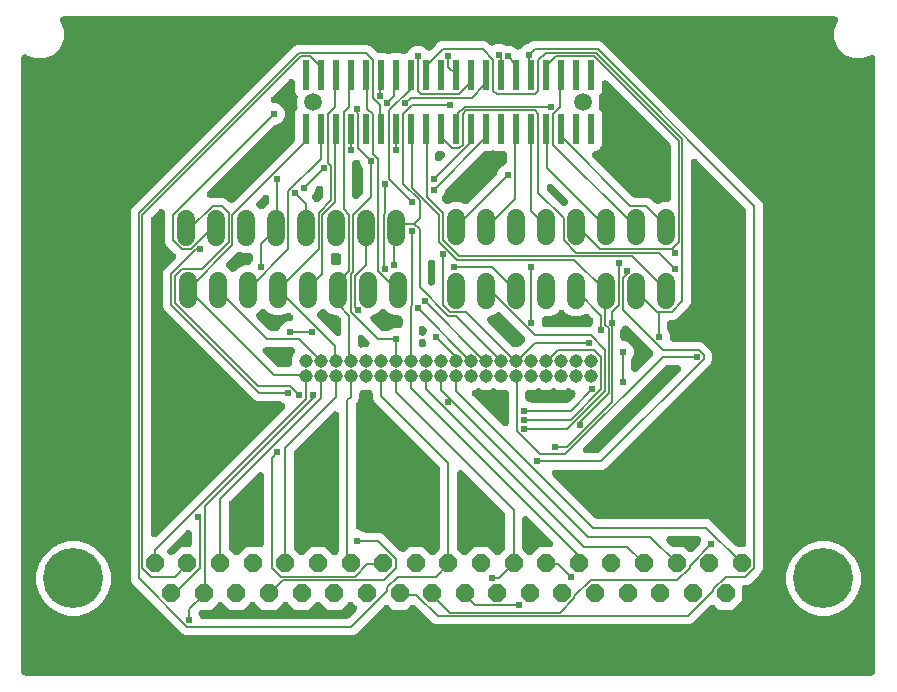
<source format=gbr>
G04 EAGLE Gerber RS-274X export*
G75*
%MOMM*%
%FSLAX34Y34*%
%LPD*%
%INTop Copper*%
%IPPOS*%
%AMOC8*
5,1,8,0,0,1.08239X$1,22.5*%
G01*
%ADD10P,1.649562X8X22.500000*%
%ADD11C,5.080000*%
%ADD12R,0.600000X2.500000*%
%ADD13C,1.500000*%
%ADD14C,1.143000*%
%ADD15C,1.524000*%
%ADD16C,0.203200*%
%ADD17C,0.152400*%
%ADD18C,0.604800*%

G36*
X968207Y298828D02*
X968207Y298828D01*
X968283Y298826D01*
X968452Y298848D01*
X968623Y298862D01*
X968697Y298880D01*
X968772Y298890D01*
X968936Y298939D01*
X969102Y298980D01*
X969171Y299010D01*
X969245Y299032D01*
X969398Y299108D01*
X969555Y299175D01*
X969619Y299216D01*
X969688Y299249D01*
X969827Y299348D01*
X969971Y299440D01*
X970028Y299491D01*
X970090Y299535D01*
X970211Y299655D01*
X970339Y299769D01*
X970387Y299828D01*
X970441Y299882D01*
X970542Y300020D01*
X970649Y300153D01*
X970686Y300219D01*
X970731Y300280D01*
X970808Y300433D01*
X970893Y300581D01*
X970919Y300653D01*
X970954Y300721D01*
X971005Y300884D01*
X971064Y301044D01*
X971079Y301119D01*
X971102Y301191D01*
X971114Y301296D01*
X971159Y301528D01*
X971166Y301764D01*
X971178Y301869D01*
X971178Y821357D01*
X971164Y821537D01*
X971157Y821717D01*
X971144Y821782D01*
X971138Y821849D01*
X971095Y822024D01*
X971059Y822201D01*
X971036Y822263D01*
X971020Y822327D01*
X970948Y822494D01*
X970885Y822662D01*
X970851Y822720D01*
X970825Y822781D01*
X970728Y822933D01*
X970638Y823089D01*
X970596Y823141D01*
X970560Y823197D01*
X970440Y823331D01*
X970325Y823471D01*
X970276Y823515D01*
X970231Y823565D01*
X970091Y823678D01*
X969956Y823798D01*
X969899Y823833D01*
X969847Y823875D01*
X969691Y823964D01*
X969538Y824060D01*
X969477Y824086D01*
X969419Y824119D01*
X969249Y824182D01*
X969083Y824252D01*
X969019Y824267D01*
X968956Y824290D01*
X968779Y824325D01*
X968604Y824367D01*
X968537Y824372D01*
X968472Y824385D01*
X968292Y824391D01*
X968112Y824404D01*
X968045Y824398D01*
X967979Y824400D01*
X967800Y824377D01*
X967620Y824361D01*
X967570Y824346D01*
X967490Y824336D01*
X967018Y824193D01*
X966987Y824179D01*
X966965Y824172D01*
X960497Y821493D01*
X952502Y821493D01*
X945116Y824553D01*
X939463Y830206D01*
X936403Y837592D01*
X936403Y845588D01*
X939335Y852665D01*
X939390Y852836D01*
X939453Y853006D01*
X939466Y853071D01*
X939486Y853134D01*
X939513Y853313D01*
X939548Y853490D01*
X939550Y853556D01*
X939560Y853622D01*
X939557Y853803D01*
X939563Y853983D01*
X939554Y854049D01*
X939553Y854116D01*
X939522Y854293D01*
X939499Y854472D01*
X939479Y854536D01*
X939468Y854601D01*
X939408Y854771D01*
X939356Y854945D01*
X939327Y855004D01*
X939305Y855067D01*
X939219Y855225D01*
X939139Y855388D01*
X939101Y855442D01*
X939069Y855500D01*
X938958Y855643D01*
X938854Y855790D01*
X938807Y855837D01*
X938766Y855890D01*
X938634Y856013D01*
X938507Y856141D01*
X938453Y856180D01*
X938404Y856225D01*
X938254Y856325D01*
X938108Y856431D01*
X938049Y856461D01*
X937993Y856498D01*
X937829Y856572D01*
X937668Y856654D01*
X937604Y856674D01*
X937544Y856701D01*
X937370Y856748D01*
X937197Y856802D01*
X937145Y856808D01*
X937067Y856829D01*
X936576Y856878D01*
X936543Y856876D01*
X936520Y856878D01*
X283704Y856878D01*
X283524Y856864D01*
X283344Y856857D01*
X283278Y856844D01*
X283212Y856838D01*
X283037Y856795D01*
X282860Y856759D01*
X282798Y856736D01*
X282733Y856720D01*
X282567Y856648D01*
X282399Y856585D01*
X282341Y856551D01*
X282280Y856525D01*
X282128Y856428D01*
X281971Y856338D01*
X281920Y856296D01*
X281864Y856260D01*
X281729Y856140D01*
X281590Y856025D01*
X281546Y855976D01*
X281496Y855931D01*
X281383Y855791D01*
X281263Y855656D01*
X281228Y855599D01*
X281186Y855547D01*
X281097Y855391D01*
X281001Y855238D01*
X280975Y855177D01*
X280942Y855119D01*
X280879Y854949D01*
X280809Y854783D01*
X280794Y854719D01*
X280770Y854656D01*
X280736Y854479D01*
X280693Y854304D01*
X280689Y854237D01*
X280676Y854172D01*
X280670Y853992D01*
X280657Y853812D01*
X280662Y853745D01*
X280660Y853679D01*
X280684Y853500D01*
X280700Y853320D01*
X280714Y853270D01*
X280725Y853190D01*
X280867Y852718D01*
X280882Y852687D01*
X280889Y852665D01*
X283837Y845547D01*
X283837Y837552D01*
X280777Y830166D01*
X275124Y824513D01*
X267738Y821453D01*
X259743Y821453D01*
X252235Y824563D01*
X252064Y824618D01*
X251894Y824681D01*
X251829Y824694D01*
X251766Y824714D01*
X251587Y824741D01*
X251410Y824776D01*
X251344Y824778D01*
X251278Y824788D01*
X251097Y824786D01*
X250917Y824791D01*
X250851Y824782D01*
X250784Y824782D01*
X250607Y824750D01*
X250428Y824727D01*
X250364Y824707D01*
X250299Y824696D01*
X250129Y824636D01*
X249955Y824584D01*
X249896Y824555D01*
X249833Y824533D01*
X249675Y824447D01*
X249512Y824367D01*
X249458Y824329D01*
X249400Y824297D01*
X249257Y824186D01*
X249110Y824082D01*
X249063Y824035D01*
X249010Y823994D01*
X248887Y823862D01*
X248759Y823735D01*
X248720Y823681D01*
X248675Y823633D01*
X248575Y823482D01*
X248469Y823336D01*
X248439Y823277D01*
X248402Y823222D01*
X248328Y823057D01*
X248246Y822896D01*
X248226Y822832D01*
X248199Y822772D01*
X248152Y822598D01*
X248098Y822425D01*
X248092Y822373D01*
X248071Y822295D01*
X248022Y821804D01*
X248024Y821771D01*
X248022Y821748D01*
X248022Y301869D01*
X248028Y301793D01*
X248026Y301717D01*
X248048Y301548D01*
X248062Y301377D01*
X248080Y301303D01*
X248090Y301228D01*
X248139Y301064D01*
X248180Y300898D01*
X248210Y300829D01*
X248232Y300755D01*
X248308Y300602D01*
X248375Y300445D01*
X248416Y300381D01*
X248449Y300312D01*
X248548Y300173D01*
X248640Y300029D01*
X248691Y299972D01*
X248735Y299910D01*
X248855Y299789D01*
X248969Y299661D01*
X249028Y299613D01*
X249082Y299559D01*
X249220Y299458D01*
X249353Y299351D01*
X249419Y299314D01*
X249480Y299269D01*
X249633Y299192D01*
X249781Y299107D01*
X249853Y299081D01*
X249921Y299046D01*
X250084Y298995D01*
X250244Y298936D01*
X250319Y298921D01*
X250391Y298898D01*
X250496Y298886D01*
X250728Y298841D01*
X250964Y298834D01*
X251069Y298822D01*
X968131Y298822D01*
X968207Y298828D01*
G37*
%LPC*%
G36*
X387256Y332993D02*
X387256Y332993D01*
X384735Y334037D01*
X341657Y377115D01*
X340613Y379636D01*
X340613Y691736D01*
X341657Y694257D01*
X479223Y831823D01*
X481744Y832867D01*
X540860Y832867D01*
X543381Y831823D01*
X548804Y826399D01*
X548892Y826325D01*
X548972Y826244D01*
X549079Y826166D01*
X549180Y826080D01*
X549278Y826021D01*
X549371Y825954D01*
X549489Y825894D01*
X549603Y825825D01*
X549709Y825783D01*
X549811Y825731D01*
X549938Y825691D01*
X550061Y825642D01*
X550172Y825617D01*
X550281Y825583D01*
X550375Y825573D01*
X550543Y825535D01*
X550867Y825517D01*
X550959Y825507D01*
X556533Y825507D01*
X557504Y825104D01*
X557613Y825069D01*
X557718Y825025D01*
X557847Y824994D01*
X557973Y824953D01*
X558086Y824936D01*
X558197Y824909D01*
X558330Y824899D01*
X558461Y824880D01*
X558575Y824881D01*
X558689Y824873D01*
X558822Y824884D01*
X558954Y824886D01*
X559067Y824906D01*
X559181Y824916D01*
X559271Y824942D01*
X559440Y824971D01*
X559747Y825079D01*
X559836Y825104D01*
X560807Y825507D01*
X569233Y825507D01*
X570204Y825104D01*
X570313Y825069D01*
X570418Y825025D01*
X570547Y824994D01*
X570673Y824953D01*
X570786Y824936D01*
X570897Y824909D01*
X571030Y824899D01*
X571161Y824880D01*
X571275Y824881D01*
X571389Y824873D01*
X571522Y824884D01*
X571654Y824886D01*
X571767Y824906D01*
X571881Y824916D01*
X571971Y824942D01*
X572140Y824971D01*
X572447Y825079D01*
X572536Y825104D01*
X573992Y825707D01*
X574093Y825759D01*
X574199Y825803D01*
X574313Y825872D01*
X574431Y825932D01*
X574523Y826000D01*
X574620Y826060D01*
X574721Y826146D01*
X574828Y826225D01*
X574907Y826307D01*
X574994Y826382D01*
X575079Y826483D01*
X575172Y826579D01*
X575238Y826672D01*
X575311Y826760D01*
X575357Y826842D01*
X575455Y826983D01*
X575596Y827275D01*
X575641Y827357D01*
X575960Y828127D01*
X578526Y830692D01*
X581878Y832081D01*
X585506Y832081D01*
X588858Y830692D01*
X590757Y828794D01*
X590815Y828745D01*
X590867Y828689D01*
X591003Y828585D01*
X591133Y828474D01*
X591198Y828435D01*
X591258Y828389D01*
X591409Y828308D01*
X591555Y828220D01*
X591626Y828192D01*
X591693Y828156D01*
X591855Y828100D01*
X592013Y828037D01*
X592088Y828020D01*
X592160Y827996D01*
X592328Y827967D01*
X592495Y827930D01*
X592571Y827926D01*
X592646Y827913D01*
X592817Y827912D01*
X592988Y827902D01*
X593063Y827910D01*
X593140Y827910D01*
X593309Y827936D01*
X593478Y827955D01*
X593551Y827975D01*
X593627Y827987D01*
X593789Y828040D01*
X593954Y828085D01*
X594023Y828117D01*
X594095Y828141D01*
X594247Y828220D01*
X594402Y828291D01*
X594465Y828333D01*
X594533Y828369D01*
X594615Y828434D01*
X594812Y828566D01*
X594984Y828728D01*
X595066Y828794D01*
X598785Y832513D01*
X601143Y834871D01*
X603664Y835915D01*
X639920Y835915D01*
X642441Y834871D01*
X644245Y833067D01*
X644411Y832926D01*
X644575Y832781D01*
X644599Y832766D01*
X644620Y832748D01*
X644808Y832634D01*
X644992Y832519D01*
X645018Y832508D01*
X645043Y832493D01*
X645246Y832412D01*
X645447Y832327D01*
X645475Y832321D01*
X645501Y832310D01*
X645714Y832263D01*
X645927Y832212D01*
X645955Y832209D01*
X645983Y832203D01*
X646201Y832191D01*
X646419Y832175D01*
X646447Y832177D01*
X646475Y832176D01*
X646693Y832199D01*
X646910Y832218D01*
X646933Y832224D01*
X646966Y832228D01*
X647442Y832359D01*
X647515Y832392D01*
X647565Y832407D01*
X650458Y833605D01*
X654086Y833605D01*
X657205Y832313D01*
X657215Y832310D01*
X657223Y832305D01*
X657451Y832234D01*
X657675Y832161D01*
X657685Y832160D01*
X657694Y832157D01*
X657734Y832153D01*
X658163Y832088D01*
X658294Y832090D01*
X658372Y832081D01*
X661706Y832081D01*
X665058Y830692D01*
X666119Y829631D01*
X666177Y829582D01*
X666230Y829527D01*
X666365Y829422D01*
X666495Y829312D01*
X666560Y829273D01*
X666621Y829226D01*
X666771Y829145D01*
X666918Y829057D01*
X666989Y829029D01*
X667056Y828993D01*
X667217Y828938D01*
X667376Y828874D01*
X667450Y828858D01*
X667522Y828833D01*
X667691Y828804D01*
X667858Y828767D01*
X667934Y828763D01*
X668009Y828750D01*
X668180Y828749D01*
X668350Y828740D01*
X668426Y828748D01*
X668502Y828747D01*
X668671Y828774D01*
X668841Y828792D01*
X668914Y828812D01*
X668989Y828824D01*
X669152Y828877D01*
X669316Y828923D01*
X669386Y828954D01*
X669458Y828978D01*
X669609Y829057D01*
X669765Y829128D01*
X669828Y829171D01*
X669896Y829206D01*
X669978Y829272D01*
X670174Y829404D01*
X670346Y829566D01*
X670429Y829631D01*
X673014Y832216D01*
X676372Y833607D01*
X676453Y833614D01*
X676567Y833613D01*
X676698Y833634D01*
X676831Y833645D01*
X676942Y833672D01*
X677054Y833690D01*
X677180Y833731D01*
X677309Y833763D01*
X677414Y833808D01*
X677523Y833844D01*
X677641Y833906D01*
X677763Y833958D01*
X677859Y834019D01*
X677960Y834072D01*
X678034Y834131D01*
X678179Y834223D01*
X678421Y834439D01*
X678494Y834497D01*
X678867Y834871D01*
X681388Y835915D01*
X737456Y835915D01*
X739977Y834871D01*
X874495Y700353D01*
X875539Y697832D01*
X875539Y388780D01*
X874495Y386259D01*
X872137Y383901D01*
X864945Y376709D01*
X862424Y375665D01*
X861060Y375665D01*
X860984Y375659D01*
X860908Y375661D01*
X860739Y375639D01*
X860568Y375625D01*
X860494Y375607D01*
X860419Y375597D01*
X860255Y375548D01*
X860089Y375507D01*
X860020Y375477D01*
X859946Y375455D01*
X859793Y375379D01*
X859636Y375312D01*
X859572Y375271D01*
X859503Y375238D01*
X859364Y375139D01*
X859220Y375047D01*
X859163Y374996D01*
X859101Y374952D01*
X858980Y374832D01*
X858852Y374718D01*
X858804Y374659D01*
X858750Y374605D01*
X858649Y374467D01*
X858542Y374334D01*
X858505Y374268D01*
X858460Y374207D01*
X858383Y374054D01*
X858298Y373906D01*
X858272Y373834D01*
X858237Y373766D01*
X858186Y373603D01*
X858127Y373443D01*
X858112Y373368D01*
X858089Y373296D01*
X858077Y373191D01*
X858032Y372959D01*
X858025Y372723D01*
X858013Y372618D01*
X858013Y362618D01*
X849978Y354583D01*
X838614Y354583D01*
X835251Y357946D01*
X835193Y357996D01*
X835141Y358051D01*
X835006Y358155D01*
X834875Y358266D01*
X834810Y358305D01*
X834750Y358351D01*
X834599Y358432D01*
X834453Y358520D01*
X834382Y358549D01*
X834315Y358585D01*
X834153Y358640D01*
X833995Y358703D01*
X833921Y358720D01*
X833848Y358745D01*
X833680Y358773D01*
X833513Y358810D01*
X833437Y358814D01*
X833362Y358827D01*
X833191Y358828D01*
X833021Y358838D01*
X832945Y358830D01*
X832869Y358830D01*
X832700Y358804D01*
X832530Y358786D01*
X832457Y358765D01*
X832381Y358754D01*
X832219Y358700D01*
X832054Y358655D01*
X831985Y358623D01*
X831913Y358599D01*
X831761Y358520D01*
X831606Y358449D01*
X831543Y358407D01*
X831475Y358372D01*
X831393Y358306D01*
X831197Y358174D01*
X831024Y358012D01*
X830942Y357946D01*
X816177Y343181D01*
X813656Y342137D01*
X599092Y342137D01*
X596571Y343181D01*
X594213Y345539D01*
X581679Y358073D01*
X581621Y358122D01*
X581569Y358178D01*
X581433Y358282D01*
X581303Y358393D01*
X581238Y358432D01*
X581177Y358478D01*
X581027Y358559D01*
X580881Y358647D01*
X580810Y358676D01*
X580743Y358712D01*
X580581Y358767D01*
X580422Y358830D01*
X580348Y358847D01*
X580276Y358872D01*
X580107Y358900D01*
X579941Y358937D01*
X579865Y358941D01*
X579790Y358954D01*
X579619Y358955D01*
X579448Y358965D01*
X579373Y358957D01*
X579296Y358957D01*
X579127Y358931D01*
X578958Y358913D01*
X578884Y358892D01*
X578809Y358881D01*
X578647Y358827D01*
X578482Y358782D01*
X578413Y358750D01*
X578340Y358726D01*
X578189Y358647D01*
X578034Y358576D01*
X577970Y358534D01*
X577903Y358499D01*
X577821Y358433D01*
X577624Y358301D01*
X577452Y358139D01*
X577370Y358073D01*
X573880Y354583D01*
X562516Y354583D01*
X559280Y357819D01*
X559222Y357869D01*
X559170Y357924D01*
X559035Y358028D01*
X558904Y358139D01*
X558839Y358178D01*
X558779Y358224D01*
X558628Y358305D01*
X558482Y358393D01*
X558411Y358422D01*
X558344Y358458D01*
X558182Y358513D01*
X558024Y358576D01*
X557950Y358593D01*
X557877Y358618D01*
X557709Y358646D01*
X557542Y358683D01*
X557466Y358687D01*
X557391Y358700D01*
X557220Y358701D01*
X557050Y358711D01*
X556974Y358703D01*
X556898Y358703D01*
X556729Y358677D01*
X556559Y358659D01*
X556486Y358638D01*
X556410Y358627D01*
X556248Y358573D01*
X556083Y358528D01*
X556014Y358496D01*
X555942Y358472D01*
X555790Y358393D01*
X555635Y358322D01*
X555572Y358280D01*
X555504Y358245D01*
X555422Y358179D01*
X555226Y358047D01*
X555053Y357885D01*
X554971Y357819D01*
X531189Y334037D01*
X528668Y332993D01*
X387256Y332993D01*
G37*
%LPD*%
G36*
X858850Y407423D02*
X858850Y407423D01*
X858926Y407421D01*
X859095Y407443D01*
X859266Y407457D01*
X859340Y407475D01*
X859415Y407485D01*
X859579Y407534D01*
X859745Y407575D01*
X859814Y407605D01*
X859888Y407627D01*
X860041Y407703D01*
X860198Y407770D01*
X860262Y407811D01*
X860331Y407844D01*
X860470Y407943D01*
X860614Y408035D01*
X860671Y408086D01*
X860733Y408130D01*
X860854Y408250D01*
X860982Y408364D01*
X861030Y408423D01*
X861084Y408477D01*
X861185Y408615D01*
X861292Y408748D01*
X861329Y408814D01*
X861374Y408875D01*
X861451Y409028D01*
X861536Y409176D01*
X861562Y409248D01*
X861597Y409316D01*
X861648Y409479D01*
X861707Y409639D01*
X861722Y409714D01*
X861745Y409786D01*
X861757Y409891D01*
X861802Y410123D01*
X861809Y410359D01*
X861821Y410464D01*
X861821Y692365D01*
X861812Y692478D01*
X861813Y692593D01*
X861792Y692724D01*
X861781Y692857D01*
X861754Y692967D01*
X861736Y693080D01*
X861695Y693206D01*
X861663Y693335D01*
X861618Y693440D01*
X861582Y693549D01*
X861520Y693667D01*
X861468Y693789D01*
X861407Y693885D01*
X861354Y693986D01*
X861295Y694060D01*
X861203Y694205D01*
X860987Y694447D01*
X860929Y694520D01*
X819781Y735668D01*
X819752Y735692D01*
X819726Y735721D01*
X819564Y735852D01*
X819405Y735987D01*
X819372Y736007D01*
X819342Y736031D01*
X819162Y736134D01*
X818982Y736242D01*
X818947Y736256D01*
X818914Y736275D01*
X818718Y736347D01*
X818524Y736425D01*
X818487Y736433D01*
X818451Y736446D01*
X818246Y736486D01*
X818042Y736532D01*
X818004Y736534D01*
X817967Y736541D01*
X817759Y736547D01*
X817550Y736559D01*
X817512Y736555D01*
X817474Y736556D01*
X817267Y736529D01*
X817059Y736507D01*
X817023Y736497D01*
X816985Y736492D01*
X816785Y736431D01*
X816584Y736376D01*
X816549Y736360D01*
X816512Y736349D01*
X816325Y736258D01*
X816135Y736171D01*
X816103Y736149D01*
X816069Y736133D01*
X815899Y736012D01*
X815726Y735895D01*
X815698Y735869D01*
X815667Y735847D01*
X815518Y735700D01*
X815366Y735557D01*
X815343Y735527D01*
X815316Y735500D01*
X815193Y735332D01*
X815066Y735166D01*
X815048Y735132D01*
X815026Y735102D01*
X814932Y734915D01*
X814833Y734731D01*
X814821Y734695D01*
X814803Y734661D01*
X814741Y734462D01*
X814673Y734265D01*
X814667Y734227D01*
X814655Y734191D01*
X814645Y734098D01*
X814590Y733778D01*
X814589Y733606D01*
X814579Y733513D01*
X814579Y614332D01*
X813535Y611811D01*
X802461Y600737D01*
X799940Y599693D01*
X797814Y599693D01*
X797738Y599687D01*
X797662Y599689D01*
X797493Y599667D01*
X797322Y599653D01*
X797248Y599635D01*
X797173Y599625D01*
X797009Y599576D01*
X796843Y599535D01*
X796774Y599505D01*
X796700Y599483D01*
X796547Y599407D01*
X796390Y599340D01*
X796326Y599299D01*
X796257Y599266D01*
X796118Y599167D01*
X795974Y599075D01*
X795917Y599024D01*
X795855Y598980D01*
X795734Y598860D01*
X795606Y598746D01*
X795558Y598687D01*
X795504Y598633D01*
X795403Y598495D01*
X795296Y598362D01*
X795259Y598296D01*
X795214Y598235D01*
X795137Y598082D01*
X795052Y597934D01*
X795026Y597862D01*
X794991Y597794D01*
X794940Y597631D01*
X794881Y597471D01*
X794866Y597396D01*
X794843Y597324D01*
X794831Y597219D01*
X794786Y596987D01*
X794779Y596751D01*
X794767Y596646D01*
X794767Y592518D01*
X794776Y592404D01*
X794775Y592290D01*
X794796Y592159D01*
X794807Y592026D01*
X794834Y591916D01*
X794852Y591803D01*
X794893Y591676D01*
X794925Y591548D01*
X794970Y591443D01*
X795006Y591334D01*
X795068Y591216D01*
X795120Y591094D01*
X795181Y590998D01*
X795234Y590897D01*
X795293Y590823D01*
X795385Y590678D01*
X795601Y590436D01*
X795636Y590393D01*
X797029Y587030D01*
X797029Y584454D01*
X797035Y584378D01*
X797033Y584302D01*
X797055Y584133D01*
X797069Y583962D01*
X797087Y583888D01*
X797097Y583813D01*
X797146Y583649D01*
X797187Y583483D01*
X797217Y583414D01*
X797239Y583340D01*
X797315Y583187D01*
X797382Y583030D01*
X797423Y582966D01*
X797456Y582897D01*
X797555Y582758D01*
X797647Y582614D01*
X797698Y582557D01*
X797742Y582495D01*
X797862Y582374D01*
X797976Y582246D01*
X798035Y582198D01*
X798089Y582144D01*
X798227Y582043D01*
X798360Y581936D01*
X798426Y581899D01*
X798487Y581854D01*
X798640Y581777D01*
X798788Y581692D01*
X798860Y581666D01*
X798928Y581631D01*
X799091Y581580D01*
X799251Y581521D01*
X799326Y581506D01*
X799398Y581483D01*
X799503Y581471D01*
X799735Y581426D01*
X799971Y581419D01*
X800076Y581407D01*
X822800Y581407D01*
X825321Y580363D01*
X831823Y573861D01*
X832867Y571340D01*
X832867Y565564D01*
X831823Y563043D01*
X743025Y474245D01*
X740504Y473201D01*
X700214Y473201D01*
X700176Y473198D01*
X700138Y473200D01*
X699931Y473178D01*
X699723Y473161D01*
X699686Y473152D01*
X699648Y473148D01*
X699447Y473093D01*
X699244Y473043D01*
X699209Y473028D01*
X699172Y473017D01*
X698982Y472930D01*
X698790Y472848D01*
X698758Y472828D01*
X698724Y472812D01*
X698550Y472695D01*
X698374Y472583D01*
X698346Y472558D01*
X698314Y472536D01*
X698162Y472393D01*
X698007Y472254D01*
X697983Y472225D01*
X697955Y472199D01*
X697828Y472033D01*
X697697Y471870D01*
X697678Y471837D01*
X697654Y471807D01*
X697556Y471623D01*
X697453Y471442D01*
X697439Y471406D01*
X697421Y471372D01*
X697354Y471175D01*
X697281Y470979D01*
X697274Y470942D01*
X697261Y470906D01*
X697226Y470699D01*
X697186Y470495D01*
X697185Y470457D01*
X697179Y470419D01*
X697177Y470210D01*
X697171Y470002D01*
X697176Y469964D01*
X697176Y469926D01*
X697208Y469719D01*
X697235Y469513D01*
X697246Y469476D01*
X697252Y469439D01*
X697318Y469240D01*
X697378Y469041D01*
X697395Y469006D01*
X697407Y468970D01*
X697503Y468785D01*
X697595Y468597D01*
X697617Y468566D01*
X697634Y468532D01*
X697692Y468460D01*
X697880Y468195D01*
X698001Y468073D01*
X698060Y467999D01*
X734054Y432005D01*
X734141Y431931D01*
X734221Y431850D01*
X734328Y431772D01*
X734430Y431686D01*
X734527Y431627D01*
X734620Y431560D01*
X734738Y431500D01*
X734852Y431431D01*
X734958Y431389D01*
X735060Y431337D01*
X735187Y431297D01*
X735310Y431248D01*
X735422Y431223D01*
X735531Y431189D01*
X735624Y431179D01*
X735792Y431141D01*
X736116Y431123D01*
X736208Y431113D01*
X829127Y431113D01*
X831741Y430030D01*
X853462Y408309D01*
X853549Y408235D01*
X853629Y408154D01*
X853736Y408076D01*
X853838Y407990D01*
X853936Y407931D01*
X854028Y407864D01*
X854146Y407804D01*
X854260Y407735D01*
X854366Y407693D01*
X854468Y407641D01*
X854595Y407601D01*
X854718Y407552D01*
X854830Y407527D01*
X854939Y407493D01*
X855032Y407483D01*
X855200Y407445D01*
X855524Y407427D01*
X855616Y407417D01*
X858774Y407417D01*
X858850Y407423D01*
G37*
G36*
X360616Y415756D02*
X360616Y415756D01*
X360654Y415756D01*
X360861Y415788D01*
X361067Y415815D01*
X361104Y415826D01*
X361141Y415832D01*
X361340Y415898D01*
X361539Y415958D01*
X361574Y415975D01*
X361610Y415987D01*
X361795Y416083D01*
X361983Y416175D01*
X362014Y416197D01*
X362048Y416214D01*
X362120Y416272D01*
X362385Y416460D01*
X362507Y416581D01*
X362581Y416640D01*
X470794Y524853D01*
X470910Y524990D01*
X471033Y525122D01*
X471070Y525178D01*
X471113Y525228D01*
X471206Y525383D01*
X471306Y525533D01*
X471333Y525594D01*
X471368Y525651D01*
X471435Y525818D01*
X471509Y525983D01*
X471526Y526048D01*
X471551Y526109D01*
X471590Y526285D01*
X471637Y526460D01*
X471643Y526526D01*
X471658Y526591D01*
X471668Y526771D01*
X471686Y526951D01*
X471681Y527017D01*
X471685Y527083D01*
X471666Y527263D01*
X471655Y527443D01*
X471640Y527508D01*
X471633Y527574D01*
X471585Y527748D01*
X471545Y527924D01*
X471520Y527985D01*
X471502Y528050D01*
X471427Y528214D01*
X471359Y528381D01*
X471324Y528437D01*
X471297Y528498D01*
X471196Y528648D01*
X471102Y528802D01*
X471058Y528852D01*
X471021Y528907D01*
X470898Y529039D01*
X470780Y529176D01*
X470729Y529218D01*
X470683Y529267D01*
X470540Y529377D01*
X470402Y529493D01*
X470356Y529518D01*
X470292Y529567D01*
X469857Y529800D01*
X469825Y529811D01*
X469805Y529823D01*
X468791Y530243D01*
X468730Y530295D01*
X468649Y530376D01*
X468542Y530454D01*
X468441Y530540D01*
X468343Y530599D01*
X468251Y530666D01*
X468132Y530726D01*
X468018Y530795D01*
X467912Y530837D01*
X467810Y530889D01*
X467683Y530929D01*
X467560Y530978D01*
X467449Y531003D01*
X467340Y531037D01*
X467246Y531047D01*
X467078Y531085D01*
X466754Y531103D01*
X466662Y531113D01*
X448216Y531113D01*
X445695Y532157D01*
X369089Y608763D01*
X368045Y611284D01*
X368045Y639920D01*
X369089Y642441D01*
X371447Y644799D01*
X378290Y651641D01*
X378339Y651699D01*
X378394Y651751D01*
X378498Y651887D01*
X378609Y652017D01*
X378648Y652083D01*
X378695Y652143D01*
X378775Y652293D01*
X378864Y652440D01*
X378892Y652510D01*
X378928Y652578D01*
X378983Y652739D01*
X379047Y652898D01*
X379063Y652972D01*
X379088Y653044D01*
X379117Y653213D01*
X379153Y653379D01*
X379158Y653456D01*
X379171Y653531D01*
X379172Y653702D01*
X379181Y653872D01*
X379173Y653948D01*
X379174Y654024D01*
X379147Y654193D01*
X379129Y654363D01*
X379109Y654436D01*
X379097Y654511D01*
X379043Y654674D01*
X378998Y654838D01*
X378966Y654908D01*
X378943Y654980D01*
X378864Y655131D01*
X378793Y655287D01*
X378750Y655350D01*
X378715Y655418D01*
X378649Y655500D01*
X378517Y655696D01*
X378355Y655869D01*
X378290Y655951D01*
X370613Y663627D01*
X369569Y666148D01*
X369569Y690590D01*
X369578Y690647D01*
X369576Y690790D01*
X369584Y690933D01*
X369573Y691036D01*
X369572Y691140D01*
X369547Y691281D01*
X369532Y691423D01*
X369504Y691524D01*
X369486Y691626D01*
X369439Y691761D01*
X369401Y691899D01*
X369358Y691994D01*
X369324Y692092D01*
X369255Y692217D01*
X369196Y692347D01*
X369138Y692434D01*
X369088Y692525D01*
X369000Y692638D01*
X368920Y692757D01*
X368849Y692832D01*
X368785Y692915D01*
X368680Y693012D01*
X368582Y693116D01*
X368500Y693180D01*
X368424Y693250D01*
X368304Y693330D01*
X368191Y693417D01*
X368099Y693466D01*
X368013Y693523D01*
X367882Y693582D01*
X367756Y693650D01*
X367658Y693684D01*
X367563Y693726D01*
X367425Y693763D01*
X367290Y693810D01*
X367187Y693827D01*
X367087Y693854D01*
X366945Y693868D01*
X366803Y693892D01*
X366699Y693893D01*
X366596Y693903D01*
X366453Y693895D01*
X366310Y693895D01*
X366207Y693879D01*
X366103Y693873D01*
X365964Y693841D01*
X365823Y693819D01*
X365724Y693786D01*
X365622Y693763D01*
X365490Y693709D01*
X365354Y693665D01*
X365262Y693617D01*
X365165Y693577D01*
X365043Y693503D01*
X364916Y693437D01*
X364855Y693388D01*
X364744Y693320D01*
X364413Y693035D01*
X364383Y693011D01*
X358271Y686900D01*
X358197Y686813D01*
X358116Y686732D01*
X358038Y686625D01*
X357952Y686524D01*
X357893Y686426D01*
X357826Y686333D01*
X357766Y686215D01*
X357697Y686101D01*
X357655Y685995D01*
X357603Y685893D01*
X357563Y685766D01*
X357514Y685643D01*
X357489Y685532D01*
X357455Y685423D01*
X357445Y685329D01*
X357407Y685161D01*
X357389Y684837D01*
X357379Y684745D01*
X357379Y418794D01*
X357382Y418756D01*
X357380Y418718D01*
X357402Y418511D01*
X357419Y418303D01*
X357428Y418266D01*
X357432Y418228D01*
X357487Y418027D01*
X357537Y417824D01*
X357552Y417789D01*
X357563Y417752D01*
X357650Y417562D01*
X357732Y417370D01*
X357752Y417338D01*
X357768Y417304D01*
X357885Y417130D01*
X357997Y416954D01*
X358022Y416926D01*
X358044Y416894D01*
X358187Y416742D01*
X358326Y416587D01*
X358355Y416563D01*
X358381Y416535D01*
X358547Y416408D01*
X358710Y416277D01*
X358743Y416258D01*
X358773Y416234D01*
X358957Y416136D01*
X359138Y416033D01*
X359174Y416019D01*
X359208Y416001D01*
X359405Y415934D01*
X359601Y415861D01*
X359638Y415854D01*
X359674Y415841D01*
X359881Y415806D01*
X360085Y415766D01*
X360123Y415765D01*
X360161Y415759D01*
X360370Y415757D01*
X360578Y415751D01*
X360616Y415756D01*
G37*
G36*
X595909Y400527D02*
X595909Y400527D01*
X595985Y400526D01*
X596154Y400553D01*
X596324Y400571D01*
X596397Y400591D01*
X596472Y400603D01*
X596635Y400656D01*
X596799Y400701D01*
X596869Y400733D01*
X596941Y400757D01*
X597092Y400836D01*
X597248Y400907D01*
X597311Y400950D01*
X597379Y400985D01*
X597461Y401051D01*
X597657Y401183D01*
X597829Y401344D01*
X597912Y401410D01*
X601595Y405093D01*
X601669Y405180D01*
X601750Y405260D01*
X601828Y405368D01*
X601914Y405469D01*
X601973Y405567D01*
X602040Y405659D01*
X602100Y405778D01*
X602169Y405892D01*
X602211Y405998D01*
X602263Y406100D01*
X602303Y406226D01*
X602352Y406350D01*
X602377Y406461D01*
X602411Y406570D01*
X602421Y406664D01*
X602459Y406831D01*
X602477Y407156D01*
X602487Y407248D01*
X602487Y474192D01*
X602478Y474305D01*
X602479Y474420D01*
X602458Y474551D01*
X602447Y474683D01*
X602420Y474794D01*
X602402Y474907D01*
X602361Y475033D01*
X602329Y475162D01*
X602284Y475267D01*
X602248Y475376D01*
X602186Y475493D01*
X602134Y475616D01*
X602073Y475712D01*
X602020Y475813D01*
X601961Y475887D01*
X601869Y476032D01*
X601653Y476274D01*
X601595Y476346D01*
X546420Y531521D01*
X545337Y534135D01*
X545337Y537591D01*
X545331Y537667D01*
X545333Y537743D01*
X545311Y537912D01*
X545297Y538083D01*
X545279Y538157D01*
X545269Y538232D01*
X545220Y538396D01*
X545179Y538562D01*
X545149Y538631D01*
X545127Y538705D01*
X545051Y538858D01*
X544984Y539015D01*
X544943Y539079D01*
X544910Y539148D01*
X544811Y539287D01*
X544719Y539431D01*
X544668Y539488D01*
X544624Y539550D01*
X544504Y539671D01*
X544390Y539799D01*
X544331Y539847D01*
X544277Y539901D01*
X544139Y540002D01*
X544006Y540109D01*
X543940Y540146D01*
X543879Y540191D01*
X543726Y540268D01*
X543578Y540353D01*
X543506Y540379D01*
X543438Y540414D01*
X543275Y540465D01*
X543115Y540524D01*
X543040Y540539D01*
X542968Y540562D01*
X542863Y540574D01*
X542631Y540619D01*
X542395Y540626D01*
X542290Y540638D01*
X537210Y540638D01*
X537134Y540632D01*
X537058Y540634D01*
X536889Y540612D01*
X536718Y540598D01*
X536644Y540580D01*
X536569Y540570D01*
X536405Y540521D01*
X536239Y540480D01*
X536170Y540450D01*
X536096Y540428D01*
X535943Y540352D01*
X535786Y540285D01*
X535722Y540244D01*
X535653Y540211D01*
X535514Y540112D01*
X535370Y540020D01*
X535313Y539969D01*
X535251Y539925D01*
X535130Y539805D01*
X535002Y539691D01*
X534954Y539632D01*
X534900Y539578D01*
X534799Y539440D01*
X534692Y539307D01*
X534655Y539241D01*
X534610Y539180D01*
X534533Y539027D01*
X534448Y538879D01*
X534422Y538807D01*
X534387Y538739D01*
X534336Y538576D01*
X534277Y538416D01*
X534262Y538341D01*
X534239Y538269D01*
X534227Y538164D01*
X534182Y537932D01*
X534175Y537696D01*
X534163Y537591D01*
X534163Y533635D01*
X533080Y531021D01*
X532005Y529946D01*
X531931Y529859D01*
X531850Y529779D01*
X531772Y529672D01*
X531686Y529570D01*
X531627Y529472D01*
X531560Y529380D01*
X531500Y529262D01*
X531431Y529148D01*
X531389Y529042D01*
X531337Y528940D01*
X531297Y528813D01*
X531248Y528690D01*
X531223Y528578D01*
X531189Y528469D01*
X531179Y528376D01*
X531141Y528208D01*
X531123Y527884D01*
X531113Y527792D01*
X531113Y425172D01*
X531119Y425096D01*
X531117Y425020D01*
X531139Y424851D01*
X531153Y424680D01*
X531171Y424606D01*
X531181Y424531D01*
X531230Y424367D01*
X531271Y424201D01*
X531301Y424132D01*
X531323Y424058D01*
X531399Y423905D01*
X531466Y423748D01*
X531507Y423684D01*
X531540Y423615D01*
X531639Y423476D01*
X531731Y423332D01*
X531782Y423275D01*
X531826Y423213D01*
X531946Y423092D01*
X532060Y422964D01*
X532119Y422916D01*
X532173Y422862D01*
X532311Y422761D01*
X532444Y422654D01*
X532510Y422617D01*
X532571Y422572D01*
X532724Y422495D01*
X532872Y422410D01*
X532944Y422384D01*
X533012Y422349D01*
X533175Y422298D01*
X533335Y422239D01*
X533410Y422224D01*
X533482Y422201D01*
X533515Y422197D01*
X537049Y420734D01*
X537110Y420681D01*
X537191Y420600D01*
X537298Y420522D01*
X537399Y420436D01*
X537497Y420377D01*
X537589Y420310D01*
X537708Y420250D01*
X537822Y420181D01*
X537928Y420139D01*
X538030Y420087D01*
X538157Y420047D01*
X538280Y419998D01*
X538391Y419973D01*
X538500Y419939D01*
X538594Y419929D01*
X538762Y419891D01*
X539086Y419873D01*
X539178Y419863D01*
X551528Y419863D01*
X554049Y418819D01*
X568687Y404181D01*
X568745Y404132D01*
X568797Y404076D01*
X568933Y403972D01*
X569063Y403861D01*
X569128Y403822D01*
X569189Y403776D01*
X569339Y403695D01*
X569485Y403607D01*
X569556Y403578D01*
X569623Y403542D01*
X569785Y403487D01*
X569944Y403424D01*
X570018Y403407D01*
X570090Y403382D01*
X570259Y403354D01*
X570425Y403317D01*
X570501Y403313D01*
X570576Y403300D01*
X570747Y403299D01*
X570918Y403289D01*
X570993Y403297D01*
X571070Y403297D01*
X571239Y403323D01*
X571408Y403341D01*
X571482Y403362D01*
X571557Y403373D01*
X571719Y403427D01*
X571884Y403472D01*
X571953Y403504D01*
X572026Y403528D01*
X572177Y403607D01*
X572332Y403678D01*
X572396Y403720D01*
X572463Y403755D01*
X572545Y403821D01*
X572742Y403953D01*
X572914Y404115D01*
X572996Y404181D01*
X576232Y407417D01*
X587596Y407417D01*
X593602Y401410D01*
X593660Y401361D01*
X593713Y401305D01*
X593848Y401201D01*
X593978Y401091D01*
X594043Y401051D01*
X594104Y401005D01*
X594254Y400924D01*
X594401Y400836D01*
X594472Y400808D01*
X594539Y400772D01*
X594700Y400716D01*
X594859Y400653D01*
X594933Y400637D01*
X595005Y400612D01*
X595174Y400583D01*
X595341Y400546D01*
X595417Y400542D01*
X595492Y400529D01*
X595663Y400528D01*
X595833Y400519D01*
X595909Y400527D01*
G37*
G36*
X786718Y698002D02*
X786718Y698002D01*
X786747Y698000D01*
X786964Y698023D01*
X787181Y698042D01*
X787204Y698049D01*
X787237Y698052D01*
X787623Y698158D01*
X787671Y698170D01*
X787679Y698174D01*
X787713Y698183D01*
X787786Y698217D01*
X787837Y698231D01*
X791472Y699737D01*
X794766Y699737D01*
X794842Y699743D01*
X794918Y699741D01*
X795087Y699763D01*
X795258Y699777D01*
X795332Y699795D01*
X795407Y699805D01*
X795571Y699854D01*
X795737Y699895D01*
X795806Y699925D01*
X795880Y699947D01*
X796033Y700023D01*
X796190Y700090D01*
X796254Y700131D01*
X796323Y700164D01*
X796462Y700263D01*
X796606Y700355D01*
X796663Y700406D01*
X796725Y700450D01*
X796846Y700570D01*
X796974Y700684D01*
X797022Y700743D01*
X797076Y700797D01*
X797177Y700935D01*
X797284Y701068D01*
X797321Y701134D01*
X797366Y701195D01*
X797443Y701348D01*
X797528Y701496D01*
X797554Y701568D01*
X797589Y701636D01*
X797640Y701799D01*
X797699Y701959D01*
X797714Y702034D01*
X797737Y702106D01*
X797749Y702211D01*
X797794Y702443D01*
X797801Y702679D01*
X797813Y702784D01*
X797813Y747229D01*
X797804Y747342D01*
X797805Y747457D01*
X797784Y747588D01*
X797773Y747721D01*
X797746Y747831D01*
X797728Y747944D01*
X797687Y748070D01*
X797655Y748199D01*
X797610Y748304D01*
X797574Y748413D01*
X797512Y748531D01*
X797460Y748653D01*
X797399Y748749D01*
X797346Y748850D01*
X797287Y748924D01*
X797195Y749069D01*
X796979Y749311D01*
X796921Y749384D01*
X744419Y801886D01*
X744390Y801910D01*
X744364Y801939D01*
X744202Y802070D01*
X744043Y802205D01*
X744010Y802225D01*
X743980Y802249D01*
X743800Y802352D01*
X743620Y802460D01*
X743585Y802474D01*
X743552Y802493D01*
X743356Y802565D01*
X743162Y802643D01*
X743125Y802651D01*
X743089Y802664D01*
X742884Y802704D01*
X742680Y802750D01*
X742642Y802752D01*
X742605Y802759D01*
X742397Y802765D01*
X742188Y802777D01*
X742150Y802773D01*
X742112Y802774D01*
X741905Y802747D01*
X741697Y802725D01*
X741661Y802715D01*
X741623Y802710D01*
X741423Y802649D01*
X741222Y802594D01*
X741187Y802578D01*
X741150Y802567D01*
X740963Y802476D01*
X740773Y802389D01*
X740741Y802367D01*
X740707Y802351D01*
X740537Y802230D01*
X740364Y802113D01*
X740336Y802087D01*
X740305Y802065D01*
X740156Y801918D01*
X740004Y801775D01*
X739981Y801745D01*
X739954Y801718D01*
X739831Y801550D01*
X739704Y801384D01*
X739686Y801350D01*
X739664Y801320D01*
X739570Y801133D01*
X739471Y800949D01*
X739459Y800913D01*
X739441Y800879D01*
X739379Y800680D01*
X739311Y800483D01*
X739305Y800445D01*
X739293Y800409D01*
X739283Y800316D01*
X739228Y799996D01*
X739227Y799824D01*
X739217Y799731D01*
X739217Y793197D01*
X738289Y790957D01*
X737878Y790546D01*
X737736Y790379D01*
X737592Y790216D01*
X737577Y790192D01*
X737559Y790170D01*
X737446Y789983D01*
X737330Y789798D01*
X737319Y789772D01*
X737304Y789747D01*
X737223Y789544D01*
X737138Y789343D01*
X737131Y789316D01*
X737121Y789289D01*
X737073Y789075D01*
X737022Y788864D01*
X737020Y788836D01*
X737014Y788808D01*
X737002Y788589D01*
X736986Y788372D01*
X736988Y788344D01*
X736986Y788315D01*
X737010Y788097D01*
X737029Y787880D01*
X737035Y787858D01*
X737039Y787825D01*
X737169Y787349D01*
X737203Y787276D01*
X737217Y787225D01*
X737367Y786865D01*
X737367Y781455D01*
X737217Y781095D01*
X737151Y780887D01*
X737080Y780680D01*
X737075Y780652D01*
X737066Y780625D01*
X737034Y780409D01*
X736997Y780194D01*
X736997Y780166D01*
X736993Y780138D01*
X736995Y779920D01*
X736994Y779701D01*
X736998Y779673D01*
X736999Y779644D01*
X737037Y779430D01*
X737071Y779213D01*
X737080Y779186D01*
X737084Y779158D01*
X737156Y778953D01*
X737225Y778745D01*
X737238Y778720D01*
X737247Y778693D01*
X737352Y778501D01*
X737453Y778307D01*
X737467Y778289D01*
X737483Y778260D01*
X737786Y777870D01*
X737845Y777815D01*
X737878Y777774D01*
X738289Y777363D01*
X739217Y775123D01*
X739217Y747697D01*
X738289Y745456D01*
X736574Y743741D01*
X734333Y742813D01*
X734235Y742813D01*
X734197Y742810D01*
X734159Y742812D01*
X733951Y742790D01*
X733743Y742773D01*
X733706Y742764D01*
X733669Y742760D01*
X733467Y742705D01*
X733265Y742655D01*
X733230Y742640D01*
X733193Y742629D01*
X733003Y742542D01*
X732811Y742460D01*
X732779Y742440D01*
X732744Y742424D01*
X732571Y742307D01*
X732395Y742195D01*
X732367Y742170D01*
X732335Y742148D01*
X732183Y742005D01*
X732027Y741866D01*
X732003Y741837D01*
X731976Y741811D01*
X731848Y741645D01*
X731717Y741482D01*
X731698Y741449D01*
X731675Y741419D01*
X731577Y741235D01*
X731473Y741054D01*
X731460Y741018D01*
X731442Y740984D01*
X731374Y740787D01*
X731302Y740591D01*
X731294Y740554D01*
X731282Y740518D01*
X731247Y740311D01*
X731207Y740107D01*
X731206Y740069D01*
X731199Y740031D01*
X731198Y739822D01*
X731192Y739614D01*
X731197Y739576D01*
X731196Y739538D01*
X731229Y739331D01*
X731256Y739125D01*
X731267Y739088D01*
X731273Y739051D01*
X731338Y738852D01*
X731399Y738653D01*
X731415Y738618D01*
X731427Y738582D01*
X731524Y738397D01*
X731615Y738209D01*
X731637Y738178D01*
X731655Y738144D01*
X731713Y738072D01*
X731901Y737807D01*
X732022Y737685D01*
X732080Y737611D01*
X765472Y704219D01*
X765559Y704145D01*
X765640Y704064D01*
X765747Y703986D01*
X765848Y703900D01*
X765946Y703841D01*
X766039Y703774D01*
X766157Y703714D01*
X766271Y703645D01*
X766377Y703603D01*
X766479Y703551D01*
X766606Y703511D01*
X766729Y703462D01*
X766840Y703437D01*
X766949Y703403D01*
X767043Y703393D01*
X767211Y703355D01*
X767535Y703337D01*
X767627Y703327D01*
X778604Y703327D01*
X781125Y702283D01*
X783483Y699925D01*
X784516Y698892D01*
X784602Y698819D01*
X784671Y698749D01*
X784746Y698694D01*
X784846Y698606D01*
X784870Y698591D01*
X784892Y698572D01*
X785016Y698497D01*
X785070Y698458D01*
X785126Y698430D01*
X785264Y698343D01*
X785290Y698332D01*
X785314Y698318D01*
X785479Y698252D01*
X785510Y698236D01*
X785543Y698226D01*
X785719Y698152D01*
X785746Y698145D01*
X785773Y698135D01*
X785974Y698090D01*
X785981Y698088D01*
X785986Y698087D01*
X786198Y698036D01*
X786226Y698034D01*
X786254Y698028D01*
X786473Y698016D01*
X786690Y697999D01*
X786718Y698002D01*
G37*
G36*
X513105Y400527D02*
X513105Y400527D01*
X513181Y400526D01*
X513350Y400553D01*
X513520Y400571D01*
X513593Y400591D01*
X513668Y400603D01*
X513831Y400656D01*
X513995Y400701D01*
X514065Y400733D01*
X514137Y400757D01*
X514288Y400836D01*
X514444Y400907D01*
X514507Y400950D01*
X514575Y400985D01*
X514657Y401051D01*
X514853Y401183D01*
X515025Y401344D01*
X515108Y401410D01*
X515995Y402297D01*
X516069Y402384D01*
X516150Y402464D01*
X516228Y402572D01*
X516314Y402673D01*
X516373Y402771D01*
X516440Y402863D01*
X516500Y402982D01*
X516569Y403096D01*
X516611Y403202D01*
X516663Y403304D01*
X516703Y403430D01*
X516752Y403554D01*
X516777Y403665D01*
X516811Y403774D01*
X516821Y403868D01*
X516859Y404035D01*
X516877Y404360D01*
X516887Y404452D01*
X516887Y519472D01*
X516884Y519510D01*
X516886Y519548D01*
X516864Y519755D01*
X516847Y519963D01*
X516838Y520000D01*
X516834Y520038D01*
X516779Y520239D01*
X516729Y520442D01*
X516714Y520477D01*
X516703Y520514D01*
X516616Y520704D01*
X516534Y520896D01*
X516514Y520928D01*
X516498Y520962D01*
X516381Y521136D01*
X516269Y521312D01*
X516244Y521340D01*
X516222Y521372D01*
X516079Y521524D01*
X515940Y521679D01*
X515911Y521703D01*
X515885Y521731D01*
X515719Y521858D01*
X515556Y521989D01*
X515523Y522008D01*
X515493Y522032D01*
X515309Y522130D01*
X515128Y522233D01*
X515092Y522247D01*
X515058Y522265D01*
X514861Y522332D01*
X514665Y522405D01*
X514628Y522412D01*
X514592Y522425D01*
X514385Y522460D01*
X514181Y522500D01*
X514143Y522501D01*
X514105Y522507D01*
X513896Y522509D01*
X513688Y522515D01*
X513650Y522510D01*
X513612Y522510D01*
X513405Y522478D01*
X513199Y522451D01*
X513162Y522440D01*
X513125Y522434D01*
X512926Y522368D01*
X512727Y522308D01*
X512692Y522291D01*
X512656Y522279D01*
X512471Y522183D01*
X512283Y522091D01*
X512252Y522069D01*
X512218Y522052D01*
X512146Y521994D01*
X511881Y521806D01*
X511759Y521685D01*
X511685Y521626D01*
X479429Y489370D01*
X479355Y489283D01*
X479274Y489203D01*
X479196Y489096D01*
X479110Y488994D01*
X479051Y488897D01*
X478984Y488804D01*
X478924Y488686D01*
X478855Y488572D01*
X478813Y488466D01*
X478761Y488364D01*
X478721Y488237D01*
X478672Y488114D01*
X478647Y488002D01*
X478613Y487893D01*
X478603Y487800D01*
X478565Y487632D01*
X478547Y487308D01*
X478537Y487216D01*
X478537Y407248D01*
X478546Y407134D01*
X478545Y407020D01*
X478566Y406888D01*
X478577Y406756D01*
X478604Y406645D01*
X478622Y406532D01*
X478663Y406406D01*
X478695Y406277D01*
X478740Y406172D01*
X478776Y406064D01*
X478838Y405946D01*
X478890Y405824D01*
X478951Y405728D01*
X479004Y405626D01*
X479063Y405553D01*
X479155Y405408D01*
X479371Y405166D01*
X479429Y405093D01*
X483112Y401410D01*
X483170Y401361D01*
X483223Y401305D01*
X483358Y401201D01*
X483488Y401091D01*
X483554Y401051D01*
X483614Y401005D01*
X483764Y400924D01*
X483911Y400836D01*
X483982Y400808D01*
X484049Y400772D01*
X484210Y400716D01*
X484369Y400653D01*
X484443Y400637D01*
X484515Y400612D01*
X484684Y400583D01*
X484851Y400546D01*
X484927Y400542D01*
X485002Y400529D01*
X485173Y400528D01*
X485343Y400519D01*
X485419Y400527D01*
X485495Y400526D01*
X485664Y400553D01*
X485834Y400571D01*
X485907Y400591D01*
X485982Y400603D01*
X486145Y400656D01*
X486309Y400701D01*
X486379Y400733D01*
X486451Y400757D01*
X486602Y400836D01*
X486758Y400907D01*
X486821Y400950D01*
X486889Y400985D01*
X486971Y401051D01*
X487167Y401183D01*
X487339Y401344D01*
X487422Y401410D01*
X493428Y407417D01*
X504792Y407417D01*
X510798Y401410D01*
X510856Y401361D01*
X510909Y401305D01*
X511044Y401201D01*
X511174Y401091D01*
X511240Y401051D01*
X511300Y401005D01*
X511450Y400924D01*
X511597Y400836D01*
X511668Y400808D01*
X511735Y400772D01*
X511896Y400716D01*
X512055Y400653D01*
X512129Y400636D01*
X512201Y400612D01*
X512370Y400583D01*
X512537Y400546D01*
X512613Y400542D01*
X512688Y400529D01*
X512859Y400528D01*
X513029Y400519D01*
X513105Y400527D01*
G37*
%LPC*%
G36*
X287953Y349503D02*
X287953Y349503D01*
X279943Y351650D01*
X272760Y355796D01*
X266896Y361660D01*
X262750Y368843D01*
X260603Y376853D01*
X260603Y385147D01*
X262750Y393157D01*
X266896Y400340D01*
X272760Y406204D01*
X279943Y410350D01*
X287953Y412497D01*
X296247Y412497D01*
X304257Y410350D01*
X311440Y406204D01*
X317304Y400340D01*
X321450Y393157D01*
X323597Y385147D01*
X323597Y376853D01*
X321450Y368843D01*
X317304Y361660D01*
X311440Y355796D01*
X304257Y351650D01*
X296247Y349503D01*
X287953Y349503D01*
G37*
%LPD*%
%LPC*%
G36*
X922953Y349503D02*
X922953Y349503D01*
X914943Y351650D01*
X907760Y355796D01*
X901896Y361660D01*
X897750Y368843D01*
X895603Y376853D01*
X895603Y385147D01*
X897750Y393157D01*
X901896Y400340D01*
X907760Y406204D01*
X914943Y410350D01*
X922953Y412497D01*
X931247Y412497D01*
X939257Y410350D01*
X946440Y406204D01*
X952304Y400340D01*
X956450Y393157D01*
X958597Y385147D01*
X958597Y376853D01*
X956450Y368843D01*
X952304Y361660D01*
X946440Y355796D01*
X939257Y351650D01*
X931247Y349503D01*
X922953Y349503D01*
G37*
%LPD*%
G36*
X426110Y699057D02*
X426110Y699057D01*
X426186Y699056D01*
X426355Y699083D01*
X426525Y699101D01*
X426598Y699121D01*
X426673Y699133D01*
X426836Y699187D01*
X427000Y699232D01*
X427070Y699263D01*
X427142Y699287D01*
X427294Y699366D01*
X427449Y699437D01*
X427512Y699480D01*
X427580Y699515D01*
X427662Y699581D01*
X427858Y699713D01*
X428031Y699875D01*
X428113Y699940D01*
X478831Y750658D01*
X478905Y750745D01*
X478986Y750826D01*
X479064Y750933D01*
X479150Y751034D01*
X479209Y751132D01*
X479276Y751224D01*
X479336Y751343D01*
X479405Y751457D01*
X479447Y751563D01*
X479499Y751665D01*
X479539Y751792D01*
X479588Y751915D01*
X479613Y752026D01*
X479647Y752135D01*
X479657Y752229D01*
X479695Y752397D01*
X479701Y752503D01*
X479704Y752521D01*
X479707Y752619D01*
X479713Y752721D01*
X479723Y752813D01*
X479723Y775123D01*
X480651Y777363D01*
X481062Y777774D01*
X481204Y777941D01*
X481348Y778104D01*
X481363Y778128D01*
X481381Y778150D01*
X481494Y778337D01*
X481610Y778522D01*
X481621Y778548D01*
X481636Y778573D01*
X481717Y778776D01*
X481802Y778977D01*
X481809Y779004D01*
X481819Y779031D01*
X481867Y779245D01*
X481918Y779456D01*
X481920Y779484D01*
X481926Y779512D01*
X481938Y779731D01*
X481954Y779948D01*
X481952Y779976D01*
X481954Y780005D01*
X481930Y780223D01*
X481911Y780440D01*
X481905Y780462D01*
X481901Y780495D01*
X481771Y780971D01*
X481737Y781044D01*
X481723Y781095D01*
X481573Y781455D01*
X481573Y786865D01*
X481723Y787225D01*
X481789Y787433D01*
X481860Y787640D01*
X481865Y787668D01*
X481874Y787695D01*
X481906Y787911D01*
X481943Y788126D01*
X481943Y788154D01*
X481947Y788182D01*
X481945Y788400D01*
X481946Y788619D01*
X481942Y788647D01*
X481941Y788676D01*
X481903Y788890D01*
X481869Y789107D01*
X481860Y789134D01*
X481856Y789162D01*
X481784Y789367D01*
X481715Y789575D01*
X481702Y789600D01*
X481693Y789627D01*
X481588Y789819D01*
X481487Y790013D01*
X481473Y790031D01*
X481457Y790060D01*
X481154Y790450D01*
X481095Y790505D01*
X481062Y790546D01*
X480651Y790957D01*
X479723Y793197D01*
X479723Y800995D01*
X479720Y801033D01*
X479722Y801071D01*
X479700Y801279D01*
X479683Y801487D01*
X479674Y801524D01*
X479670Y801561D01*
X479615Y801763D01*
X479565Y801965D01*
X479550Y802000D01*
X479539Y802037D01*
X479452Y802227D01*
X479370Y802419D01*
X479350Y802451D01*
X479334Y802486D01*
X479217Y802659D01*
X479105Y802835D01*
X479080Y802863D01*
X479058Y802895D01*
X478915Y803047D01*
X478776Y803203D01*
X478747Y803227D01*
X478721Y803254D01*
X478555Y803382D01*
X478392Y803513D01*
X478359Y803532D01*
X478329Y803555D01*
X478145Y803653D01*
X477964Y803757D01*
X477928Y803770D01*
X477894Y803788D01*
X477697Y803856D01*
X477501Y803928D01*
X477464Y803936D01*
X477428Y803948D01*
X477221Y803983D01*
X477017Y804023D01*
X476979Y804024D01*
X476941Y804031D01*
X476732Y804032D01*
X476524Y804038D01*
X476486Y804033D01*
X476448Y804034D01*
X476241Y804001D01*
X476035Y803974D01*
X475998Y803963D01*
X475961Y803957D01*
X475762Y803892D01*
X475563Y803831D01*
X475528Y803815D01*
X475492Y803803D01*
X475307Y803706D01*
X475119Y803615D01*
X475088Y803593D01*
X475054Y803575D01*
X474982Y803517D01*
X474717Y803329D01*
X474595Y803208D01*
X474521Y803150D01*
X459886Y788515D01*
X459870Y788495D01*
X459855Y788482D01*
X459848Y788474D01*
X459833Y788460D01*
X459702Y788298D01*
X459567Y788139D01*
X459547Y788106D01*
X459523Y788076D01*
X459420Y787896D01*
X459312Y787716D01*
X459298Y787681D01*
X459279Y787648D01*
X459207Y787451D01*
X459129Y787258D01*
X459121Y787221D01*
X459108Y787185D01*
X459068Y786980D01*
X459022Y786776D01*
X459020Y786738D01*
X459013Y786701D01*
X459007Y786493D01*
X458995Y786284D01*
X458999Y786246D01*
X458998Y786208D01*
X459025Y786001D01*
X459047Y785793D01*
X459057Y785757D01*
X459062Y785719D01*
X459123Y785519D01*
X459178Y785318D01*
X459194Y785283D01*
X459205Y785246D01*
X459296Y785059D01*
X459383Y784869D01*
X459405Y784837D01*
X459421Y784803D01*
X459542Y784633D01*
X459659Y784460D01*
X459685Y784432D01*
X459707Y784401D01*
X459854Y784252D01*
X459997Y784100D01*
X460027Y784077D01*
X460054Y784050D01*
X460222Y783927D01*
X460388Y783800D01*
X460422Y783782D01*
X460452Y783760D01*
X460639Y783666D01*
X460823Y783567D01*
X460859Y783555D01*
X460893Y783537D01*
X461092Y783475D01*
X461289Y783407D01*
X461327Y783401D01*
X461363Y783389D01*
X461456Y783379D01*
X461776Y783324D01*
X461948Y783323D01*
X462041Y783313D01*
X463586Y783313D01*
X466938Y781924D01*
X469504Y779358D01*
X470893Y776006D01*
X470893Y772378D01*
X469504Y769026D01*
X466938Y766460D01*
X463580Y765069D01*
X463500Y765062D01*
X463385Y765063D01*
X463254Y765042D01*
X463121Y765031D01*
X463011Y765004D01*
X462898Y764986D01*
X462772Y764945D01*
X462643Y764913D01*
X462538Y764868D01*
X462429Y764832D01*
X462311Y764770D01*
X462189Y764718D01*
X462093Y764657D01*
X461992Y764604D01*
X461918Y764545D01*
X461773Y764453D01*
X461531Y764237D01*
X461458Y764179D01*
X405793Y708513D01*
X405700Y708404D01*
X405600Y708301D01*
X405541Y708216D01*
X405473Y708137D01*
X405399Y708014D01*
X405317Y707897D01*
X405272Y707803D01*
X405218Y707714D01*
X405165Y707581D01*
X405103Y707452D01*
X405074Y707353D01*
X405035Y707256D01*
X405004Y707116D01*
X404964Y706979D01*
X404951Y706876D01*
X404929Y706775D01*
X404921Y706632D01*
X404903Y706490D01*
X404907Y706386D01*
X404901Y706282D01*
X404916Y706140D01*
X404922Y705997D01*
X404942Y705895D01*
X404953Y705791D01*
X404991Y705654D01*
X405020Y705513D01*
X405056Y705416D01*
X405084Y705316D01*
X405144Y705185D01*
X405194Y705052D01*
X405246Y704962D01*
X405290Y704867D01*
X405370Y704749D01*
X405441Y704625D01*
X405507Y704544D01*
X405565Y704458D01*
X405663Y704354D01*
X405754Y704243D01*
X405832Y704174D01*
X405903Y704099D01*
X406016Y704011D01*
X406124Y703917D01*
X406212Y703861D01*
X406294Y703798D01*
X406420Y703731D01*
X406542Y703654D01*
X406637Y703614D01*
X406729Y703565D01*
X406864Y703519D01*
X406996Y703463D01*
X407097Y703439D01*
X407196Y703405D01*
X407337Y703381D01*
X407476Y703348D01*
X407579Y703340D01*
X407682Y703322D01*
X407825Y703322D01*
X407968Y703311D01*
X408071Y703320D01*
X408175Y703319D01*
X408222Y703327D01*
X418940Y703327D01*
X421461Y702283D01*
X423803Y699940D01*
X423861Y699891D01*
X423913Y699836D01*
X424049Y699732D01*
X424179Y699621D01*
X424245Y699582D01*
X424305Y699535D01*
X424455Y699455D01*
X424602Y699366D01*
X424672Y699338D01*
X424740Y699302D01*
X424901Y699247D01*
X425060Y699183D01*
X425134Y699167D01*
X425206Y699142D01*
X425375Y699113D01*
X425541Y699077D01*
X425618Y699072D01*
X425693Y699059D01*
X425864Y699058D01*
X426034Y699049D01*
X426110Y699057D01*
G37*
G36*
X623595Y400527D02*
X623595Y400527D01*
X623671Y400526D01*
X623840Y400553D01*
X624010Y400571D01*
X624083Y400591D01*
X624158Y400603D01*
X624321Y400656D01*
X624485Y400701D01*
X624555Y400733D01*
X624627Y400757D01*
X624778Y400836D01*
X624934Y400907D01*
X624997Y400950D01*
X625065Y400985D01*
X625147Y401051D01*
X625343Y401183D01*
X625515Y401344D01*
X625598Y401410D01*
X631604Y407417D01*
X642968Y407417D01*
X648847Y401537D01*
X648905Y401488D01*
X648958Y401432D01*
X649093Y401328D01*
X649223Y401218D01*
X649289Y401178D01*
X649349Y401132D01*
X649499Y401051D01*
X649646Y400963D01*
X649717Y400935D01*
X649784Y400899D01*
X649945Y400843D01*
X650104Y400780D01*
X650178Y400764D01*
X650250Y400739D01*
X650419Y400710D01*
X650586Y400673D01*
X650662Y400669D01*
X650737Y400656D01*
X650908Y400655D01*
X651078Y400646D01*
X651154Y400654D01*
X651230Y400653D01*
X651399Y400680D01*
X651569Y400698D01*
X651642Y400718D01*
X651717Y400730D01*
X651880Y400783D01*
X652044Y400828D01*
X652114Y400860D01*
X652186Y400884D01*
X652337Y400963D01*
X652493Y401034D01*
X652556Y401077D01*
X652624Y401112D01*
X652706Y401178D01*
X652902Y401310D01*
X653074Y401471D01*
X653157Y401537D01*
X656713Y405093D01*
X656787Y405180D01*
X656868Y405260D01*
X656946Y405368D01*
X657032Y405469D01*
X657091Y405567D01*
X657158Y405659D01*
X657218Y405778D01*
X657287Y405892D01*
X657329Y405998D01*
X657381Y406100D01*
X657421Y406226D01*
X657470Y406350D01*
X657495Y406461D01*
X657529Y406570D01*
X657539Y406664D01*
X657577Y406831D01*
X657595Y407156D01*
X657605Y407248D01*
X657605Y435074D01*
X657596Y435187D01*
X657597Y435302D01*
X657576Y435433D01*
X657565Y435565D01*
X657538Y435676D01*
X657520Y435789D01*
X657479Y435915D01*
X657447Y436044D01*
X657402Y436149D01*
X657366Y436258D01*
X657304Y436375D01*
X657252Y436498D01*
X657191Y436594D01*
X657138Y436695D01*
X657079Y436769D01*
X656987Y436914D01*
X656771Y437156D01*
X656713Y437228D01*
X621915Y472026D01*
X621886Y472051D01*
X621860Y472079D01*
X621698Y472211D01*
X621539Y472346D01*
X621506Y472366D01*
X621476Y472389D01*
X621296Y472492D01*
X621116Y472600D01*
X621081Y472615D01*
X621048Y472633D01*
X620852Y472706D01*
X620658Y472784D01*
X620621Y472792D01*
X620585Y472805D01*
X620380Y472845D01*
X620176Y472890D01*
X620138Y472892D01*
X620101Y472900D01*
X619893Y472906D01*
X619684Y472918D01*
X619646Y472914D01*
X619608Y472915D01*
X619401Y472888D01*
X619193Y472866D01*
X619157Y472856D01*
X619119Y472851D01*
X618919Y472790D01*
X618718Y472735D01*
X618683Y472719D01*
X618646Y472708D01*
X618459Y472617D01*
X618269Y472529D01*
X618237Y472508D01*
X618203Y472491D01*
X618033Y472371D01*
X617860Y472254D01*
X617832Y472228D01*
X617801Y472206D01*
X617652Y472059D01*
X617500Y471916D01*
X617477Y471886D01*
X617450Y471859D01*
X617327Y471690D01*
X617200Y471525D01*
X617182Y471491D01*
X617160Y471460D01*
X617066Y471274D01*
X616967Y471090D01*
X616955Y471054D01*
X616937Y471020D01*
X616875Y470821D01*
X616807Y470623D01*
X616801Y470586D01*
X616789Y470549D01*
X616779Y470457D01*
X616724Y470137D01*
X616723Y469965D01*
X616713Y469872D01*
X616713Y407248D01*
X616722Y407134D01*
X616721Y407020D01*
X616742Y406888D01*
X616753Y406756D01*
X616780Y406645D01*
X616798Y406532D01*
X616839Y406406D01*
X616871Y406277D01*
X616916Y406172D01*
X616952Y406064D01*
X617014Y405946D01*
X617066Y405824D01*
X617127Y405728D01*
X617180Y405626D01*
X617239Y405553D01*
X617331Y405408D01*
X617547Y405166D01*
X617605Y405093D01*
X621288Y401410D01*
X621346Y401361D01*
X621399Y401305D01*
X621534Y401201D01*
X621664Y401091D01*
X621730Y401051D01*
X621790Y401005D01*
X621940Y400924D01*
X622087Y400836D01*
X622158Y400808D01*
X622225Y400772D01*
X622386Y400716D01*
X622545Y400653D01*
X622619Y400637D01*
X622691Y400612D01*
X622860Y400583D01*
X623027Y400546D01*
X623103Y400542D01*
X623178Y400529D01*
X623349Y400528D01*
X623519Y400519D01*
X623595Y400527D01*
G37*
G36*
X430301Y400527D02*
X430301Y400527D01*
X430377Y400526D01*
X430546Y400553D01*
X430716Y400571D01*
X430789Y400591D01*
X430864Y400603D01*
X431027Y400656D01*
X431191Y400701D01*
X431261Y400733D01*
X431333Y400757D01*
X431484Y400836D01*
X431640Y400907D01*
X431703Y400950D01*
X431771Y400985D01*
X431853Y401051D01*
X432049Y401183D01*
X432221Y401344D01*
X432304Y401410D01*
X438310Y407417D01*
X450342Y407417D01*
X450418Y407423D01*
X450494Y407421D01*
X450663Y407443D01*
X450834Y407457D01*
X450908Y407475D01*
X450983Y407485D01*
X451147Y407534D01*
X451313Y407575D01*
X451382Y407605D01*
X451456Y407627D01*
X451609Y407703D01*
X451766Y407770D01*
X451830Y407811D01*
X451899Y407844D01*
X452038Y407943D01*
X452182Y408035D01*
X452239Y408086D01*
X452301Y408130D01*
X452422Y408250D01*
X452550Y408364D01*
X452598Y408423D01*
X452652Y408477D01*
X452753Y408615D01*
X452860Y408748D01*
X452897Y408814D01*
X452942Y408875D01*
X453019Y409028D01*
X453104Y409176D01*
X453130Y409248D01*
X453165Y409316D01*
X453216Y409479D01*
X453275Y409639D01*
X453290Y409714D01*
X453313Y409786D01*
X453325Y409891D01*
X453370Y410123D01*
X453377Y410359D01*
X453389Y410464D01*
X453389Y467974D01*
X453386Y468012D01*
X453388Y468050D01*
X453366Y468257D01*
X453349Y468465D01*
X453340Y468502D01*
X453336Y468540D01*
X453281Y468741D01*
X453231Y468944D01*
X453216Y468979D01*
X453205Y469016D01*
X453118Y469206D01*
X453036Y469398D01*
X453016Y469430D01*
X453000Y469464D01*
X452883Y469638D01*
X452771Y469814D01*
X452746Y469842D01*
X452724Y469874D01*
X452581Y470026D01*
X452442Y470181D01*
X452413Y470205D01*
X452387Y470233D01*
X452221Y470360D01*
X452058Y470491D01*
X452025Y470510D01*
X451995Y470534D01*
X451811Y470632D01*
X451630Y470735D01*
X451594Y470749D01*
X451560Y470767D01*
X451363Y470834D01*
X451167Y470907D01*
X451130Y470914D01*
X451094Y470927D01*
X450887Y470962D01*
X450683Y471002D01*
X450645Y471003D01*
X450607Y471009D01*
X450398Y471011D01*
X450190Y471017D01*
X450152Y471012D01*
X450114Y471012D01*
X449907Y470980D01*
X449701Y470953D01*
X449664Y470942D01*
X449627Y470936D01*
X449428Y470870D01*
X449229Y470810D01*
X449194Y470793D01*
X449158Y470781D01*
X448973Y470685D01*
X448785Y470593D01*
X448754Y470571D01*
X448720Y470554D01*
X448648Y470496D01*
X448383Y470308D01*
X448261Y470187D01*
X448187Y470128D01*
X424311Y446252D01*
X424237Y446165D01*
X424156Y446085D01*
X424078Y445978D01*
X423992Y445876D01*
X423933Y445779D01*
X423866Y445686D01*
X423806Y445568D01*
X423737Y445454D01*
X423695Y445348D01*
X423643Y445246D01*
X423603Y445119D01*
X423554Y444996D01*
X423529Y444884D01*
X423495Y444775D01*
X423485Y444682D01*
X423447Y444514D01*
X423429Y444190D01*
X423419Y444098D01*
X423419Y407248D01*
X423428Y407134D01*
X423427Y407020D01*
X423448Y406888D01*
X423459Y406756D01*
X423486Y406645D01*
X423504Y406532D01*
X423545Y406406D01*
X423577Y406277D01*
X423622Y406172D01*
X423658Y406064D01*
X423720Y405946D01*
X423772Y405824D01*
X423833Y405728D01*
X423886Y405626D01*
X423945Y405553D01*
X424037Y405408D01*
X424253Y405166D01*
X424311Y405093D01*
X427994Y401410D01*
X428052Y401361D01*
X428105Y401305D01*
X428240Y401201D01*
X428370Y401091D01*
X428436Y401051D01*
X428496Y401005D01*
X428646Y400924D01*
X428793Y400836D01*
X428864Y400808D01*
X428931Y400772D01*
X429092Y400716D01*
X429251Y400653D01*
X429325Y400637D01*
X429397Y400612D01*
X429566Y400583D01*
X429733Y400546D01*
X429809Y400542D01*
X429884Y400529D01*
X430055Y400528D01*
X430225Y400519D01*
X430301Y400527D01*
G37*
G36*
X523314Y346720D02*
X523314Y346720D01*
X523429Y346719D01*
X523560Y346740D01*
X523693Y346751D01*
X523803Y346778D01*
X523916Y346796D01*
X524042Y346837D01*
X524171Y346869D01*
X524276Y346914D01*
X524385Y346950D01*
X524503Y347012D01*
X524625Y347064D01*
X524721Y347125D01*
X524822Y347178D01*
X524896Y347237D01*
X525041Y347329D01*
X525283Y347545D01*
X525356Y347603D01*
X531428Y353676D01*
X531478Y353734D01*
X531533Y353786D01*
X531637Y353922D01*
X531748Y354052D01*
X531787Y354117D01*
X531833Y354178D01*
X531914Y354328D01*
X532002Y354474D01*
X532031Y354545D01*
X532067Y354612D01*
X532122Y354774D01*
X532185Y354933D01*
X532202Y355007D01*
X532227Y355079D01*
X532255Y355248D01*
X532292Y355414D01*
X532296Y355490D01*
X532309Y355565D01*
X532310Y355736D01*
X532320Y355907D01*
X532312Y355982D01*
X532312Y356059D01*
X532286Y356228D01*
X532268Y356397D01*
X532247Y356471D01*
X532236Y356546D01*
X532182Y356708D01*
X532137Y356873D01*
X532105Y356942D01*
X532081Y357015D01*
X532002Y357166D01*
X531931Y357321D01*
X531889Y357385D01*
X531854Y357452D01*
X531788Y357534D01*
X531656Y357731D01*
X531494Y357903D01*
X531428Y357985D01*
X528951Y360463D01*
X528893Y360512D01*
X528841Y360568D01*
X528705Y360672D01*
X528575Y360782D01*
X528509Y360822D01*
X528449Y360868D01*
X528299Y360949D01*
X528152Y361037D01*
X528081Y361065D01*
X528014Y361101D01*
X527853Y361157D01*
X527694Y361220D01*
X527620Y361236D01*
X527548Y361261D01*
X527379Y361290D01*
X527213Y361327D01*
X527136Y361331D01*
X527061Y361344D01*
X526890Y361345D01*
X526720Y361354D01*
X526644Y361346D01*
X526568Y361347D01*
X526399Y361320D01*
X526229Y361302D01*
X526156Y361282D01*
X526081Y361270D01*
X525918Y361217D01*
X525754Y361172D01*
X525684Y361140D01*
X525612Y361116D01*
X525461Y361037D01*
X525305Y360966D01*
X525242Y360923D01*
X525174Y360888D01*
X525092Y360822D01*
X524896Y360690D01*
X524724Y360529D01*
X524641Y360463D01*
X518762Y354583D01*
X507398Y354583D01*
X501392Y360590D01*
X501334Y360639D01*
X501282Y360695D01*
X501146Y360799D01*
X501016Y360909D01*
X500950Y360949D01*
X500890Y360995D01*
X500740Y361076D01*
X500593Y361164D01*
X500523Y361192D01*
X500455Y361228D01*
X500294Y361284D01*
X500135Y361347D01*
X500061Y361364D01*
X499989Y361388D01*
X499820Y361417D01*
X499654Y361454D01*
X499577Y361458D01*
X499502Y361471D01*
X499331Y361472D01*
X499161Y361481D01*
X499085Y361473D01*
X499009Y361474D01*
X498840Y361447D01*
X498670Y361429D01*
X498597Y361409D01*
X498522Y361397D01*
X498359Y361344D01*
X498195Y361299D01*
X498125Y361267D01*
X498053Y361243D01*
X497902Y361164D01*
X497746Y361093D01*
X497683Y361050D01*
X497615Y361015D01*
X497533Y360950D01*
X497337Y360818D01*
X497164Y360655D01*
X497082Y360590D01*
X491076Y354583D01*
X479712Y354583D01*
X473706Y360590D01*
X473648Y360639D01*
X473596Y360695D01*
X473460Y360799D01*
X473330Y360909D01*
X473264Y360949D01*
X473204Y360995D01*
X473054Y361076D01*
X472907Y361164D01*
X472837Y361192D01*
X472769Y361228D01*
X472608Y361284D01*
X472449Y361347D01*
X472375Y361364D01*
X472303Y361388D01*
X472134Y361417D01*
X471968Y361454D01*
X471891Y361458D01*
X471816Y361471D01*
X471645Y361472D01*
X471475Y361481D01*
X471399Y361473D01*
X471323Y361474D01*
X471154Y361447D01*
X470984Y361429D01*
X470911Y361409D01*
X470836Y361397D01*
X470673Y361344D01*
X470509Y361299D01*
X470439Y361267D01*
X470367Y361243D01*
X470216Y361164D01*
X470060Y361093D01*
X469997Y361050D01*
X469929Y361015D01*
X469847Y360950D01*
X469651Y360818D01*
X469478Y360655D01*
X469396Y360590D01*
X463390Y354583D01*
X452026Y354583D01*
X446020Y360590D01*
X445962Y360639D01*
X445910Y360695D01*
X445774Y360799D01*
X445644Y360909D01*
X445578Y360949D01*
X445518Y360995D01*
X445368Y361076D01*
X445221Y361164D01*
X445151Y361192D01*
X445083Y361228D01*
X444922Y361284D01*
X444763Y361347D01*
X444689Y361364D01*
X444617Y361388D01*
X444448Y361417D01*
X444282Y361454D01*
X444205Y361458D01*
X444130Y361471D01*
X443959Y361472D01*
X443789Y361481D01*
X443713Y361473D01*
X443637Y361474D01*
X443468Y361447D01*
X443298Y361429D01*
X443225Y361409D01*
X443150Y361397D01*
X442987Y361344D01*
X442823Y361299D01*
X442753Y361267D01*
X442681Y361243D01*
X442530Y361164D01*
X442374Y361093D01*
X442311Y361050D01*
X442243Y361015D01*
X442161Y360950D01*
X441965Y360818D01*
X441792Y360655D01*
X441710Y360590D01*
X435704Y354583D01*
X424340Y354583D01*
X418461Y360463D01*
X418403Y360512D01*
X418350Y360568D01*
X418215Y360672D01*
X418085Y360782D01*
X418019Y360822D01*
X417959Y360868D01*
X417809Y360949D01*
X417662Y361037D01*
X417591Y361065D01*
X417524Y361101D01*
X417363Y361157D01*
X417204Y361220D01*
X417130Y361236D01*
X417058Y361261D01*
X416889Y361290D01*
X416722Y361327D01*
X416646Y361331D01*
X416571Y361344D01*
X416400Y361345D01*
X416230Y361354D01*
X416154Y361346D01*
X416078Y361347D01*
X415909Y361320D01*
X415739Y361302D01*
X415666Y361282D01*
X415591Y361270D01*
X415428Y361217D01*
X415264Y361172D01*
X415194Y361140D01*
X415122Y361116D01*
X414971Y361037D01*
X414815Y360966D01*
X414752Y360923D01*
X414684Y360888D01*
X414602Y360822D01*
X414406Y360690D01*
X414234Y360529D01*
X414151Y360463D01*
X408272Y354583D01*
X401000Y354583D01*
X400820Y354569D01*
X400640Y354562D01*
X400575Y354549D01*
X400508Y354543D01*
X400333Y354500D01*
X400156Y354464D01*
X400094Y354441D01*
X400029Y354425D01*
X399863Y354353D01*
X399695Y354290D01*
X399637Y354256D01*
X399576Y354230D01*
X399424Y354133D01*
X399267Y354043D01*
X399216Y354001D01*
X399160Y353965D01*
X399026Y353845D01*
X398886Y353730D01*
X398842Y353681D01*
X398792Y353636D01*
X398679Y353496D01*
X398559Y353361D01*
X398524Y353304D01*
X398482Y353252D01*
X398393Y353096D01*
X398297Y352943D01*
X398271Y352881D01*
X398238Y352824D01*
X398175Y352654D01*
X398105Y352488D01*
X398090Y352424D01*
X398066Y352361D01*
X398032Y352184D01*
X397990Y352009D01*
X397985Y351942D01*
X397972Y351877D01*
X397966Y351697D01*
X397953Y351517D01*
X397959Y351450D01*
X397956Y351384D01*
X397980Y351205D01*
X397996Y351025D01*
X398010Y350975D01*
X398021Y350895D01*
X398163Y350423D01*
X398178Y350392D01*
X398185Y350370D01*
X398921Y348592D01*
X399021Y348397D01*
X399117Y348201D01*
X399133Y348178D01*
X399146Y348153D01*
X399276Y347977D01*
X399402Y347799D01*
X399422Y347779D01*
X399439Y347756D01*
X399596Y347603D01*
X399749Y347448D01*
X399772Y347431D01*
X399792Y347411D01*
X399971Y347286D01*
X400148Y347158D01*
X400173Y347145D01*
X400196Y347128D01*
X400394Y347034D01*
X400588Y346935D01*
X400615Y346927D01*
X400641Y346914D01*
X400850Y346853D01*
X401059Y346787D01*
X401082Y346784D01*
X401114Y346775D01*
X401604Y346714D01*
X401684Y346717D01*
X401736Y346711D01*
X523201Y346711D01*
X523314Y346720D01*
G37*
G36*
X735150Y486928D02*
X735150Y486928D01*
X735265Y486927D01*
X735396Y486948D01*
X735529Y486959D01*
X735639Y486986D01*
X735752Y487004D01*
X735878Y487045D01*
X736007Y487077D01*
X736112Y487122D01*
X736221Y487158D01*
X736339Y487220D01*
X736461Y487272D01*
X736557Y487333D01*
X736658Y487386D01*
X736732Y487445D01*
X736877Y487537D01*
X737119Y487753D01*
X737192Y487811D01*
X805772Y556391D01*
X805796Y556420D01*
X805825Y556446D01*
X805956Y556608D01*
X806091Y556767D01*
X806111Y556800D01*
X806135Y556830D01*
X806238Y557010D01*
X806346Y557190D01*
X806360Y557225D01*
X806379Y557258D01*
X806451Y557454D01*
X806529Y557648D01*
X806537Y557685D01*
X806550Y557721D01*
X806590Y557926D01*
X806636Y558130D01*
X806638Y558168D01*
X806645Y558205D01*
X806651Y558413D01*
X806663Y558622D01*
X806659Y558660D01*
X806660Y558698D01*
X806633Y558905D01*
X806611Y559113D01*
X806601Y559149D01*
X806596Y559187D01*
X806535Y559387D01*
X806480Y559588D01*
X806464Y559623D01*
X806453Y559660D01*
X806362Y559847D01*
X806275Y560037D01*
X806253Y560069D01*
X806237Y560103D01*
X806116Y560273D01*
X805999Y560446D01*
X805973Y560474D01*
X805951Y560505D01*
X805804Y560654D01*
X805661Y560806D01*
X805631Y560829D01*
X805604Y560856D01*
X805436Y560979D01*
X805270Y561106D01*
X805236Y561124D01*
X805206Y561146D01*
X805019Y561240D01*
X804835Y561339D01*
X804799Y561351D01*
X804765Y561369D01*
X804566Y561431D01*
X804369Y561499D01*
X804331Y561505D01*
X804295Y561517D01*
X804202Y561527D01*
X803882Y561582D01*
X803710Y561583D01*
X803617Y561593D01*
X795059Y561593D01*
X794946Y561584D01*
X794831Y561585D01*
X794700Y561564D01*
X794567Y561553D01*
X794457Y561526D01*
X794344Y561508D01*
X794218Y561467D01*
X794089Y561435D01*
X793984Y561390D01*
X793875Y561354D01*
X793757Y561292D01*
X793635Y561240D01*
X793539Y561179D01*
X793438Y561126D01*
X793364Y561067D01*
X793219Y560975D01*
X792977Y560759D01*
X792904Y560701D01*
X724324Y492121D01*
X724300Y492092D01*
X724271Y492066D01*
X724140Y491904D01*
X724005Y491745D01*
X723985Y491712D01*
X723961Y491682D01*
X723858Y491502D01*
X723750Y491322D01*
X723736Y491287D01*
X723717Y491254D01*
X723645Y491058D01*
X723567Y490864D01*
X723559Y490827D01*
X723546Y490791D01*
X723506Y490586D01*
X723460Y490382D01*
X723458Y490344D01*
X723451Y490307D01*
X723445Y490099D01*
X723433Y489890D01*
X723437Y489852D01*
X723436Y489814D01*
X723463Y489607D01*
X723485Y489399D01*
X723495Y489363D01*
X723500Y489325D01*
X723561Y489125D01*
X723616Y488924D01*
X723632Y488889D01*
X723643Y488852D01*
X723734Y488665D01*
X723821Y488475D01*
X723843Y488443D01*
X723859Y488409D01*
X723980Y488239D01*
X724097Y488066D01*
X724123Y488038D01*
X724145Y488007D01*
X724292Y487858D01*
X724435Y487706D01*
X724465Y487683D01*
X724492Y487656D01*
X724660Y487533D01*
X724826Y487406D01*
X724860Y487388D01*
X724890Y487366D01*
X725077Y487272D01*
X725261Y487173D01*
X725297Y487161D01*
X725331Y487143D01*
X725530Y487081D01*
X725727Y487013D01*
X725765Y487007D01*
X725801Y486995D01*
X725894Y486985D01*
X726214Y486930D01*
X726386Y486929D01*
X726479Y486919D01*
X735037Y486919D01*
X735150Y486928D01*
G37*
G36*
X624380Y697826D02*
X624380Y697826D01*
X624599Y697825D01*
X624627Y697829D01*
X624655Y697830D01*
X624870Y697868D01*
X625086Y697902D01*
X625113Y697911D01*
X625141Y697915D01*
X625347Y697987D01*
X625555Y698056D01*
X625580Y698069D01*
X625607Y698078D01*
X625798Y698183D01*
X625992Y698284D01*
X626010Y698298D01*
X626040Y698314D01*
X626429Y698617D01*
X626484Y698676D01*
X626525Y698709D01*
X649879Y722062D01*
X649953Y722149D01*
X650034Y722230D01*
X650112Y722337D01*
X650198Y722438D01*
X650257Y722536D01*
X650324Y722628D01*
X650384Y722747D01*
X650453Y722861D01*
X650495Y722967D01*
X650547Y723069D01*
X650587Y723196D01*
X650636Y723319D01*
X650661Y723430D01*
X650695Y723539D01*
X650705Y723633D01*
X650743Y723801D01*
X650761Y724125D01*
X650767Y724180D01*
X652160Y727542D01*
X654726Y730108D01*
X657248Y731153D01*
X657442Y731253D01*
X657639Y731349D01*
X657662Y731365D01*
X657687Y731378D01*
X657863Y731508D01*
X658041Y731634D01*
X658061Y731654D01*
X658084Y731671D01*
X658236Y731827D01*
X658392Y731981D01*
X658409Y732004D01*
X658429Y732024D01*
X658554Y732203D01*
X658682Y732380D01*
X658695Y732405D01*
X658712Y732428D01*
X658806Y732626D01*
X658905Y732820D01*
X658913Y732847D01*
X658926Y732873D01*
X658987Y733082D01*
X659053Y733291D01*
X659056Y733314D01*
X659065Y733346D01*
X659126Y733836D01*
X659123Y733916D01*
X659129Y733968D01*
X659129Y739766D01*
X659123Y739842D01*
X659125Y739918D01*
X659103Y740087D01*
X659089Y740258D01*
X659071Y740332D01*
X659061Y740407D01*
X659012Y740571D01*
X658971Y740737D01*
X658941Y740806D01*
X658919Y740880D01*
X658843Y741033D01*
X658776Y741190D01*
X658735Y741254D01*
X658702Y741323D01*
X658603Y741462D01*
X658511Y741606D01*
X658460Y741663D01*
X658416Y741725D01*
X658296Y741846D01*
X658182Y741974D01*
X658123Y742022D01*
X658069Y742076D01*
X657931Y742177D01*
X657798Y742284D01*
X657732Y742321D01*
X657671Y742366D01*
X657518Y742443D01*
X657370Y742528D01*
X657298Y742554D01*
X657230Y742589D01*
X657067Y742640D01*
X656907Y742699D01*
X656832Y742714D01*
X656760Y742737D01*
X656655Y742749D01*
X656423Y742794D01*
X656187Y742801D01*
X656082Y742813D01*
X649707Y742813D01*
X648736Y743216D01*
X648628Y743251D01*
X648522Y743295D01*
X648393Y743326D01*
X648267Y743367D01*
X648154Y743384D01*
X648043Y743411D01*
X647910Y743421D01*
X647779Y743440D01*
X647664Y743439D01*
X647551Y743447D01*
X647418Y743436D01*
X647285Y743434D01*
X647173Y743414D01*
X647059Y743404D01*
X646969Y743378D01*
X646800Y743349D01*
X646493Y743241D01*
X646404Y743216D01*
X645433Y742813D01*
X640999Y742813D01*
X640886Y742804D01*
X640771Y742805D01*
X640640Y742784D01*
X640507Y742773D01*
X640397Y742746D01*
X640284Y742728D01*
X640158Y742687D01*
X640029Y742655D01*
X639924Y742610D01*
X639815Y742574D01*
X639697Y742512D01*
X639575Y742460D01*
X639479Y742399D01*
X639378Y742346D01*
X639304Y742287D01*
X639159Y742195D01*
X638917Y741979D01*
X638844Y741921D01*
X607421Y710498D01*
X607347Y710411D01*
X607266Y710330D01*
X607188Y710223D01*
X607102Y710122D01*
X607043Y710024D01*
X606976Y709931D01*
X606916Y709813D01*
X606847Y709699D01*
X606805Y709593D01*
X606753Y709491D01*
X606713Y709364D01*
X606664Y709241D01*
X606639Y709130D01*
X606605Y709021D01*
X606595Y708927D01*
X606557Y708759D01*
X606539Y708435D01*
X606533Y708380D01*
X605140Y705018D01*
X604766Y704643D01*
X604717Y704585D01*
X604661Y704533D01*
X604557Y704398D01*
X604446Y704267D01*
X604407Y704202D01*
X604361Y704142D01*
X604280Y703991D01*
X604192Y703845D01*
X604164Y703774D01*
X604128Y703707D01*
X604072Y703546D01*
X604009Y703387D01*
X603992Y703312D01*
X603968Y703240D01*
X603939Y703072D01*
X603902Y702905D01*
X603898Y702829D01*
X603885Y702754D01*
X603884Y702583D01*
X603874Y702413D01*
X603882Y702337D01*
X603882Y702261D01*
X603908Y702092D01*
X603927Y701922D01*
X603947Y701848D01*
X603959Y701773D01*
X604012Y701611D01*
X604057Y701446D01*
X604089Y701377D01*
X604113Y701305D01*
X604192Y701153D01*
X604263Y700998D01*
X604306Y700934D01*
X604341Y700867D01*
X604406Y700785D01*
X604538Y700589D01*
X604700Y700416D01*
X604766Y700334D01*
X606357Y698743D01*
X606523Y698601D01*
X606687Y698457D01*
X606711Y698442D01*
X606733Y698423D01*
X606920Y698310D01*
X607105Y698195D01*
X607131Y698184D01*
X607155Y698169D01*
X607358Y698088D01*
X607559Y698003D01*
X607587Y697996D01*
X607613Y697986D01*
X607827Y697938D01*
X608039Y697887D01*
X608067Y697885D01*
X608095Y697879D01*
X608314Y697867D01*
X608531Y697850D01*
X608559Y697853D01*
X608588Y697851D01*
X608806Y697875D01*
X609022Y697894D01*
X609045Y697900D01*
X609078Y697904D01*
X609554Y698034D01*
X609627Y698068D01*
X609678Y698082D01*
X613672Y699737D01*
X619128Y699737D01*
X623204Y698048D01*
X623411Y697982D01*
X623619Y697911D01*
X623647Y697906D01*
X623674Y697897D01*
X623889Y697865D01*
X624105Y697828D01*
X624134Y697828D01*
X624162Y697824D01*
X624380Y697826D01*
G37*
G36*
X657720Y509720D02*
X657720Y509720D01*
X657758Y509719D01*
X657965Y509746D01*
X658173Y509768D01*
X658209Y509778D01*
X658247Y509783D01*
X658447Y509844D01*
X658648Y509899D01*
X658683Y509915D01*
X658720Y509926D01*
X658907Y510017D01*
X659097Y510105D01*
X659129Y510126D01*
X659163Y510143D01*
X659333Y510263D01*
X659506Y510380D01*
X659534Y510406D01*
X659565Y510428D01*
X659714Y510575D01*
X659866Y510718D01*
X659889Y510748D01*
X659916Y510775D01*
X660039Y510944D01*
X660166Y511109D01*
X660184Y511143D01*
X660206Y511174D01*
X660300Y511360D01*
X660399Y511544D01*
X660411Y511580D01*
X660429Y511614D01*
X660491Y511813D01*
X660559Y512011D01*
X660565Y512048D01*
X660577Y512085D01*
X660587Y512177D01*
X660642Y512497D01*
X660643Y512669D01*
X660653Y512762D01*
X660653Y537840D01*
X660639Y538019D01*
X660632Y538200D01*
X660619Y538265D01*
X660613Y538331D01*
X660570Y538507D01*
X660534Y538684D01*
X660511Y538746D01*
X660495Y538810D01*
X660423Y538976D01*
X660360Y539145D01*
X660326Y539203D01*
X660300Y539264D01*
X660203Y539416D01*
X660113Y539572D01*
X660071Y539624D01*
X660035Y539680D01*
X659915Y539814D01*
X659800Y539954D01*
X659751Y539998D01*
X659706Y540048D01*
X659566Y540161D01*
X659430Y540280D01*
X659374Y540316D01*
X659322Y540358D01*
X659166Y540447D01*
X659013Y540543D01*
X658952Y540569D01*
X658894Y540602D01*
X658724Y540664D01*
X658558Y540734D01*
X658493Y540750D01*
X658431Y540773D01*
X658254Y540808D01*
X658078Y540850D01*
X658012Y540855D01*
X657947Y540868D01*
X657767Y540873D01*
X657587Y540887D01*
X657520Y540881D01*
X657454Y540883D01*
X657275Y540860D01*
X657095Y540844D01*
X657044Y540829D01*
X656965Y540819D01*
X656493Y540676D01*
X656462Y540661D01*
X656440Y540655D01*
X656399Y540638D01*
X651700Y540638D01*
X648866Y541812D01*
X648757Y541847D01*
X648652Y541892D01*
X648523Y541923D01*
X648397Y541964D01*
X648284Y541981D01*
X648173Y542007D01*
X648040Y542017D01*
X647909Y542037D01*
X647794Y542036D01*
X647681Y542044D01*
X647548Y542033D01*
X647415Y542031D01*
X647303Y542011D01*
X647189Y542001D01*
X647099Y541975D01*
X646930Y541945D01*
X646623Y541838D01*
X646534Y541812D01*
X643699Y540638D01*
X639001Y540638D01*
X636166Y541812D01*
X636057Y541847D01*
X635952Y541892D01*
X635823Y541923D01*
X635697Y541964D01*
X635584Y541981D01*
X635473Y542007D01*
X635340Y542017D01*
X635209Y542037D01*
X635095Y542036D01*
X634981Y542044D01*
X634848Y542033D01*
X634715Y542031D01*
X634603Y542011D01*
X634489Y542001D01*
X634399Y541975D01*
X634230Y541945D01*
X633923Y541838D01*
X633834Y541812D01*
X631268Y540749D01*
X631108Y540667D01*
X630943Y540592D01*
X630888Y540555D01*
X630829Y540524D01*
X630684Y540417D01*
X630534Y540317D01*
X630486Y540271D01*
X630432Y540231D01*
X630306Y540102D01*
X630175Y539979D01*
X630134Y539926D01*
X630088Y539878D01*
X629984Y539730D01*
X629874Y539587D01*
X629843Y539529D01*
X629805Y539474D01*
X629726Y539311D01*
X629641Y539153D01*
X629620Y539090D01*
X629591Y539030D01*
X629540Y538857D01*
X629481Y538686D01*
X629470Y538620D01*
X629451Y538556D01*
X629429Y538378D01*
X629398Y538200D01*
X629398Y538133D01*
X629390Y538067D01*
X629397Y537887D01*
X629395Y537706D01*
X629406Y537640D01*
X629408Y537574D01*
X629444Y537397D01*
X629472Y537219D01*
X629493Y537156D01*
X629506Y537090D01*
X629570Y536922D01*
X629626Y536750D01*
X629657Y536691D01*
X629681Y536629D01*
X629771Y536473D01*
X629854Y536313D01*
X629887Y536271D01*
X629927Y536202D01*
X630240Y535820D01*
X630265Y535798D01*
X630279Y535779D01*
X655451Y510608D01*
X655480Y510583D01*
X655506Y510555D01*
X655668Y510423D01*
X655827Y510288D01*
X655860Y510268D01*
X655890Y510245D01*
X656070Y510142D01*
X656250Y510034D01*
X656285Y510019D01*
X656318Y510001D01*
X656514Y509928D01*
X656708Y509850D01*
X656745Y509842D01*
X656781Y509829D01*
X656986Y509789D01*
X657190Y509744D01*
X657228Y509742D01*
X657265Y509734D01*
X657473Y509728D01*
X657682Y509716D01*
X657720Y509720D01*
G37*
G36*
X678713Y400527D02*
X678713Y400527D01*
X678789Y400526D01*
X678958Y400553D01*
X679128Y400571D01*
X679201Y400591D01*
X679276Y400603D01*
X679439Y400656D01*
X679603Y400701D01*
X679673Y400733D01*
X679745Y400757D01*
X679897Y400836D01*
X680052Y400907D01*
X680115Y400950D01*
X680183Y400985D01*
X680265Y401051D01*
X680461Y401183D01*
X680633Y401344D01*
X680716Y401410D01*
X686722Y407417D01*
X695168Y407417D01*
X695206Y407420D01*
X695244Y407418D01*
X695451Y407440D01*
X695659Y407457D01*
X695696Y407466D01*
X695734Y407470D01*
X695935Y407525D01*
X696138Y407575D01*
X696173Y407590D01*
X696210Y407601D01*
X696400Y407688D01*
X696592Y407770D01*
X696624Y407790D01*
X696658Y407806D01*
X696832Y407923D01*
X697008Y408035D01*
X697036Y408060D01*
X697068Y408082D01*
X697220Y408225D01*
X697375Y408364D01*
X697399Y408393D01*
X697427Y408419D01*
X697554Y408585D01*
X697685Y408748D01*
X697704Y408781D01*
X697728Y408811D01*
X697826Y408995D01*
X697929Y409176D01*
X697943Y409212D01*
X697961Y409246D01*
X698028Y409443D01*
X698101Y409639D01*
X698108Y409676D01*
X698121Y409712D01*
X698156Y409919D01*
X698196Y410123D01*
X698197Y410161D01*
X698203Y410199D01*
X698205Y410408D01*
X698211Y410616D01*
X698206Y410654D01*
X698206Y410692D01*
X698174Y410899D01*
X698147Y411105D01*
X698136Y411142D01*
X698130Y411179D01*
X698064Y411378D01*
X698004Y411577D01*
X697987Y411612D01*
X697975Y411648D01*
X697879Y411833D01*
X697787Y412021D01*
X697765Y412052D01*
X697748Y412086D01*
X697690Y412158D01*
X697502Y412423D01*
X697381Y412545D01*
X697322Y412619D01*
X677033Y432908D01*
X677004Y432933D01*
X676978Y432961D01*
X676816Y433093D01*
X676657Y433228D01*
X676624Y433248D01*
X676594Y433271D01*
X676414Y433374D01*
X676234Y433482D01*
X676199Y433497D01*
X676166Y433515D01*
X675970Y433588D01*
X675776Y433666D01*
X675739Y433674D01*
X675703Y433687D01*
X675498Y433727D01*
X675294Y433772D01*
X675256Y433774D01*
X675219Y433782D01*
X675011Y433788D01*
X674802Y433800D01*
X674764Y433796D01*
X674726Y433797D01*
X674519Y433770D01*
X674311Y433748D01*
X674275Y433738D01*
X674237Y433733D01*
X674037Y433672D01*
X673836Y433617D01*
X673801Y433601D01*
X673764Y433590D01*
X673577Y433499D01*
X673387Y433411D01*
X673355Y433390D01*
X673321Y433373D01*
X673151Y433253D01*
X672978Y433136D01*
X672950Y433110D01*
X672919Y433088D01*
X672770Y432941D01*
X672618Y432798D01*
X672595Y432768D01*
X672568Y432741D01*
X672445Y432572D01*
X672318Y432407D01*
X672300Y432373D01*
X672278Y432342D01*
X672184Y432156D01*
X672085Y431972D01*
X672073Y431936D01*
X672055Y431902D01*
X671993Y431703D01*
X671925Y431505D01*
X671919Y431468D01*
X671907Y431431D01*
X671897Y431339D01*
X671842Y431019D01*
X671841Y430847D01*
X671831Y430754D01*
X671831Y407248D01*
X671840Y407134D01*
X671839Y407020D01*
X671860Y406888D01*
X671871Y406756D01*
X671898Y406645D01*
X671916Y406532D01*
X671957Y406406D01*
X671989Y406277D01*
X672034Y406172D01*
X672070Y406064D01*
X672132Y405946D01*
X672184Y405824D01*
X672245Y405728D01*
X672298Y405626D01*
X672357Y405553D01*
X672449Y405408D01*
X672665Y405166D01*
X672723Y405093D01*
X676406Y401410D01*
X676464Y401361D01*
X676517Y401305D01*
X676652Y401201D01*
X676782Y401091D01*
X676847Y401051D01*
X676908Y401005D01*
X677058Y400924D01*
X677205Y400836D01*
X677276Y400808D01*
X677343Y400772D01*
X677504Y400716D01*
X677663Y400653D01*
X677737Y400637D01*
X677809Y400612D01*
X677978Y400583D01*
X678145Y400546D01*
X678221Y400542D01*
X678296Y400529D01*
X678467Y400528D01*
X678637Y400519D01*
X678713Y400527D01*
G37*
G36*
X767524Y555801D02*
X767524Y555801D01*
X767562Y555800D01*
X767769Y555833D01*
X767975Y555860D01*
X768012Y555871D01*
X768049Y555877D01*
X768248Y555942D01*
X768447Y556003D01*
X768482Y556019D01*
X768518Y556031D01*
X768703Y556128D01*
X768891Y556219D01*
X768922Y556241D01*
X768956Y556259D01*
X769028Y556317D01*
X769293Y556505D01*
X769415Y556626D01*
X769489Y556684D01*
X782150Y569345D01*
X782199Y569403D01*
X782254Y569456D01*
X782359Y569591D01*
X782469Y569721D01*
X782508Y569786D01*
X782555Y569847D01*
X782635Y569997D01*
X782724Y570144D01*
X782752Y570215D01*
X782788Y570282D01*
X782843Y570443D01*
X782907Y570602D01*
X782923Y570676D01*
X782948Y570748D01*
X782977Y570917D01*
X783013Y571084D01*
X783018Y571160D01*
X783031Y571235D01*
X783032Y571406D01*
X783041Y571576D01*
X783033Y571652D01*
X783034Y571728D01*
X783007Y571897D01*
X782989Y572067D01*
X782969Y572140D01*
X782957Y572215D01*
X782903Y572378D01*
X782858Y572542D01*
X782826Y572612D01*
X782803Y572684D01*
X782724Y572835D01*
X782653Y572991D01*
X782610Y573054D01*
X782575Y573122D01*
X782509Y573204D01*
X782377Y573400D01*
X782215Y573572D01*
X782150Y573655D01*
X761451Y594353D01*
X761314Y594470D01*
X761181Y594593D01*
X761126Y594629D01*
X761075Y594672D01*
X760921Y594766D01*
X760770Y594865D01*
X760710Y594893D01*
X760653Y594927D01*
X760485Y594994D01*
X760321Y595068D01*
X760256Y595086D01*
X760195Y595110D01*
X760019Y595149D01*
X759844Y595196D01*
X759778Y595202D01*
X759713Y595217D01*
X759533Y595227D01*
X759353Y595245D01*
X759287Y595241D01*
X759221Y595245D01*
X759041Y595225D01*
X758861Y595214D01*
X758796Y595199D01*
X758730Y595192D01*
X758556Y595145D01*
X758380Y595104D01*
X758318Y595079D01*
X758254Y595062D01*
X758090Y594986D01*
X757923Y594918D01*
X757866Y594884D01*
X757806Y594856D01*
X757656Y594755D01*
X757502Y594661D01*
X757452Y594618D01*
X757397Y594581D01*
X757265Y594457D01*
X757128Y594339D01*
X757085Y594288D01*
X757037Y594243D01*
X756927Y594100D01*
X756811Y593961D01*
X756786Y593915D01*
X756737Y593851D01*
X756503Y593417D01*
X756493Y593385D01*
X756481Y593364D01*
X756013Y592235D01*
X755961Y592174D01*
X755880Y592093D01*
X755802Y591986D01*
X755716Y591885D01*
X755657Y591787D01*
X755590Y591695D01*
X755530Y591576D01*
X755461Y591462D01*
X755419Y591356D01*
X755367Y591254D01*
X755327Y591127D01*
X755278Y591004D01*
X755253Y590893D01*
X755219Y590784D01*
X755209Y590690D01*
X755171Y590522D01*
X755153Y590198D01*
X755143Y590106D01*
X755143Y585192D01*
X755147Y585136D01*
X755147Y585111D01*
X755148Y585098D01*
X755147Y585040D01*
X755169Y584871D01*
X755183Y584700D01*
X755201Y584626D01*
X755211Y584551D01*
X755260Y584387D01*
X755301Y584221D01*
X755331Y584152D01*
X755353Y584078D01*
X755429Y583925D01*
X755496Y583768D01*
X755537Y583704D01*
X755570Y583635D01*
X755669Y583496D01*
X755761Y583352D01*
X755812Y583295D01*
X755856Y583233D01*
X755976Y583112D01*
X756090Y582984D01*
X756149Y582936D01*
X756203Y582882D01*
X756341Y582781D01*
X756474Y582674D01*
X756540Y582637D01*
X756601Y582592D01*
X756754Y582515D01*
X756902Y582430D01*
X756974Y582404D01*
X757042Y582369D01*
X757205Y582318D01*
X757365Y582259D01*
X757440Y582244D01*
X757512Y582221D01*
X757617Y582209D01*
X757849Y582164D01*
X758085Y582157D01*
X758190Y582145D01*
X759242Y582145D01*
X762594Y580756D01*
X765160Y578190D01*
X766549Y574838D01*
X766549Y571210D01*
X765157Y567851D01*
X765105Y567790D01*
X765024Y567709D01*
X764946Y567602D01*
X764860Y567501D01*
X764801Y567403D01*
X764734Y567311D01*
X764674Y567192D01*
X764605Y567078D01*
X764563Y566972D01*
X764511Y566870D01*
X764471Y566743D01*
X764422Y566620D01*
X764397Y566509D01*
X764363Y566400D01*
X764353Y566306D01*
X764315Y566138D01*
X764297Y565814D01*
X764287Y565722D01*
X764287Y558839D01*
X764290Y558801D01*
X764288Y558763D01*
X764310Y558555D01*
X764327Y558347D01*
X764336Y558310D01*
X764340Y558273D01*
X764395Y558071D01*
X764445Y557869D01*
X764460Y557834D01*
X764471Y557797D01*
X764558Y557607D01*
X764640Y557415D01*
X764660Y557383D01*
X764676Y557348D01*
X764793Y557175D01*
X764905Y556999D01*
X764930Y556971D01*
X764952Y556939D01*
X765095Y556787D01*
X765234Y556631D01*
X765263Y556607D01*
X765289Y556580D01*
X765455Y556452D01*
X765618Y556321D01*
X765651Y556302D01*
X765681Y556279D01*
X765865Y556181D01*
X766046Y556077D01*
X766082Y556064D01*
X766116Y556046D01*
X766313Y555978D01*
X766509Y555906D01*
X766546Y555898D01*
X766582Y555886D01*
X766789Y555851D01*
X766993Y555811D01*
X767031Y555810D01*
X767069Y555803D01*
X767278Y555802D01*
X767486Y555796D01*
X767524Y555801D01*
G37*
G36*
X728397Y593616D02*
X728397Y593616D01*
X728615Y593630D01*
X728642Y593636D01*
X728671Y593639D01*
X728883Y593691D01*
X729095Y593740D01*
X729122Y593751D01*
X729149Y593757D01*
X729350Y593844D01*
X729552Y593926D01*
X729577Y593941D01*
X729603Y593952D01*
X729787Y594069D01*
X729973Y594183D01*
X729995Y594202D01*
X730019Y594217D01*
X730182Y594362D01*
X730347Y594505D01*
X730366Y594527D01*
X730387Y594546D01*
X730524Y594715D01*
X730664Y594883D01*
X730676Y594904D01*
X730697Y594930D01*
X730941Y595358D01*
X730969Y595434D01*
X730994Y595480D01*
X731411Y596485D01*
X731463Y596546D01*
X731544Y596627D01*
X731622Y596734D01*
X731708Y596835D01*
X731767Y596933D01*
X731834Y597025D01*
X731894Y597144D01*
X731963Y597258D01*
X732005Y597364D01*
X732057Y597466D01*
X732097Y597593D01*
X732146Y597716D01*
X732171Y597827D01*
X732205Y597936D01*
X732215Y598030D01*
X732253Y598198D01*
X732271Y598522D01*
X732281Y598614D01*
X732281Y599401D01*
X732272Y599514D01*
X732273Y599629D01*
X732252Y599760D01*
X732241Y599893D01*
X732214Y600003D01*
X732196Y600116D01*
X732155Y600242D01*
X732123Y600371D01*
X732078Y600476D01*
X732042Y600585D01*
X731980Y600703D01*
X731928Y600825D01*
X731867Y600921D01*
X731814Y601022D01*
X731755Y601096D01*
X731663Y601241D01*
X731447Y601483D01*
X731389Y601556D01*
X728711Y604234D01*
X728544Y604375D01*
X728381Y604519D01*
X728357Y604534D01*
X728335Y604553D01*
X728147Y604666D01*
X727963Y604782D01*
X727937Y604793D01*
X727912Y604808D01*
X727709Y604889D01*
X727508Y604973D01*
X727480Y604980D01*
X727454Y604991D01*
X727241Y605038D01*
X727029Y605089D01*
X727000Y605091D01*
X726973Y605097D01*
X726754Y605110D01*
X726537Y605126D01*
X726508Y605124D01*
X726480Y605125D01*
X726262Y605102D01*
X726045Y605083D01*
X726023Y605076D01*
X725989Y605073D01*
X725514Y604942D01*
X725440Y604909D01*
X725390Y604894D01*
X720728Y602963D01*
X715272Y602963D01*
X710230Y605052D01*
X707455Y607827D01*
X707397Y607876D01*
X707344Y607932D01*
X707209Y608036D01*
X707079Y608146D01*
X707014Y608186D01*
X706953Y608232D01*
X706803Y608313D01*
X706656Y608401D01*
X706585Y608429D01*
X706518Y608465D01*
X706357Y608521D01*
X706198Y608584D01*
X706124Y608600D01*
X706052Y608625D01*
X705883Y608654D01*
X705716Y608691D01*
X705640Y608695D01*
X705565Y608708D01*
X705394Y608709D01*
X705224Y608718D01*
X705148Y608710D01*
X705072Y608711D01*
X704903Y608684D01*
X704733Y608666D01*
X704660Y608646D01*
X704585Y608634D01*
X704422Y608581D01*
X704258Y608536D01*
X704188Y608504D01*
X704116Y608480D01*
X703965Y608401D01*
X703809Y608330D01*
X703746Y608287D01*
X703678Y608252D01*
X703596Y608186D01*
X703400Y608054D01*
X703228Y607893D01*
X703145Y607827D01*
X700370Y605051D01*
X695328Y602963D01*
X691836Y602963D01*
X691655Y602949D01*
X691475Y602942D01*
X691410Y602929D01*
X691344Y602923D01*
X691169Y602880D01*
X690991Y602844D01*
X690929Y602821D01*
X690865Y602805D01*
X690699Y602733D01*
X690530Y602669D01*
X690473Y602636D01*
X690412Y602610D01*
X690260Y602513D01*
X690103Y602423D01*
X690051Y602381D01*
X689996Y602345D01*
X689861Y602225D01*
X689721Y602110D01*
X689677Y602060D01*
X689628Y602016D01*
X689514Y601876D01*
X689395Y601740D01*
X689359Y601684D01*
X689318Y601632D01*
X689229Y601476D01*
X689132Y601322D01*
X689107Y601261D01*
X689074Y601204D01*
X689011Y601034D01*
X688941Y600868D01*
X688925Y600803D01*
X688902Y600741D01*
X688868Y600564D01*
X688825Y600388D01*
X688820Y600322D01*
X688808Y600257D01*
X688802Y600077D01*
X688788Y599896D01*
X688794Y599830D01*
X688792Y599764D01*
X688816Y599585D01*
X688825Y599483D01*
X688825Y596646D01*
X688831Y596570D01*
X688829Y596494D01*
X688851Y596325D01*
X688865Y596154D01*
X688883Y596080D01*
X688893Y596005D01*
X688942Y595841D01*
X688983Y595675D01*
X689013Y595606D01*
X689035Y595532D01*
X689111Y595379D01*
X689178Y595222D01*
X689219Y595158D01*
X689252Y595089D01*
X689351Y594950D01*
X689443Y594806D01*
X689494Y594749D01*
X689538Y594687D01*
X689658Y594566D01*
X689772Y594438D01*
X689831Y594390D01*
X689885Y594336D01*
X690023Y594235D01*
X690156Y594128D01*
X690222Y594091D01*
X690283Y594046D01*
X690436Y593969D01*
X690584Y593884D01*
X690656Y593858D01*
X690724Y593823D01*
X690887Y593772D01*
X691047Y593713D01*
X691122Y593698D01*
X691194Y593675D01*
X691299Y593663D01*
X691531Y593618D01*
X691767Y593611D01*
X691872Y593599D01*
X728179Y593599D01*
X728397Y593616D01*
G37*
G36*
X709242Y529600D02*
X709242Y529600D01*
X709357Y529599D01*
X709488Y529620D01*
X709621Y529631D01*
X709731Y529658D01*
X709844Y529676D01*
X709970Y529717D01*
X710099Y529749D01*
X710204Y529794D01*
X710313Y529830D01*
X710431Y529892D01*
X710553Y529944D01*
X710649Y530005D01*
X710750Y530058D01*
X710824Y530117D01*
X710969Y530209D01*
X711211Y530425D01*
X711284Y530483D01*
X716387Y535586D01*
X716504Y535724D01*
X716626Y535856D01*
X716663Y535912D01*
X716706Y535962D01*
X716799Y536117D01*
X716899Y536267D01*
X716927Y536328D01*
X716961Y536385D01*
X717028Y536552D01*
X717102Y536717D01*
X717119Y536781D01*
X717144Y536843D01*
X717183Y537019D01*
X717230Y537194D01*
X717236Y537260D01*
X717251Y537325D01*
X717261Y537505D01*
X717279Y537684D01*
X717275Y537751D01*
X717278Y537817D01*
X717259Y537997D01*
X717248Y538177D01*
X717233Y538242D01*
X717226Y538308D01*
X717178Y538482D01*
X717138Y538658D01*
X717113Y538719D01*
X717095Y538783D01*
X717020Y538948D01*
X716952Y539115D01*
X716918Y539171D01*
X716890Y539232D01*
X716789Y539382D01*
X716695Y539536D01*
X716652Y539586D01*
X716614Y539641D01*
X716491Y539773D01*
X716373Y539910D01*
X716322Y539952D01*
X716276Y540001D01*
X716133Y540110D01*
X715995Y540227D01*
X715949Y540252D01*
X715885Y540301D01*
X715450Y540534D01*
X715419Y540545D01*
X715398Y540556D01*
X712366Y541812D01*
X712257Y541847D01*
X712152Y541892D01*
X712023Y541923D01*
X711897Y541964D01*
X711784Y541981D01*
X711673Y542007D01*
X711540Y542017D01*
X711409Y542037D01*
X711294Y542036D01*
X711181Y542044D01*
X711048Y542033D01*
X710915Y542031D01*
X710803Y542011D01*
X710689Y542001D01*
X710599Y541975D01*
X710430Y541945D01*
X710123Y541838D01*
X710034Y541812D01*
X707199Y540638D01*
X702500Y540638D01*
X699666Y541812D01*
X699557Y541847D01*
X699452Y541892D01*
X699323Y541923D01*
X699197Y541964D01*
X699084Y541981D01*
X698973Y542007D01*
X698840Y542017D01*
X698709Y542037D01*
X698594Y542036D01*
X698481Y542044D01*
X698348Y542033D01*
X698215Y542031D01*
X698103Y542011D01*
X697989Y542001D01*
X697899Y541975D01*
X697730Y541945D01*
X697423Y541838D01*
X697334Y541812D01*
X694499Y540638D01*
X689800Y540638D01*
X686966Y541812D01*
X686857Y541847D01*
X686752Y541892D01*
X686623Y541923D01*
X686497Y541964D01*
X686384Y541981D01*
X686273Y542007D01*
X686140Y542017D01*
X686009Y542037D01*
X685894Y542036D01*
X685781Y542044D01*
X685648Y542033D01*
X685515Y542031D01*
X685403Y542011D01*
X685289Y542001D01*
X685199Y541975D01*
X685030Y541945D01*
X684723Y541838D01*
X684634Y541812D01*
X681799Y540638D01*
X677418Y540638D01*
X677342Y540632D01*
X677266Y540634D01*
X677097Y540612D01*
X676926Y540598D01*
X676852Y540580D01*
X676777Y540570D01*
X676613Y540521D01*
X676447Y540480D01*
X676378Y540450D01*
X676304Y540428D01*
X676151Y540352D01*
X675994Y540285D01*
X675930Y540244D01*
X675861Y540211D01*
X675722Y540112D01*
X675578Y540020D01*
X675521Y539969D01*
X675459Y539925D01*
X675338Y539805D01*
X675210Y539691D01*
X675162Y539632D01*
X675108Y539578D01*
X675007Y539440D01*
X674900Y539307D01*
X674863Y539241D01*
X674818Y539180D01*
X674741Y539027D01*
X674656Y538879D01*
X674630Y538807D01*
X674595Y538739D01*
X674544Y538576D01*
X674485Y538416D01*
X674470Y538341D01*
X674447Y538269D01*
X674435Y538164D01*
X674390Y537932D01*
X674383Y537696D01*
X674371Y537591D01*
X674371Y534324D01*
X674388Y534106D01*
X674402Y533889D01*
X674408Y533861D01*
X674411Y533833D01*
X674463Y533620D01*
X674512Y533408D01*
X674523Y533382D01*
X674529Y533354D01*
X674616Y533153D01*
X674698Y532951D01*
X674713Y532927D01*
X674724Y532900D01*
X674841Y532717D01*
X674955Y532530D01*
X674974Y532508D01*
X674989Y532484D01*
X675134Y532322D01*
X675277Y532156D01*
X675299Y532138D01*
X675318Y532117D01*
X675488Y531979D01*
X675655Y531839D01*
X675675Y531828D01*
X675702Y531807D01*
X676130Y531563D01*
X676206Y531535D01*
X676252Y531509D01*
X678781Y530461D01*
X678842Y530409D01*
X678923Y530328D01*
X679030Y530250D01*
X679131Y530164D01*
X679229Y530105D01*
X679321Y530038D01*
X679440Y529978D01*
X679554Y529909D01*
X679660Y529867D01*
X679762Y529815D01*
X679889Y529775D01*
X680012Y529726D01*
X680123Y529701D01*
X680232Y529667D01*
X680326Y529657D01*
X680494Y529619D01*
X680818Y529601D01*
X680910Y529591D01*
X709129Y529591D01*
X709242Y529600D01*
G37*
G36*
X668221Y576971D02*
X668221Y576971D01*
X668336Y576970D01*
X668467Y576991D01*
X668600Y577002D01*
X668710Y577029D01*
X668823Y577047D01*
X668949Y577088D01*
X669078Y577120D01*
X669183Y577165D01*
X669292Y577201D01*
X669410Y577262D01*
X669532Y577315D01*
X669628Y577376D01*
X669729Y577429D01*
X669803Y577488D01*
X669948Y577580D01*
X670190Y577796D01*
X670263Y577854D01*
X673946Y581537D01*
X673995Y581595D01*
X674050Y581647D01*
X674154Y581783D01*
X674265Y581913D01*
X674304Y581979D01*
X674351Y582039D01*
X674431Y582189D01*
X674520Y582336D01*
X674548Y582406D01*
X674584Y582474D01*
X674639Y582635D01*
X674703Y582794D01*
X674719Y582868D01*
X674744Y582940D01*
X674773Y583109D01*
X674809Y583275D01*
X674814Y583352D01*
X674827Y583427D01*
X674828Y583598D01*
X674837Y583768D01*
X674829Y583844D01*
X674830Y583920D01*
X674803Y584089D01*
X674785Y584259D01*
X674765Y584332D01*
X674753Y584407D01*
X674699Y584570D01*
X674654Y584734D01*
X674623Y584804D01*
X674599Y584876D01*
X674520Y585028D01*
X674449Y585183D01*
X674406Y585246D01*
X674371Y585314D01*
X674305Y585396D01*
X674173Y585592D01*
X674011Y585765D01*
X673946Y585847D01*
X654310Y605482D01*
X654252Y605531D01*
X654200Y605587D01*
X654064Y605691D01*
X653934Y605802D01*
X653869Y605841D01*
X653808Y605887D01*
X653658Y605968D01*
X653512Y606056D01*
X653441Y606085D01*
X653374Y606121D01*
X653212Y606176D01*
X653053Y606239D01*
X652979Y606256D01*
X652907Y606281D01*
X652739Y606309D01*
X652572Y606346D01*
X652496Y606350D01*
X652421Y606363D01*
X652250Y606364D01*
X652079Y606374D01*
X652004Y606366D01*
X651927Y606366D01*
X651758Y606340D01*
X651589Y606322D01*
X651515Y606301D01*
X651440Y606290D01*
X651278Y606236D01*
X651113Y606191D01*
X651044Y606159D01*
X650971Y606135D01*
X650820Y606057D01*
X650665Y605985D01*
X650601Y605943D01*
X650534Y605907D01*
X650451Y605842D01*
X650255Y605710D01*
X650083Y605548D01*
X650001Y605482D01*
X649570Y605051D01*
X644216Y602834D01*
X644056Y602752D01*
X643892Y602676D01*
X643836Y602639D01*
X643777Y602609D01*
X643632Y602502D01*
X643482Y602401D01*
X643434Y602356D01*
X643380Y602316D01*
X643254Y602187D01*
X643123Y602063D01*
X643082Y602010D01*
X643036Y601963D01*
X642932Y601815D01*
X642823Y601672D01*
X642791Y601613D01*
X642753Y601559D01*
X642675Y601396D01*
X642589Y601237D01*
X642568Y601174D01*
X642539Y601114D01*
X642488Y600941D01*
X642429Y600770D01*
X642418Y600705D01*
X642399Y600641D01*
X642377Y600462D01*
X642347Y600284D01*
X642346Y600217D01*
X642338Y600151D01*
X642345Y599972D01*
X642344Y599791D01*
X642354Y599725D01*
X642357Y599659D01*
X642392Y599482D01*
X642420Y599303D01*
X642441Y599240D01*
X642454Y599175D01*
X642518Y599006D01*
X642575Y598835D01*
X642605Y598776D01*
X642629Y598714D01*
X642719Y598557D01*
X642802Y598397D01*
X642835Y598356D01*
X642876Y598286D01*
X643188Y597904D01*
X643213Y597882D01*
X643228Y597864D01*
X663237Y577854D01*
X663324Y577780D01*
X663405Y577699D01*
X663512Y577621D01*
X663613Y577535D01*
X663711Y577476D01*
X663804Y577409D01*
X663922Y577349D01*
X664036Y577280D01*
X664142Y577238D01*
X664244Y577186D01*
X664371Y577146D01*
X664494Y577097D01*
X664605Y577072D01*
X664714Y577038D01*
X664808Y577028D01*
X664976Y576990D01*
X665300Y576972D01*
X665392Y576962D01*
X668108Y576962D01*
X668221Y576971D01*
G37*
G36*
X474167Y560077D02*
X474167Y560077D01*
X474243Y560075D01*
X474412Y560097D01*
X474583Y560111D01*
X474657Y560129D01*
X474732Y560139D01*
X474896Y560188D01*
X475062Y560229D01*
X475131Y560259D01*
X475205Y560281D01*
X475358Y560357D01*
X475515Y560424D01*
X475579Y560465D01*
X475648Y560498D01*
X475787Y560597D01*
X475931Y560689D01*
X475988Y560740D01*
X476050Y560784D01*
X476171Y560904D01*
X476299Y561018D01*
X476347Y561077D01*
X476401Y561131D01*
X476502Y561269D01*
X476609Y561402D01*
X476646Y561468D01*
X476691Y561529D01*
X476768Y561682D01*
X476853Y561830D01*
X476879Y561902D01*
X476914Y561970D01*
X476965Y562133D01*
X477024Y562293D01*
X477039Y562368D01*
X477062Y562440D01*
X477074Y562545D01*
X477119Y562777D01*
X477126Y563013D01*
X477138Y563118D01*
X477138Y567500D01*
X478966Y571913D01*
X479046Y572007D01*
X479066Y572040D01*
X479090Y572070D01*
X479193Y572251D01*
X479301Y572430D01*
X479315Y572465D01*
X479334Y572498D01*
X479407Y572694D01*
X479484Y572888D01*
X479492Y572925D01*
X479506Y572961D01*
X479546Y573166D01*
X479591Y573369D01*
X479593Y573408D01*
X479600Y573445D01*
X479607Y573653D01*
X479619Y573862D01*
X479615Y573900D01*
X479616Y573938D01*
X479589Y574144D01*
X479566Y574352D01*
X479556Y574389D01*
X479551Y574427D01*
X479491Y574627D01*
X479436Y574828D01*
X479420Y574863D01*
X479409Y574900D01*
X479317Y575087D01*
X479230Y575277D01*
X479209Y575308D01*
X479192Y575343D01*
X479071Y575512D01*
X478955Y575686D01*
X478928Y575714D01*
X478906Y575745D01*
X478760Y575893D01*
X478617Y576045D01*
X478587Y576069D01*
X478560Y576096D01*
X478391Y576219D01*
X478226Y576346D01*
X478192Y576364D01*
X478161Y576386D01*
X477975Y576480D01*
X477791Y576579D01*
X477755Y576591D01*
X477721Y576609D01*
X477522Y576671D01*
X477324Y576739D01*
X477287Y576745D01*
X477250Y576757D01*
X477157Y576767D01*
X476838Y576822D01*
X476666Y576823D01*
X476572Y576833D01*
X455207Y576833D01*
X455169Y576830D01*
X455131Y576832D01*
X454923Y576810D01*
X454715Y576793D01*
X454678Y576784D01*
X454641Y576780D01*
X454439Y576725D01*
X454237Y576675D01*
X454202Y576660D01*
X454165Y576649D01*
X453975Y576562D01*
X453783Y576480D01*
X453751Y576460D01*
X453716Y576444D01*
X453543Y576327D01*
X453367Y576215D01*
X453339Y576190D01*
X453307Y576168D01*
X453155Y576025D01*
X452999Y575886D01*
X452975Y575857D01*
X452948Y575831D01*
X452820Y575665D01*
X452689Y575502D01*
X452670Y575469D01*
X452647Y575439D01*
X452549Y575255D01*
X452445Y575074D01*
X452432Y575038D01*
X452414Y575004D01*
X452346Y574807D01*
X452274Y574611D01*
X452266Y574574D01*
X452254Y574538D01*
X452219Y574331D01*
X452179Y574127D01*
X452178Y574089D01*
X452171Y574051D01*
X452170Y573842D01*
X452164Y573634D01*
X452169Y573596D01*
X452168Y573558D01*
X452201Y573351D01*
X452228Y573145D01*
X452239Y573108D01*
X452245Y573071D01*
X452310Y572872D01*
X452371Y572673D01*
X452387Y572638D01*
X452399Y572602D01*
X452496Y572417D01*
X452587Y572229D01*
X452609Y572198D01*
X452627Y572164D01*
X452685Y572092D01*
X452873Y571827D01*
X452994Y571705D01*
X453052Y571631D01*
X463720Y560963D01*
X463807Y560889D01*
X463888Y560808D01*
X463995Y560730D01*
X464096Y560644D01*
X464194Y560585D01*
X464287Y560518D01*
X464405Y560458D01*
X464519Y560389D01*
X464625Y560347D01*
X464727Y560295D01*
X464854Y560255D01*
X464977Y560206D01*
X465088Y560181D01*
X465197Y560147D01*
X465291Y560137D01*
X465459Y560099D01*
X465783Y560081D01*
X465875Y560071D01*
X474091Y560071D01*
X474167Y560077D01*
G37*
G36*
X558216Y590560D02*
X558216Y590560D01*
X558330Y590559D01*
X558461Y590580D01*
X558594Y590591D01*
X558704Y590618D01*
X558817Y590636D01*
X558944Y590677D01*
X559072Y590709D01*
X559177Y590754D01*
X559286Y590790D01*
X559404Y590852D01*
X559526Y590904D01*
X559622Y590965D01*
X559723Y591018D01*
X559797Y591077D01*
X559942Y591169D01*
X560184Y591385D01*
X560227Y591420D01*
X563590Y592813D01*
X567690Y592813D01*
X567766Y592819D01*
X567842Y592817D01*
X568011Y592839D01*
X568182Y592853D01*
X568256Y592871D01*
X568331Y592881D01*
X568495Y592930D01*
X568661Y592971D01*
X568730Y593001D01*
X568804Y593023D01*
X568957Y593099D01*
X569114Y593166D01*
X569178Y593207D01*
X569247Y593240D01*
X569386Y593339D01*
X569530Y593431D01*
X569587Y593482D01*
X569649Y593526D01*
X569770Y593646D01*
X569898Y593760D01*
X569946Y593819D01*
X570000Y593873D01*
X570101Y594011D01*
X570208Y594144D01*
X570245Y594210D01*
X570290Y594271D01*
X570367Y594424D01*
X570452Y594572D01*
X570478Y594644D01*
X570513Y594712D01*
X570564Y594875D01*
X570623Y595035D01*
X570638Y595110D01*
X570661Y595182D01*
X570673Y595287D01*
X570718Y595519D01*
X570725Y595755D01*
X570737Y595860D01*
X570737Y600616D01*
X570731Y600692D01*
X570733Y600768D01*
X570711Y600937D01*
X570697Y601108D01*
X570679Y601182D01*
X570669Y601257D01*
X570620Y601421D01*
X570579Y601587D01*
X570549Y601656D01*
X570527Y601730D01*
X570451Y601883D01*
X570384Y602040D01*
X570343Y602104D01*
X570310Y602173D01*
X570211Y602312D01*
X570119Y602456D01*
X570068Y602513D01*
X570024Y602575D01*
X569904Y602696D01*
X569790Y602824D01*
X569731Y602872D01*
X569677Y602926D01*
X569539Y603027D01*
X569406Y603134D01*
X569340Y603171D01*
X569279Y603216D01*
X569126Y603293D01*
X568978Y603378D01*
X568906Y603404D01*
X568838Y603439D01*
X568675Y603490D01*
X568515Y603549D01*
X568440Y603564D01*
X568368Y603587D01*
X568263Y603599D01*
X568031Y603644D01*
X567795Y603651D01*
X567690Y603663D01*
X564072Y603663D01*
X559030Y605752D01*
X556255Y608527D01*
X556197Y608576D01*
X556144Y608632D01*
X556009Y608736D01*
X555879Y608846D01*
X555814Y608886D01*
X555753Y608932D01*
X555603Y609013D01*
X555456Y609101D01*
X555385Y609129D01*
X555318Y609165D01*
X555157Y609221D01*
X554998Y609284D01*
X554924Y609300D01*
X554852Y609325D01*
X554683Y609354D01*
X554516Y609391D01*
X554440Y609395D01*
X554365Y609408D01*
X554194Y609409D01*
X554024Y609418D01*
X553948Y609410D01*
X553872Y609411D01*
X553703Y609384D01*
X553533Y609366D01*
X553460Y609346D01*
X553385Y609334D01*
X553222Y609281D01*
X553058Y609236D01*
X552988Y609204D01*
X552916Y609180D01*
X552765Y609101D01*
X552609Y609030D01*
X552546Y608987D01*
X552478Y608952D01*
X552396Y608886D01*
X552200Y608754D01*
X552028Y608593D01*
X551945Y608527D01*
X549170Y605751D01*
X545347Y604168D01*
X545186Y604086D01*
X545022Y604010D01*
X544967Y603973D01*
X544908Y603943D01*
X544762Y603836D01*
X544613Y603735D01*
X544564Y603689D01*
X544511Y603650D01*
X544385Y603521D01*
X544253Y603397D01*
X544213Y603344D01*
X544166Y603297D01*
X544063Y603149D01*
X543953Y603006D01*
X543921Y602947D01*
X543883Y602892D01*
X543805Y602730D01*
X543720Y602571D01*
X543698Y602508D01*
X543669Y602448D01*
X543618Y602275D01*
X543560Y602104D01*
X543548Y602039D01*
X543530Y601975D01*
X543507Y601796D01*
X543477Y601618D01*
X543477Y601551D01*
X543468Y601485D01*
X543475Y601305D01*
X543474Y601124D01*
X543484Y601059D01*
X543487Y600992D01*
X543522Y600816D01*
X543551Y600637D01*
X543571Y600574D01*
X543585Y600509D01*
X543648Y600340D01*
X543705Y600169D01*
X543736Y600110D01*
X543759Y600047D01*
X543849Y599891D01*
X543933Y599731D01*
X543966Y599690D01*
X544006Y599620D01*
X544318Y599238D01*
X544343Y599216D01*
X544358Y599198D01*
X552112Y591443D01*
X552200Y591369D01*
X552280Y591288D01*
X552387Y591210D01*
X552488Y591124D01*
X552586Y591065D01*
X552679Y590998D01*
X552797Y590938D01*
X552911Y590869D01*
X553017Y590827D01*
X553119Y590775D01*
X553246Y590735D01*
X553369Y590686D01*
X553480Y590661D01*
X553589Y590627D01*
X553683Y590617D01*
X553851Y590579D01*
X554175Y590561D01*
X554267Y590551D01*
X558102Y590551D01*
X558216Y590560D01*
G37*
G36*
X464114Y590568D02*
X464114Y590568D01*
X464331Y590582D01*
X464359Y590588D01*
X464387Y590591D01*
X464600Y590643D01*
X464812Y590692D01*
X464838Y590703D01*
X464866Y590709D01*
X465067Y590796D01*
X465269Y590878D01*
X465293Y590893D01*
X465320Y590904D01*
X465503Y591021D01*
X465690Y591135D01*
X465712Y591154D01*
X465736Y591169D01*
X465898Y591314D01*
X466064Y591457D01*
X466082Y591479D01*
X466103Y591498D01*
X466241Y591668D01*
X466381Y591835D01*
X466392Y591855D01*
X466413Y591882D01*
X466657Y592310D01*
X466685Y592386D01*
X466711Y592432D01*
X467756Y594954D01*
X470322Y597520D01*
X473674Y598909D01*
X475219Y598909D01*
X475257Y598912D01*
X475295Y598910D01*
X475503Y598932D01*
X475711Y598949D01*
X475748Y598958D01*
X475785Y598962D01*
X475987Y599017D01*
X476189Y599067D01*
X476224Y599082D01*
X476261Y599093D01*
X476451Y599180D01*
X476643Y599262D01*
X476675Y599282D01*
X476710Y599298D01*
X476883Y599415D01*
X477059Y599527D01*
X477087Y599552D01*
X477119Y599574D01*
X477271Y599717D01*
X477427Y599856D01*
X477451Y599885D01*
X477478Y599911D01*
X477606Y600077D01*
X477737Y600240D01*
X477756Y600273D01*
X477779Y600303D01*
X477877Y600487D01*
X477981Y600668D01*
X477994Y600704D01*
X478012Y600738D01*
X478080Y600935D01*
X478152Y601131D01*
X478160Y601168D01*
X478172Y601204D01*
X478207Y601411D01*
X478247Y601615D01*
X478248Y601653D01*
X478255Y601691D01*
X478256Y601900D01*
X478262Y602108D01*
X478257Y602146D01*
X478258Y602184D01*
X478225Y602391D01*
X478198Y602597D01*
X478187Y602634D01*
X478181Y602671D01*
X478116Y602870D01*
X478055Y603069D01*
X478039Y603104D01*
X478027Y603140D01*
X477930Y603325D01*
X477839Y603513D01*
X477817Y603544D01*
X477799Y603578D01*
X477741Y603650D01*
X477553Y603915D01*
X477432Y604037D01*
X477374Y604111D01*
X476363Y605121D01*
X476197Y605263D01*
X476033Y605407D01*
X476009Y605422D01*
X475987Y605440D01*
X475799Y605554D01*
X475615Y605669D01*
X475589Y605680D01*
X475565Y605695D01*
X475362Y605776D01*
X475161Y605861D01*
X475133Y605868D01*
X475107Y605878D01*
X474894Y605925D01*
X474681Y605977D01*
X474653Y605979D01*
X474625Y605985D01*
X474407Y605997D01*
X474189Y606013D01*
X474161Y606011D01*
X474133Y606013D01*
X473915Y605989D01*
X473698Y605970D01*
X473675Y605964D01*
X473642Y605960D01*
X473166Y605830D01*
X473093Y605796D01*
X473042Y605782D01*
X467928Y603663D01*
X462472Y603663D01*
X457430Y605752D01*
X454655Y608527D01*
X454597Y608576D01*
X454544Y608632D01*
X454409Y608736D01*
X454279Y608846D01*
X454213Y608886D01*
X454153Y608932D01*
X454003Y609013D01*
X453856Y609101D01*
X453785Y609129D01*
X453718Y609165D01*
X453557Y609221D01*
X453398Y609284D01*
X453324Y609300D01*
X453252Y609325D01*
X453083Y609354D01*
X452916Y609391D01*
X452840Y609395D01*
X452765Y609408D01*
X452594Y609409D01*
X452424Y609418D01*
X452348Y609410D01*
X452272Y609411D01*
X452103Y609384D01*
X451933Y609366D01*
X451860Y609346D01*
X451785Y609334D01*
X451622Y609281D01*
X451458Y609236D01*
X451388Y609204D01*
X451316Y609180D01*
X451165Y609101D01*
X451009Y609030D01*
X450946Y608987D01*
X450878Y608952D01*
X450796Y608886D01*
X450600Y608754D01*
X450428Y608592D01*
X450345Y608527D01*
X447598Y605779D01*
X447549Y605721D01*
X447493Y605669D01*
X447389Y605534D01*
X447278Y605403D01*
X447239Y605338D01*
X447193Y605278D01*
X447112Y605128D01*
X447024Y604981D01*
X446995Y604910D01*
X446959Y604843D01*
X446904Y604681D01*
X446841Y604523D01*
X446824Y604449D01*
X446799Y604376D01*
X446771Y604208D01*
X446734Y604041D01*
X446730Y603965D01*
X446717Y603890D01*
X446716Y603719D01*
X446706Y603549D01*
X446714Y603473D01*
X446714Y603397D01*
X446740Y603228D01*
X446758Y603058D01*
X446779Y602985D01*
X446790Y602909D01*
X446844Y602747D01*
X446889Y602582D01*
X446921Y602513D01*
X446945Y602441D01*
X447024Y602289D01*
X447095Y602134D01*
X447137Y602071D01*
X447173Y602003D01*
X447238Y601921D01*
X447370Y601725D01*
X447489Y601598D01*
X447496Y601588D01*
X447535Y601548D01*
X447598Y601470D01*
X457624Y591443D01*
X457711Y591369D01*
X457792Y591288D01*
X457899Y591210D01*
X458000Y591124D01*
X458098Y591065D01*
X458191Y590998D01*
X458309Y590938D01*
X458423Y590869D01*
X458529Y590827D01*
X458631Y590775D01*
X458758Y590735D01*
X458881Y590686D01*
X458992Y590661D01*
X459101Y590627D01*
X459195Y590617D01*
X459363Y590579D01*
X459687Y590561D01*
X459779Y590551D01*
X463896Y590551D01*
X464114Y590568D01*
G37*
G36*
X814372Y403043D02*
X814372Y403043D01*
X814448Y403043D01*
X814617Y403069D01*
X814787Y403087D01*
X814860Y403108D01*
X814936Y403119D01*
X815098Y403173D01*
X815263Y403218D01*
X815332Y403250D01*
X815404Y403274D01*
X815556Y403353D01*
X815711Y403424D01*
X815774Y403466D01*
X815842Y403501D01*
X815924Y403567D01*
X816120Y403699D01*
X816293Y403861D01*
X816375Y403927D01*
X822091Y409642D01*
X822165Y409729D01*
X822246Y409810D01*
X822324Y409917D01*
X822410Y410018D01*
X822469Y410116D01*
X822536Y410208D01*
X822596Y410327D01*
X822665Y410441D01*
X822707Y410547D01*
X822759Y410649D01*
X822799Y410776D01*
X822848Y410899D01*
X822873Y411010D01*
X822907Y411119D01*
X822917Y411213D01*
X822955Y411381D01*
X822973Y411705D01*
X822979Y411760D01*
X823358Y412674D01*
X823413Y412846D01*
X823476Y413015D01*
X823488Y413080D01*
X823509Y413143D01*
X823536Y413322D01*
X823570Y413499D01*
X823572Y413565D01*
X823582Y413631D01*
X823580Y413812D01*
X823586Y413992D01*
X823577Y414058D01*
X823576Y414125D01*
X823545Y414302D01*
X823521Y414481D01*
X823502Y414545D01*
X823491Y414610D01*
X823431Y414781D01*
X823379Y414954D01*
X823350Y415013D01*
X823328Y415076D01*
X823241Y415234D01*
X823162Y415397D01*
X823123Y415451D01*
X823092Y415509D01*
X822981Y415652D01*
X822876Y415799D01*
X822830Y415846D01*
X822789Y415899D01*
X822656Y416022D01*
X822530Y416150D01*
X822476Y416189D01*
X822427Y416234D01*
X822277Y416334D01*
X822131Y416440D01*
X822072Y416470D01*
X822016Y416507D01*
X821851Y416581D01*
X821691Y416663D01*
X821627Y416683D01*
X821567Y416710D01*
X821392Y416757D01*
X821220Y416811D01*
X821168Y416817D01*
X821090Y416838D01*
X820599Y416887D01*
X820566Y416885D01*
X820542Y416887D01*
X797122Y416887D01*
X797084Y416884D01*
X797046Y416886D01*
X796838Y416864D01*
X796631Y416847D01*
X796594Y416838D01*
X796556Y416834D01*
X796354Y416779D01*
X796152Y416729D01*
X796117Y416714D01*
X796080Y416703D01*
X795890Y416616D01*
X795698Y416534D01*
X795666Y416514D01*
X795632Y416498D01*
X795459Y416381D01*
X795282Y416269D01*
X795254Y416244D01*
X795222Y416222D01*
X795070Y416079D01*
X794915Y415940D01*
X794891Y415911D01*
X794863Y415885D01*
X794735Y415718D01*
X794605Y415556D01*
X794586Y415524D01*
X794562Y415493D01*
X794463Y415309D01*
X794361Y415128D01*
X794347Y415092D01*
X794329Y415058D01*
X794262Y414861D01*
X794189Y414665D01*
X794182Y414628D01*
X794169Y414592D01*
X794134Y414385D01*
X794094Y414181D01*
X794093Y414143D01*
X794087Y414105D01*
X794085Y413896D01*
X794079Y413688D01*
X794084Y413650D01*
X794084Y413612D01*
X794116Y413405D01*
X794143Y413199D01*
X794154Y413162D01*
X794160Y413125D01*
X794226Y412926D01*
X794286Y412727D01*
X794303Y412692D01*
X794315Y412656D01*
X794411Y412471D01*
X794503Y412283D01*
X794525Y412252D01*
X794542Y412218D01*
X794600Y412146D01*
X794788Y411881D01*
X794909Y411759D01*
X794968Y411685D01*
X798344Y408309D01*
X798431Y408235D01*
X798511Y408154D01*
X798618Y408076D01*
X798720Y407990D01*
X798817Y407931D01*
X798910Y407864D01*
X799028Y407804D01*
X799142Y407735D01*
X799248Y407693D01*
X799350Y407641D01*
X799477Y407601D01*
X799600Y407552D01*
X799712Y407527D01*
X799821Y407493D01*
X799914Y407483D01*
X800082Y407445D01*
X800406Y407427D01*
X800498Y407417D01*
X808576Y407417D01*
X812066Y403927D01*
X812124Y403877D01*
X812176Y403822D01*
X812311Y403718D01*
X812442Y403607D01*
X812507Y403568D01*
X812567Y403522D01*
X812718Y403441D01*
X812864Y403353D01*
X812935Y403324D01*
X813002Y403288D01*
X813164Y403233D01*
X813322Y403170D01*
X813396Y403153D01*
X813469Y403128D01*
X813637Y403100D01*
X813804Y403063D01*
X813880Y403059D01*
X813955Y403046D01*
X814126Y403045D01*
X814296Y403035D01*
X814372Y403043D01*
G37*
G36*
X531304Y702105D02*
X531304Y702105D01*
X531342Y702104D01*
X531549Y702137D01*
X531755Y702164D01*
X531792Y702175D01*
X531829Y702181D01*
X532028Y702246D01*
X532227Y702307D01*
X532262Y702323D01*
X532298Y702335D01*
X532483Y702432D01*
X532671Y702523D01*
X532702Y702545D01*
X532736Y702563D01*
X532808Y702621D01*
X533073Y702809D01*
X533195Y702930D01*
X533269Y702988D01*
X536317Y706036D01*
X536391Y706124D01*
X536472Y706204D01*
X536550Y706311D01*
X536636Y706412D01*
X536695Y706510D01*
X536762Y706603D01*
X536822Y706721D01*
X536891Y706835D01*
X536933Y706941D01*
X536985Y707043D01*
X537025Y707170D01*
X537074Y707293D01*
X537099Y707405D01*
X537133Y707513D01*
X537143Y707607D01*
X537181Y707775D01*
X537199Y708099D01*
X537209Y708191D01*
X537209Y727266D01*
X537200Y727380D01*
X537201Y727494D01*
X537180Y727625D01*
X537169Y727758D01*
X537142Y727868D01*
X537124Y727981D01*
X537083Y728108D01*
X537051Y728236D01*
X537006Y728341D01*
X536970Y728450D01*
X536908Y728568D01*
X536856Y728690D01*
X536795Y728786D01*
X536742Y728887D01*
X536683Y728961D01*
X536591Y729106D01*
X536375Y729348D01*
X536340Y729391D01*
X534926Y732805D01*
X534913Y732871D01*
X534907Y732937D01*
X534864Y733112D01*
X534828Y733289D01*
X534805Y733351D01*
X534789Y733416D01*
X534717Y733582D01*
X534654Y733750D01*
X534620Y733808D01*
X534594Y733869D01*
X534497Y734021D01*
X534407Y734178D01*
X534365Y734229D01*
X534329Y734285D01*
X534209Y734420D01*
X534094Y734559D01*
X534045Y734603D01*
X534000Y734653D01*
X533860Y734766D01*
X533725Y734886D01*
X533668Y734921D01*
X533616Y734963D01*
X533460Y735052D01*
X533307Y735148D01*
X533245Y735174D01*
X533188Y735207D01*
X533018Y735270D01*
X532852Y735340D01*
X532788Y735355D01*
X532725Y735379D01*
X532548Y735413D01*
X532373Y735456D01*
X532306Y735461D01*
X532241Y735473D01*
X532061Y735479D01*
X531881Y735492D01*
X531814Y735487D01*
X531748Y735489D01*
X531569Y735465D01*
X531389Y735449D01*
X531339Y735435D01*
X531259Y735424D01*
X530787Y735282D01*
X530756Y735267D01*
X530734Y735260D01*
X529948Y734935D01*
X529753Y734835D01*
X529557Y734739D01*
X529534Y734723D01*
X529509Y734710D01*
X529333Y734580D01*
X529155Y734454D01*
X529135Y734434D01*
X529112Y734417D01*
X528959Y734260D01*
X528804Y734107D01*
X528787Y734084D01*
X528767Y734064D01*
X528642Y733884D01*
X528514Y733708D01*
X528501Y733683D01*
X528484Y733660D01*
X528390Y733463D01*
X528291Y733268D01*
X528283Y733241D01*
X528270Y733215D01*
X528209Y733006D01*
X528143Y732797D01*
X528140Y732774D01*
X528131Y732742D01*
X528070Y732252D01*
X528073Y732172D01*
X528067Y732120D01*
X528067Y705143D01*
X528070Y705105D01*
X528068Y705067D01*
X528090Y704859D01*
X528107Y704651D01*
X528116Y704614D01*
X528120Y704576D01*
X528175Y704375D01*
X528225Y704173D01*
X528240Y704138D01*
X528251Y704101D01*
X528338Y703911D01*
X528420Y703719D01*
X528440Y703687D01*
X528456Y703652D01*
X528573Y703479D01*
X528685Y703303D01*
X528710Y703275D01*
X528732Y703243D01*
X528875Y703091D01*
X529014Y702935D01*
X529043Y702911D01*
X529069Y702884D01*
X529236Y702756D01*
X529398Y702625D01*
X529430Y702607D01*
X529461Y702583D01*
X529645Y702484D01*
X529826Y702381D01*
X529862Y702368D01*
X529896Y702350D01*
X530093Y702282D01*
X530289Y702210D01*
X530326Y702202D01*
X530362Y702190D01*
X530569Y702155D01*
X530773Y702115D01*
X530811Y702114D01*
X530849Y702107D01*
X531058Y702106D01*
X531266Y702100D01*
X531304Y702105D01*
G37*
G36*
X515988Y586277D02*
X515988Y586277D01*
X516026Y586276D01*
X516233Y586303D01*
X516441Y586325D01*
X516477Y586335D01*
X516515Y586340D01*
X516715Y586401D01*
X516916Y586456D01*
X516951Y586472D01*
X516988Y586483D01*
X517175Y586574D01*
X517365Y586661D01*
X517397Y586683D01*
X517431Y586699D01*
X517601Y586820D01*
X517774Y586937D01*
X517802Y586963D01*
X517833Y586985D01*
X517982Y587132D01*
X518134Y587275D01*
X518157Y587305D01*
X518184Y587332D01*
X518307Y587500D01*
X518434Y587666D01*
X518452Y587700D01*
X518474Y587730D01*
X518568Y587917D01*
X518667Y588101D01*
X518679Y588137D01*
X518697Y588171D01*
X518759Y588370D01*
X518827Y588567D01*
X518833Y588605D01*
X518845Y588641D01*
X518855Y588734D01*
X518910Y589054D01*
X518911Y589226D01*
X518921Y589319D01*
X518921Y599401D01*
X518912Y599515D01*
X518913Y599629D01*
X518892Y599760D01*
X518881Y599893D01*
X518854Y600003D01*
X518836Y600116D01*
X518795Y600242D01*
X518763Y600371D01*
X518718Y600476D01*
X518682Y600585D01*
X518620Y600703D01*
X518568Y600825D01*
X518507Y600921D01*
X518454Y601022D01*
X518395Y601096D01*
X518303Y601241D01*
X518087Y601483D01*
X518029Y601556D01*
X516814Y602771D01*
X516727Y602845D01*
X516646Y602926D01*
X516539Y603004D01*
X516438Y603090D01*
X516340Y603149D01*
X516248Y603216D01*
X516129Y603276D01*
X516015Y603345D01*
X515909Y603387D01*
X515807Y603439D01*
X515680Y603479D01*
X515557Y603528D01*
X515446Y603553D01*
X515337Y603587D01*
X515243Y603597D01*
X515075Y603635D01*
X514751Y603653D01*
X514659Y603663D01*
X513272Y603663D01*
X508230Y605752D01*
X505455Y608527D01*
X505397Y608576D01*
X505344Y608632D01*
X505209Y608736D01*
X505079Y608846D01*
X505013Y608886D01*
X504953Y608932D01*
X504803Y609013D01*
X504656Y609101D01*
X504585Y609129D01*
X504518Y609165D01*
X504357Y609221D01*
X504198Y609284D01*
X504124Y609300D01*
X504052Y609325D01*
X503883Y609354D01*
X503716Y609391D01*
X503640Y609395D01*
X503565Y609408D01*
X503394Y609409D01*
X503224Y609418D01*
X503148Y609410D01*
X503072Y609411D01*
X502903Y609384D01*
X502733Y609366D01*
X502660Y609346D01*
X502585Y609334D01*
X502422Y609281D01*
X502258Y609236D01*
X502188Y609204D01*
X502116Y609180D01*
X501965Y609101D01*
X501809Y609030D01*
X501746Y608987D01*
X501678Y608952D01*
X501596Y608886D01*
X501400Y608754D01*
X501228Y608593D01*
X501145Y608527D01*
X498906Y606287D01*
X498856Y606229D01*
X498801Y606177D01*
X498697Y606042D01*
X498586Y605911D01*
X498547Y605846D01*
X498501Y605786D01*
X498420Y605635D01*
X498332Y605489D01*
X498303Y605418D01*
X498267Y605351D01*
X498212Y605190D01*
X498149Y605031D01*
X498132Y604956D01*
X498107Y604884D01*
X498079Y604716D01*
X498042Y604549D01*
X498038Y604473D01*
X498025Y604398D01*
X498024Y604227D01*
X498014Y604057D01*
X498022Y603981D01*
X498022Y603905D01*
X498048Y603736D01*
X498066Y603566D01*
X498087Y603493D01*
X498098Y603417D01*
X498152Y603255D01*
X498197Y603090D01*
X498229Y603021D01*
X498253Y602949D01*
X498332Y602797D01*
X498403Y602642D01*
X498445Y602579D01*
X498481Y602511D01*
X498546Y602429D01*
X498678Y602233D01*
X498840Y602060D01*
X498906Y601978D01*
X513719Y587164D01*
X513748Y587140D01*
X513774Y587111D01*
X513936Y586980D01*
X514095Y586845D01*
X514128Y586825D01*
X514158Y586801D01*
X514338Y586698D01*
X514518Y586590D01*
X514553Y586576D01*
X514586Y586557D01*
X514782Y586485D01*
X514976Y586407D01*
X515013Y586399D01*
X515049Y586386D01*
X515254Y586346D01*
X515458Y586300D01*
X515496Y586298D01*
X515533Y586291D01*
X515741Y586285D01*
X515950Y586273D01*
X515988Y586277D01*
G37*
G36*
X427252Y640590D02*
X427252Y640590D01*
X427328Y640589D01*
X427497Y640616D01*
X427667Y640634D01*
X427740Y640654D01*
X427815Y640666D01*
X427978Y640719D01*
X428142Y640764D01*
X428212Y640796D01*
X428284Y640820D01*
X428435Y640899D01*
X428591Y640970D01*
X428654Y641013D01*
X428722Y641048D01*
X428804Y641114D01*
X429000Y641246D01*
X429172Y641408D01*
X429255Y641473D01*
X432030Y644248D01*
X437072Y646337D01*
X439894Y646337D01*
X440112Y646354D01*
X440329Y646368D01*
X440357Y646374D01*
X440385Y646377D01*
X440598Y646429D01*
X440810Y646478D01*
X440836Y646489D01*
X440864Y646495D01*
X441065Y646582D01*
X441267Y646664D01*
X441291Y646679D01*
X441317Y646690D01*
X441501Y646807D01*
X441688Y646921D01*
X441710Y646940D01*
X441734Y646955D01*
X441896Y647100D01*
X442062Y647243D01*
X442080Y647265D01*
X442101Y647284D01*
X442238Y647453D01*
X442379Y647621D01*
X442390Y647641D01*
X442411Y647668D01*
X442655Y648096D01*
X442683Y648172D01*
X442709Y648218D01*
X443375Y649825D01*
X443427Y649886D01*
X443508Y649967D01*
X443586Y650074D01*
X443672Y650175D01*
X443731Y650273D01*
X443798Y650365D01*
X443858Y650484D01*
X443927Y650598D01*
X443969Y650704D01*
X444021Y650806D01*
X444061Y650933D01*
X444110Y651056D01*
X444135Y651167D01*
X444169Y651276D01*
X444179Y651370D01*
X444217Y651538D01*
X444235Y651862D01*
X444245Y651954D01*
X444245Y653516D01*
X444239Y653592D01*
X444241Y653668D01*
X444219Y653837D01*
X444205Y654008D01*
X444187Y654082D01*
X444177Y654157D01*
X444128Y654321D01*
X444087Y654487D01*
X444057Y654556D01*
X444035Y654630D01*
X443959Y654783D01*
X443892Y654940D01*
X443851Y655004D01*
X443818Y655073D01*
X443719Y655212D01*
X443627Y655356D01*
X443576Y655413D01*
X443532Y655475D01*
X443412Y655596D01*
X443298Y655724D01*
X443239Y655772D01*
X443185Y655826D01*
X443047Y655927D01*
X442914Y656034D01*
X442848Y656071D01*
X442787Y656116D01*
X442634Y656193D01*
X442486Y656278D01*
X442414Y656304D01*
X442346Y656339D01*
X442183Y656390D01*
X442023Y656449D01*
X441948Y656464D01*
X441876Y656487D01*
X441771Y656499D01*
X441539Y656544D01*
X441303Y656551D01*
X441198Y656563D01*
X435872Y656563D01*
X433631Y657491D01*
X433424Y657558D01*
X433217Y657629D01*
X433189Y657634D01*
X433162Y657643D01*
X432946Y657675D01*
X432730Y657712D01*
X432702Y657712D01*
X432674Y657716D01*
X432456Y657713D01*
X432237Y657715D01*
X432209Y657710D01*
X432181Y657710D01*
X431966Y657672D01*
X431750Y657638D01*
X431723Y657629D01*
X431695Y657624D01*
X431489Y657552D01*
X431281Y657484D01*
X431256Y657471D01*
X431229Y657461D01*
X431038Y657357D01*
X430844Y657256D01*
X430825Y657241D01*
X430796Y657225D01*
X430406Y656923D01*
X430352Y656864D01*
X430310Y656831D01*
X422104Y648624D01*
X422054Y648566D01*
X421999Y648514D01*
X421895Y648378D01*
X421784Y648248D01*
X421745Y648183D01*
X421699Y648122D01*
X421618Y647972D01*
X421530Y647826D01*
X421501Y647755D01*
X421465Y647688D01*
X421410Y647526D01*
X421347Y647367D01*
X421330Y647293D01*
X421305Y647221D01*
X421277Y647052D01*
X421240Y646886D01*
X421236Y646810D01*
X421223Y646735D01*
X421222Y646564D01*
X421212Y646393D01*
X421220Y646318D01*
X421220Y646241D01*
X421246Y646072D01*
X421264Y645903D01*
X421285Y645829D01*
X421296Y645754D01*
X421350Y645592D01*
X421395Y645427D01*
X421427Y645358D01*
X421451Y645285D01*
X421530Y645134D01*
X421601Y644979D01*
X421643Y644915D01*
X421679Y644848D01*
X421744Y644765D01*
X421876Y644569D01*
X422038Y644397D01*
X422104Y644315D01*
X424945Y641473D01*
X425003Y641424D01*
X425055Y641368D01*
X425191Y641264D01*
X425321Y641154D01*
X425387Y641114D01*
X425447Y641068D01*
X425597Y640987D01*
X425744Y640899D01*
X425815Y640871D01*
X425882Y640835D01*
X426043Y640779D01*
X426202Y640716D01*
X426276Y640700D01*
X426348Y640675D01*
X426517Y640646D01*
X426683Y640609D01*
X426760Y640605D01*
X426835Y640592D01*
X427006Y640591D01*
X427176Y640582D01*
X427252Y640590D01*
G37*
G36*
X375056Y400654D02*
X375056Y400654D01*
X375132Y400653D01*
X375301Y400680D01*
X375471Y400698D01*
X375544Y400718D01*
X375619Y400730D01*
X375782Y400783D01*
X375946Y400828D01*
X376016Y400860D01*
X376088Y400884D01*
X376240Y400963D01*
X376395Y401034D01*
X376458Y401077D01*
X376526Y401112D01*
X376608Y401178D01*
X376804Y401310D01*
X376976Y401471D01*
X377059Y401537D01*
X382938Y407417D01*
X389382Y407417D01*
X389458Y407423D01*
X389534Y407421D01*
X389703Y407443D01*
X389874Y407457D01*
X389948Y407475D01*
X390023Y407485D01*
X390187Y407534D01*
X390353Y407575D01*
X390422Y407605D01*
X390496Y407627D01*
X390649Y407703D01*
X390806Y407770D01*
X390870Y407811D01*
X390939Y407844D01*
X391078Y407943D01*
X391222Y408035D01*
X391279Y408086D01*
X391341Y408130D01*
X391462Y408250D01*
X391590Y408364D01*
X391638Y408423D01*
X391692Y408477D01*
X391793Y408615D01*
X391900Y408748D01*
X391937Y408814D01*
X391982Y408875D01*
X392059Y409028D01*
X392144Y409176D01*
X392170Y409248D01*
X392205Y409316D01*
X392256Y409479D01*
X392315Y409639D01*
X392330Y409714D01*
X392353Y409786D01*
X392365Y409891D01*
X392410Y410123D01*
X392417Y410359D01*
X392429Y410464D01*
X392429Y419014D01*
X392426Y419052D01*
X392428Y419090D01*
X392406Y419297D01*
X392389Y419505D01*
X392380Y419542D01*
X392376Y419580D01*
X392321Y419780D01*
X392271Y419984D01*
X392256Y420019D01*
X392245Y420056D01*
X392158Y420246D01*
X392076Y420438D01*
X392056Y420470D01*
X392040Y420504D01*
X391923Y420678D01*
X391811Y420854D01*
X391786Y420882D01*
X391764Y420914D01*
X391621Y421066D01*
X391482Y421221D01*
X391453Y421245D01*
X391427Y421273D01*
X391261Y421400D01*
X391098Y421531D01*
X391065Y421550D01*
X391035Y421574D01*
X390851Y421672D01*
X390670Y421775D01*
X390634Y421789D01*
X390600Y421807D01*
X390403Y421874D01*
X390207Y421947D01*
X390170Y421954D01*
X390134Y421967D01*
X389927Y422002D01*
X389723Y422042D01*
X389685Y422043D01*
X389647Y422049D01*
X389438Y422051D01*
X389230Y422057D01*
X389192Y422052D01*
X389154Y422052D01*
X388947Y422020D01*
X388741Y421993D01*
X388704Y421982D01*
X388667Y421976D01*
X388468Y421910D01*
X388269Y421850D01*
X388234Y421833D01*
X388198Y421821D01*
X388013Y421725D01*
X387825Y421633D01*
X387794Y421611D01*
X387760Y421594D01*
X387688Y421536D01*
X387423Y421348D01*
X387301Y421227D01*
X387227Y421168D01*
X372327Y406268D01*
X372278Y406210D01*
X372222Y406158D01*
X372118Y406023D01*
X372008Y405892D01*
X371969Y405827D01*
X371922Y405767D01*
X371842Y405616D01*
X371753Y405470D01*
X371725Y405399D01*
X371689Y405332D01*
X371634Y405170D01*
X371570Y405012D01*
X371554Y404938D01*
X371529Y404865D01*
X371500Y404697D01*
X371463Y404530D01*
X371459Y404454D01*
X371446Y404379D01*
X371445Y404208D01*
X371436Y404038D01*
X371444Y403962D01*
X371443Y403886D01*
X371470Y403717D01*
X371488Y403547D01*
X371508Y403474D01*
X371520Y403398D01*
X371573Y403236D01*
X371619Y403071D01*
X371651Y403002D01*
X371674Y402930D01*
X371753Y402778D01*
X371824Y402623D01*
X371867Y402560D01*
X371902Y402492D01*
X371968Y402410D01*
X372100Y402214D01*
X372262Y402041D01*
X372327Y401959D01*
X372749Y401537D01*
X372807Y401488D01*
X372860Y401432D01*
X372995Y401328D01*
X373125Y401218D01*
X373191Y401178D01*
X373251Y401132D01*
X373402Y401051D01*
X373548Y400963D01*
X373619Y400935D01*
X373686Y400899D01*
X373848Y400843D01*
X374006Y400780D01*
X374080Y400763D01*
X374152Y400739D01*
X374321Y400710D01*
X374488Y400673D01*
X374563Y400669D01*
X374639Y400656D01*
X374810Y400655D01*
X374980Y400646D01*
X375056Y400654D01*
G37*
G36*
X707760Y696298D02*
X707760Y696298D01*
X707837Y696298D01*
X708006Y696324D01*
X708175Y696342D01*
X708249Y696363D01*
X708324Y696374D01*
X708486Y696428D01*
X708651Y696473D01*
X708720Y696505D01*
X708793Y696529D01*
X708944Y696608D01*
X709099Y696679D01*
X709163Y696721D01*
X709230Y696757D01*
X709313Y696822D01*
X709509Y696954D01*
X709681Y697116D01*
X709763Y697182D01*
X710232Y697651D01*
X710281Y697709D01*
X710337Y697761D01*
X710441Y697896D01*
X710552Y698027D01*
X710591Y698092D01*
X710637Y698152D01*
X710718Y698303D01*
X710806Y698449D01*
X710835Y698520D01*
X710871Y698587D01*
X710926Y698749D01*
X710989Y698907D01*
X711006Y698981D01*
X711031Y699054D01*
X711059Y699222D01*
X711096Y699389D01*
X711100Y699465D01*
X711113Y699540D01*
X711114Y699711D01*
X711124Y699881D01*
X711116Y699957D01*
X711116Y700033D01*
X711090Y700202D01*
X711072Y700372D01*
X711051Y700445D01*
X711040Y700521D01*
X710986Y700683D01*
X710941Y700848D01*
X710909Y700917D01*
X710885Y700989D01*
X710806Y701141D01*
X710735Y701296D01*
X710693Y701359D01*
X710657Y701427D01*
X710592Y701509D01*
X710460Y701705D01*
X710298Y701878D01*
X710232Y701960D01*
X697861Y714332D01*
X697832Y714356D01*
X697806Y714385D01*
X697644Y714516D01*
X697485Y714651D01*
X697452Y714671D01*
X697422Y714695D01*
X697242Y714798D01*
X697062Y714906D01*
X697027Y714920D01*
X696994Y714939D01*
X696798Y715011D01*
X696604Y715089D01*
X696567Y715097D01*
X696531Y715110D01*
X696326Y715150D01*
X696122Y715196D01*
X696084Y715198D01*
X696047Y715205D01*
X695839Y715211D01*
X695630Y715223D01*
X695592Y715219D01*
X695554Y715220D01*
X695347Y715193D01*
X695139Y715171D01*
X695103Y715161D01*
X695065Y715156D01*
X694865Y715095D01*
X694664Y715040D01*
X694629Y715024D01*
X694592Y715013D01*
X694405Y714922D01*
X694215Y714835D01*
X694183Y714813D01*
X694149Y714797D01*
X693980Y714676D01*
X693806Y714559D01*
X693778Y714533D01*
X693747Y714511D01*
X693599Y714365D01*
X693446Y714221D01*
X693423Y714191D01*
X693396Y714164D01*
X693273Y713996D01*
X693146Y713830D01*
X693128Y713796D01*
X693106Y713766D01*
X693012Y713580D01*
X692913Y713395D01*
X692900Y713359D01*
X692883Y713325D01*
X692821Y713126D01*
X692753Y712929D01*
X692747Y712891D01*
X692735Y712855D01*
X692725Y712762D01*
X692670Y712442D01*
X692669Y712270D01*
X692659Y712177D01*
X692659Y711239D01*
X692668Y711126D01*
X692667Y711011D01*
X692688Y710880D01*
X692699Y710747D01*
X692726Y710637D01*
X692744Y710524D01*
X692785Y710398D01*
X692817Y710269D01*
X692862Y710164D01*
X692898Y710055D01*
X692960Y709937D01*
X693012Y709815D01*
X693073Y709719D01*
X693126Y709618D01*
X693185Y709544D01*
X693277Y709399D01*
X693493Y709157D01*
X693551Y709084D01*
X705454Y697182D01*
X705512Y697133D01*
X705564Y697077D01*
X705700Y696973D01*
X705830Y696862D01*
X705895Y696823D01*
X705956Y696777D01*
X706106Y696696D01*
X706252Y696608D01*
X706323Y696579D01*
X706390Y696543D01*
X706552Y696488D01*
X706711Y696425D01*
X706785Y696408D01*
X706857Y696383D01*
X707026Y696355D01*
X707192Y696318D01*
X707268Y696314D01*
X707343Y696301D01*
X707514Y696300D01*
X707685Y696290D01*
X707760Y696298D01*
G37*
G36*
X595240Y628949D02*
X595240Y628949D01*
X595274Y628948D01*
X595484Y628975D01*
X595696Y628998D01*
X595729Y629008D01*
X595763Y629012D01*
X595966Y629073D01*
X596171Y629130D01*
X596203Y629145D01*
X596236Y629155D01*
X596426Y629248D01*
X596619Y629337D01*
X596648Y629356D01*
X596679Y629371D01*
X596851Y629494D01*
X597028Y629613D01*
X597053Y629637D01*
X597081Y629657D01*
X597232Y629806D01*
X597386Y629952D01*
X597407Y629979D01*
X597432Y630004D01*
X597557Y630175D01*
X597686Y630344D01*
X597702Y630375D01*
X597722Y630402D01*
X597818Y630592D01*
X597918Y630779D01*
X597929Y630812D01*
X597945Y630843D01*
X598008Y631045D01*
X598077Y631247D01*
X598083Y631280D01*
X598093Y631313D01*
X598103Y631402D01*
X598158Y631733D01*
X598159Y631900D01*
X598169Y631991D01*
X598169Y648018D01*
X598160Y648132D01*
X598161Y648246D01*
X598140Y648377D01*
X598129Y648510D01*
X598102Y648620D01*
X598084Y648733D01*
X598043Y648860D01*
X598011Y648988D01*
X597966Y649093D01*
X597930Y649202D01*
X597868Y649320D01*
X597816Y649442D01*
X597755Y649538D01*
X597702Y649639D01*
X597643Y649713D01*
X597551Y649858D01*
X597335Y650100D01*
X597277Y650173D01*
X597248Y650197D01*
X597222Y650226D01*
X597060Y650357D01*
X596901Y650492D01*
X596868Y650512D01*
X596838Y650536D01*
X596658Y650639D01*
X596478Y650747D01*
X596443Y650761D01*
X596410Y650780D01*
X596214Y650852D01*
X596020Y650930D01*
X595983Y650938D01*
X595947Y650951D01*
X595742Y650991D01*
X595538Y651037D01*
X595500Y651039D01*
X595463Y651046D01*
X595255Y651052D01*
X595046Y651064D01*
X595008Y651060D01*
X594970Y651061D01*
X594763Y651034D01*
X594555Y651012D01*
X594519Y651002D01*
X594481Y650997D01*
X594281Y650937D01*
X594080Y650881D01*
X594045Y650865D01*
X594008Y650854D01*
X593821Y650763D01*
X593631Y650676D01*
X593599Y650654D01*
X593565Y650638D01*
X593395Y650517D01*
X593222Y650400D01*
X593194Y650374D01*
X593163Y650352D01*
X593014Y650205D01*
X592862Y650062D01*
X592839Y650032D01*
X592812Y650005D01*
X592689Y649837D01*
X592562Y649671D01*
X592544Y649637D01*
X592522Y649607D01*
X592428Y649420D01*
X592329Y649236D01*
X592317Y649200D01*
X592299Y649166D01*
X592237Y648967D01*
X592169Y648770D01*
X592163Y648732D01*
X592151Y648696D01*
X592141Y648603D01*
X592086Y648283D01*
X592085Y648111D01*
X592075Y648018D01*
X592075Y631991D01*
X592084Y631874D01*
X592084Y631756D01*
X592104Y631628D01*
X592115Y631499D01*
X592143Y631385D01*
X592162Y631269D01*
X592193Y631182D01*
X592233Y631021D01*
X592366Y630712D01*
X592396Y630628D01*
X592414Y630599D01*
X592428Y630567D01*
X592533Y630402D01*
X592542Y630389D01*
X592652Y630206D01*
X592675Y630180D01*
X592693Y630151D01*
X592834Y629993D01*
X592972Y629831D01*
X592999Y629809D01*
X593022Y629783D01*
X593187Y629650D01*
X593349Y629513D01*
X593379Y629495D01*
X593406Y629473D01*
X593590Y629368D01*
X593772Y629259D01*
X593804Y629246D01*
X593834Y629229D01*
X594034Y629155D01*
X594231Y629077D01*
X594265Y629070D01*
X594297Y629058D01*
X594505Y629017D01*
X594713Y628971D01*
X594747Y628970D01*
X594781Y628963D01*
X594992Y628956D01*
X595205Y628945D01*
X595240Y628949D01*
G37*
G36*
X498086Y699511D02*
X498086Y699511D01*
X498267Y699509D01*
X498333Y699520D01*
X498399Y699522D01*
X498576Y699558D01*
X498754Y699586D01*
X498817Y699607D01*
X498883Y699620D01*
X499051Y699684D01*
X499223Y699740D01*
X499282Y699771D01*
X499344Y699795D01*
X499501Y699885D01*
X499660Y699968D01*
X499702Y700001D01*
X499771Y700041D01*
X500153Y700354D01*
X500175Y700379D01*
X500194Y700393D01*
X502789Y702988D01*
X502863Y703076D01*
X502944Y703156D01*
X503022Y703263D01*
X503108Y703364D01*
X503167Y703462D01*
X503234Y703555D01*
X503294Y703673D01*
X503363Y703787D01*
X503405Y703893D01*
X503457Y703995D01*
X503497Y704122D01*
X503546Y704245D01*
X503571Y704357D01*
X503605Y704465D01*
X503615Y704559D01*
X503653Y704727D01*
X503671Y705051D01*
X503681Y705143D01*
X503681Y710653D01*
X503678Y710691D01*
X503680Y710729D01*
X503658Y710937D01*
X503641Y711145D01*
X503632Y711182D01*
X503628Y711220D01*
X503573Y711421D01*
X503523Y711623D01*
X503508Y711658D01*
X503497Y711695D01*
X503410Y711885D01*
X503328Y712077D01*
X503308Y712109D01*
X503292Y712144D01*
X503175Y712317D01*
X503063Y712493D01*
X503038Y712521D01*
X503016Y712553D01*
X502873Y712705D01*
X502734Y712861D01*
X502705Y712885D01*
X502678Y712912D01*
X502513Y713040D01*
X502350Y713171D01*
X502317Y713190D01*
X502287Y713213D01*
X502103Y713311D01*
X501922Y713415D01*
X501886Y713428D01*
X501852Y713446D01*
X501655Y713514D01*
X501459Y713586D01*
X501422Y713594D01*
X501386Y713606D01*
X501180Y713641D01*
X500975Y713681D01*
X500937Y713682D01*
X500899Y713689D01*
X500690Y713690D01*
X500482Y713696D01*
X500444Y713691D01*
X500406Y713692D01*
X500200Y713659D01*
X499993Y713632D01*
X499956Y713621D01*
X499919Y713615D01*
X499721Y713550D01*
X499521Y713489D01*
X499486Y713473D01*
X499450Y713461D01*
X499265Y713364D01*
X499077Y713273D01*
X499046Y713251D01*
X499012Y713233D01*
X498939Y713175D01*
X498675Y712987D01*
X498553Y712866D01*
X498479Y712808D01*
X497693Y712021D01*
X497619Y711934D01*
X497538Y711854D01*
X497460Y711747D01*
X497374Y711646D01*
X497315Y711548D01*
X497248Y711455D01*
X497188Y711337D01*
X497119Y711223D01*
X497077Y711117D01*
X497025Y711015D01*
X496985Y710888D01*
X496936Y710765D01*
X496911Y710653D01*
X496877Y710545D01*
X496867Y710451D01*
X496829Y710283D01*
X496811Y709959D01*
X496805Y709904D01*
X495412Y706542D01*
X495038Y706167D01*
X494989Y706109D01*
X494933Y706057D01*
X494829Y705922D01*
X494718Y705791D01*
X494679Y705726D01*
X494633Y705666D01*
X494552Y705515D01*
X494464Y705369D01*
X494435Y705298D01*
X494400Y705231D01*
X494344Y705069D01*
X494281Y704911D01*
X494264Y704836D01*
X494240Y704764D01*
X494211Y704596D01*
X494174Y704429D01*
X494170Y704353D01*
X494157Y704278D01*
X494156Y704107D01*
X494146Y703936D01*
X494154Y703860D01*
X494154Y703784D01*
X494180Y703616D01*
X494199Y703446D01*
X494219Y703372D01*
X494231Y703297D01*
X494284Y703135D01*
X494329Y702970D01*
X494361Y702901D01*
X494385Y702828D01*
X494464Y702677D01*
X494535Y702522D01*
X494578Y702458D01*
X494613Y702391D01*
X494678Y702309D01*
X494810Y702112D01*
X494972Y701940D01*
X495014Y701887D01*
X495224Y701382D01*
X495306Y701221D01*
X495381Y701057D01*
X495418Y701002D01*
X495449Y700943D01*
X495556Y700798D01*
X495657Y700648D01*
X495702Y700600D01*
X495742Y700546D01*
X495871Y700420D01*
X495994Y700289D01*
X496047Y700248D01*
X496095Y700202D01*
X496242Y700098D01*
X496386Y699988D01*
X496445Y699957D01*
X496499Y699919D01*
X496661Y699840D01*
X496821Y699755D01*
X496884Y699733D01*
X496943Y699705D01*
X497116Y699654D01*
X497287Y699595D01*
X497353Y699584D01*
X497417Y699565D01*
X497596Y699543D01*
X497774Y699512D01*
X497840Y699512D01*
X497906Y699504D01*
X498086Y699511D01*
G37*
G36*
X451452Y693490D02*
X451452Y693490D01*
X451528Y693489D01*
X451697Y693516D01*
X451867Y693534D01*
X451940Y693554D01*
X452015Y693566D01*
X452178Y693619D01*
X452342Y693664D01*
X452411Y693696D01*
X452484Y693720D01*
X452636Y693799D01*
X452791Y693870D01*
X452854Y693913D01*
X452922Y693948D01*
X453004Y694014D01*
X453200Y694146D01*
X453372Y694308D01*
X453455Y694373D01*
X456260Y697179D01*
X456274Y697186D01*
X456471Y697282D01*
X456494Y697298D01*
X456519Y697311D01*
X456695Y697441D01*
X456873Y697568D01*
X456893Y697587D01*
X456916Y697604D01*
X457069Y697761D01*
X457224Y697914D01*
X457241Y697937D01*
X457261Y697958D01*
X457386Y698137D01*
X457514Y698313D01*
X457527Y698338D01*
X457543Y698362D01*
X457639Y698559D01*
X457737Y698753D01*
X457745Y698780D01*
X457758Y698806D01*
X457819Y699016D01*
X457885Y699224D01*
X457888Y699247D01*
X457897Y699279D01*
X457958Y699769D01*
X457955Y699849D01*
X457961Y699902D01*
X457961Y703033D01*
X457958Y703071D01*
X457960Y703109D01*
X457938Y703317D01*
X457921Y703525D01*
X457912Y703562D01*
X457908Y703599D01*
X457853Y703801D01*
X457803Y704003D01*
X457788Y704038D01*
X457777Y704075D01*
X457691Y704265D01*
X457608Y704457D01*
X457588Y704489D01*
X457572Y704524D01*
X457455Y704697D01*
X457343Y704873D01*
X457318Y704901D01*
X457296Y704933D01*
X457153Y705085D01*
X457014Y705241D01*
X456985Y705265D01*
X456959Y705292D01*
X456793Y705420D01*
X456630Y705551D01*
X456597Y705570D01*
X456567Y705593D01*
X456383Y705691D01*
X456202Y705795D01*
X456166Y705808D01*
X456132Y705826D01*
X455935Y705894D01*
X455739Y705966D01*
X455702Y705974D01*
X455666Y705986D01*
X455459Y706021D01*
X455255Y706061D01*
X455217Y706062D01*
X455179Y706069D01*
X454970Y706070D01*
X454762Y706076D01*
X454724Y706071D01*
X454686Y706072D01*
X454479Y706039D01*
X454273Y706012D01*
X454236Y706001D01*
X454199Y705995D01*
X454000Y705930D01*
X453801Y705869D01*
X453766Y705853D01*
X453730Y705841D01*
X453545Y705744D01*
X453357Y705653D01*
X453326Y705631D01*
X453292Y705613D01*
X453220Y705555D01*
X452955Y705367D01*
X452833Y705246D01*
X452759Y705188D01*
X447700Y700128D01*
X447690Y700116D01*
X447685Y700112D01*
X447663Y700085D01*
X447651Y700070D01*
X447595Y700018D01*
X447491Y699882D01*
X447380Y699752D01*
X447341Y699687D01*
X447295Y699626D01*
X447214Y699476D01*
X447126Y699330D01*
X447097Y699259D01*
X447061Y699192D01*
X447006Y699030D01*
X446943Y698871D01*
X446926Y698797D01*
X446901Y698725D01*
X446873Y698557D01*
X446836Y698390D01*
X446832Y698314D01*
X446819Y698239D01*
X446818Y698068D01*
X446808Y697897D01*
X446816Y697822D01*
X446816Y697745D01*
X446842Y697576D01*
X446860Y697407D01*
X446881Y697333D01*
X446892Y697258D01*
X446946Y697096D01*
X446991Y696931D01*
X447023Y696862D01*
X447047Y696789D01*
X447125Y696638D01*
X447197Y696483D01*
X447239Y696419D01*
X447275Y696352D01*
X447340Y696270D01*
X447472Y696073D01*
X447634Y695901D01*
X447700Y695819D01*
X449145Y694373D01*
X449203Y694324D01*
X449255Y694268D01*
X449391Y694164D01*
X449521Y694054D01*
X449586Y694014D01*
X449647Y693968D01*
X449797Y693887D01*
X449944Y693799D01*
X450014Y693771D01*
X450082Y693735D01*
X450243Y693679D01*
X450402Y693616D01*
X450476Y693600D01*
X450548Y693575D01*
X450717Y693546D01*
X450883Y693509D01*
X450960Y693505D01*
X451035Y693492D01*
X451205Y693491D01*
X451376Y693482D01*
X451452Y693490D01*
G37*
G36*
X515950Y646343D02*
X515950Y646343D01*
X516026Y646341D01*
X516195Y646363D01*
X516366Y646377D01*
X516440Y646395D01*
X516515Y646405D01*
X516679Y646454D01*
X516845Y646495D01*
X516914Y646525D01*
X516988Y646547D01*
X517141Y646623D01*
X517298Y646690D01*
X517362Y646731D01*
X517431Y646764D01*
X517570Y646863D01*
X517714Y646955D01*
X517771Y647006D01*
X517833Y647050D01*
X517954Y647170D01*
X518082Y647284D01*
X518130Y647343D01*
X518184Y647397D01*
X518285Y647535D01*
X518392Y647668D01*
X518429Y647734D01*
X518474Y647795D01*
X518551Y647948D01*
X518636Y648096D01*
X518662Y648168D01*
X518697Y648236D01*
X518748Y648399D01*
X518807Y648559D01*
X518822Y648634D01*
X518845Y648706D01*
X518857Y648811D01*
X518902Y649043D01*
X518909Y649279D01*
X518921Y649384D01*
X518921Y653516D01*
X518915Y653592D01*
X518917Y653668D01*
X518895Y653837D01*
X518881Y654008D01*
X518863Y654082D01*
X518853Y654157D01*
X518804Y654321D01*
X518763Y654487D01*
X518733Y654556D01*
X518711Y654630D01*
X518635Y654783D01*
X518568Y654940D01*
X518527Y655004D01*
X518494Y655073D01*
X518395Y655212D01*
X518303Y655356D01*
X518252Y655413D01*
X518208Y655475D01*
X518088Y655596D01*
X517974Y655724D01*
X517915Y655772D01*
X517861Y655826D01*
X517723Y655927D01*
X517590Y656034D01*
X517524Y656071D01*
X517463Y656116D01*
X517310Y656193D01*
X517162Y656278D01*
X517090Y656304D01*
X517022Y656339D01*
X516859Y656390D01*
X516699Y656449D01*
X516624Y656464D01*
X516552Y656487D01*
X516447Y656499D01*
X516215Y656544D01*
X515979Y656551D01*
X515874Y656563D01*
X512826Y656563D01*
X512750Y656557D01*
X512674Y656559D01*
X512505Y656537D01*
X512334Y656523D01*
X512260Y656505D01*
X512185Y656495D01*
X512021Y656446D01*
X511855Y656405D01*
X511786Y656375D01*
X511712Y656353D01*
X511559Y656277D01*
X511402Y656210D01*
X511338Y656169D01*
X511269Y656136D01*
X511130Y656037D01*
X510986Y655945D01*
X510929Y655894D01*
X510867Y655850D01*
X510746Y655730D01*
X510618Y655616D01*
X510570Y655557D01*
X510516Y655503D01*
X510415Y655365D01*
X510308Y655232D01*
X510271Y655166D01*
X510226Y655105D01*
X510149Y654952D01*
X510064Y654804D01*
X510038Y654732D01*
X510003Y654664D01*
X509952Y654501D01*
X509893Y654341D01*
X509878Y654266D01*
X509855Y654194D01*
X509843Y654089D01*
X509798Y653857D01*
X509791Y653621D01*
X509779Y653516D01*
X509779Y649384D01*
X509785Y649308D01*
X509783Y649232D01*
X509805Y649063D01*
X509819Y648892D01*
X509837Y648818D01*
X509847Y648743D01*
X509896Y648579D01*
X509937Y648413D01*
X509967Y648344D01*
X509989Y648270D01*
X510065Y648117D01*
X510132Y647960D01*
X510173Y647896D01*
X510206Y647827D01*
X510305Y647688D01*
X510397Y647544D01*
X510448Y647487D01*
X510492Y647425D01*
X510612Y647304D01*
X510726Y647176D01*
X510785Y647128D01*
X510839Y647074D01*
X510977Y646973D01*
X511110Y646866D01*
X511176Y646829D01*
X511237Y646784D01*
X511390Y646707D01*
X511538Y646622D01*
X511610Y646596D01*
X511678Y646561D01*
X511841Y646510D01*
X512001Y646451D01*
X512076Y646436D01*
X512148Y646413D01*
X512253Y646401D01*
X512485Y646356D01*
X512721Y646349D01*
X512826Y646337D01*
X515874Y646337D01*
X515950Y646343D01*
G37*
G36*
X535772Y576508D02*
X535772Y576508D01*
X535838Y576506D01*
X536017Y576530D01*
X536197Y576546D01*
X536247Y576560D01*
X536327Y576571D01*
X536799Y576713D01*
X536830Y576728D01*
X536852Y576735D01*
X537401Y576962D01*
X539838Y576962D01*
X539876Y576965D01*
X539914Y576963D01*
X540122Y576985D01*
X540330Y577002D01*
X540367Y577011D01*
X540404Y577015D01*
X540606Y577070D01*
X540808Y577120D01*
X540843Y577135D01*
X540880Y577146D01*
X541070Y577233D01*
X541262Y577315D01*
X541294Y577335D01*
X541329Y577351D01*
X541502Y577468D01*
X541678Y577580D01*
X541706Y577605D01*
X541738Y577627D01*
X541890Y577770D01*
X542046Y577909D01*
X542070Y577938D01*
X542097Y577964D01*
X542225Y578130D01*
X542356Y578293D01*
X542375Y578326D01*
X542398Y578356D01*
X542496Y578540D01*
X542600Y578721D01*
X542613Y578757D01*
X542631Y578791D01*
X542699Y578988D01*
X542771Y579184D01*
X542779Y579221D01*
X542791Y579257D01*
X542826Y579464D01*
X542866Y579668D01*
X542867Y579706D01*
X542874Y579744D01*
X542875Y579953D01*
X542881Y580161D01*
X542876Y580199D01*
X542877Y580237D01*
X542844Y580444D01*
X542817Y580650D01*
X542806Y580687D01*
X542800Y580724D01*
X542735Y580923D01*
X542674Y581122D01*
X542658Y581157D01*
X542646Y581193D01*
X542549Y581378D01*
X542458Y581566D01*
X542436Y581597D01*
X542418Y581631D01*
X542360Y581703D01*
X542172Y581968D01*
X542051Y582090D01*
X541993Y582164D01*
X537841Y586316D01*
X537812Y586340D01*
X537786Y586369D01*
X537624Y586500D01*
X537465Y586635D01*
X537432Y586655D01*
X537402Y586679D01*
X537222Y586782D01*
X537042Y586890D01*
X537007Y586904D01*
X536974Y586923D01*
X536778Y586995D01*
X536584Y587073D01*
X536547Y587081D01*
X536511Y587094D01*
X536306Y587134D01*
X536102Y587180D01*
X536064Y587182D01*
X536027Y587189D01*
X535819Y587195D01*
X535610Y587207D01*
X535572Y587203D01*
X535534Y587204D01*
X535327Y587177D01*
X535119Y587155D01*
X535083Y587145D01*
X535045Y587140D01*
X534845Y587079D01*
X534644Y587024D01*
X534609Y587008D01*
X534572Y586997D01*
X534385Y586906D01*
X534195Y586819D01*
X534163Y586797D01*
X534129Y586781D01*
X533959Y586660D01*
X533786Y586543D01*
X533758Y586517D01*
X533727Y586495D01*
X533578Y586348D01*
X533426Y586205D01*
X533403Y586175D01*
X533376Y586148D01*
X533253Y585980D01*
X533126Y585814D01*
X533108Y585780D01*
X533086Y585750D01*
X532992Y585563D01*
X532893Y585379D01*
X532881Y585343D01*
X532863Y585309D01*
X532801Y585110D01*
X532733Y584913D01*
X532727Y584875D01*
X532715Y584839D01*
X532705Y584746D01*
X532650Y584426D01*
X532649Y584254D01*
X532639Y584161D01*
X532639Y579550D01*
X532653Y579370D01*
X532660Y579190D01*
X532673Y579124D01*
X532679Y579058D01*
X532722Y578883D01*
X532758Y578706D01*
X532781Y578644D01*
X532797Y578579D01*
X532869Y578413D01*
X532932Y578245D01*
X532966Y578187D01*
X532992Y578126D01*
X533089Y577974D01*
X533179Y577817D01*
X533221Y577766D01*
X533257Y577710D01*
X533377Y577575D01*
X533492Y577436D01*
X533541Y577392D01*
X533586Y577342D01*
X533726Y577229D01*
X533861Y577109D01*
X533918Y577074D01*
X533970Y577032D01*
X534126Y576943D01*
X534279Y576847D01*
X534340Y576821D01*
X534398Y576788D01*
X534568Y576725D01*
X534734Y576655D01*
X534798Y576640D01*
X534861Y576616D01*
X535038Y576582D01*
X535213Y576539D01*
X535280Y576535D01*
X535345Y576522D01*
X535525Y576516D01*
X535705Y576503D01*
X535772Y576508D01*
G37*
G36*
X601408Y734109D02*
X601408Y734109D01*
X601446Y734108D01*
X601653Y734141D01*
X601859Y734168D01*
X601896Y734179D01*
X601933Y734185D01*
X602132Y734250D01*
X602331Y734311D01*
X602366Y734327D01*
X602402Y734339D01*
X602587Y734436D01*
X602775Y734527D01*
X602806Y734549D01*
X602840Y734567D01*
X602912Y734625D01*
X603177Y734813D01*
X603299Y734934D01*
X603373Y734992D01*
X605992Y737611D01*
X606016Y737640D01*
X606045Y737666D01*
X606176Y737828D01*
X606311Y737987D01*
X606331Y738020D01*
X606355Y738050D01*
X606458Y738230D01*
X606566Y738410D01*
X606580Y738445D01*
X606599Y738478D01*
X606671Y738674D01*
X606749Y738868D01*
X606757Y738905D01*
X606770Y738941D01*
X606810Y739146D01*
X606856Y739350D01*
X606858Y739388D01*
X606865Y739425D01*
X606871Y739633D01*
X606883Y739842D01*
X606879Y739880D01*
X606880Y739918D01*
X606853Y740125D01*
X606831Y740333D01*
X606821Y740369D01*
X606816Y740407D01*
X606755Y740607D01*
X606700Y740808D01*
X606684Y740843D01*
X606673Y740880D01*
X606582Y741067D01*
X606495Y741257D01*
X606473Y741289D01*
X606457Y741323D01*
X606336Y741493D01*
X606219Y741666D01*
X606193Y741694D01*
X606171Y741725D01*
X606024Y741874D01*
X605881Y742026D01*
X605851Y742049D01*
X605824Y742076D01*
X605656Y742199D01*
X605490Y742326D01*
X605456Y742344D01*
X605426Y742366D01*
X605239Y742460D01*
X605055Y742559D01*
X605019Y742571D01*
X604985Y742589D01*
X604786Y742651D01*
X604589Y742719D01*
X604551Y742725D01*
X604515Y742737D01*
X604422Y742747D01*
X604102Y742802D01*
X603930Y742803D01*
X603837Y742813D01*
X601218Y742813D01*
X601142Y742807D01*
X601066Y742809D01*
X600897Y742787D01*
X600726Y742773D01*
X600652Y742755D01*
X600577Y742745D01*
X600413Y742696D01*
X600247Y742655D01*
X600178Y742625D01*
X600104Y742603D01*
X599951Y742527D01*
X599794Y742460D01*
X599730Y742419D01*
X599661Y742386D01*
X599522Y742287D01*
X599378Y742195D01*
X599321Y742144D01*
X599259Y742100D01*
X599138Y741980D01*
X599010Y741866D01*
X598962Y741807D01*
X598908Y741753D01*
X598807Y741615D01*
X598700Y741482D01*
X598663Y741416D01*
X598618Y741355D01*
X598541Y741202D01*
X598456Y741054D01*
X598430Y740982D01*
X598395Y740914D01*
X598344Y740751D01*
X598285Y740591D01*
X598270Y740516D01*
X598247Y740444D01*
X598235Y740339D01*
X598190Y740107D01*
X598183Y739871D01*
X598171Y739766D01*
X598171Y737147D01*
X598174Y737109D01*
X598172Y737071D01*
X598194Y736863D01*
X598211Y736655D01*
X598220Y736618D01*
X598224Y736581D01*
X598279Y736379D01*
X598329Y736177D01*
X598344Y736142D01*
X598355Y736105D01*
X598442Y735915D01*
X598524Y735723D01*
X598544Y735691D01*
X598560Y735656D01*
X598677Y735483D01*
X598789Y735307D01*
X598814Y735279D01*
X598836Y735247D01*
X598979Y735095D01*
X599118Y734939D01*
X599147Y734915D01*
X599173Y734888D01*
X599339Y734760D01*
X599502Y734629D01*
X599535Y734610D01*
X599565Y734587D01*
X599749Y734489D01*
X599930Y734385D01*
X599966Y734372D01*
X600000Y734354D01*
X600197Y734286D01*
X600393Y734214D01*
X600430Y734206D01*
X600466Y734194D01*
X600673Y734159D01*
X600877Y734119D01*
X600915Y734118D01*
X600953Y734111D01*
X601162Y734110D01*
X601370Y734104D01*
X601408Y734109D01*
G37*
G36*
X587550Y586378D02*
X587550Y586378D01*
X587654Y586375D01*
X587795Y586393D01*
X587938Y586402D01*
X588040Y586425D01*
X588143Y586439D01*
X588279Y586480D01*
X588419Y586512D01*
X588515Y586551D01*
X588615Y586581D01*
X588743Y586644D01*
X588875Y586698D01*
X588965Y586752D01*
X589059Y586798D01*
X589175Y586881D01*
X589296Y586955D01*
X589376Y587023D01*
X589461Y587084D01*
X589562Y587184D01*
X589670Y587277D01*
X589738Y587357D01*
X589812Y587430D01*
X589896Y587546D01*
X589987Y587655D01*
X590025Y587724D01*
X590102Y587829D01*
X590298Y588216D01*
X590317Y588252D01*
X591009Y589923D01*
X591076Y590130D01*
X591147Y590337D01*
X591152Y590365D01*
X591161Y590392D01*
X591193Y590608D01*
X591230Y590823D01*
X591230Y590852D01*
X591234Y590880D01*
X591231Y591098D01*
X591233Y591317D01*
X591228Y591345D01*
X591228Y591373D01*
X591190Y591588D01*
X591156Y591804D01*
X591147Y591831D01*
X591142Y591859D01*
X591070Y592065D01*
X591002Y592273D01*
X590989Y592298D01*
X590979Y592325D01*
X590875Y592517D01*
X590774Y592710D01*
X590760Y592729D01*
X590743Y592758D01*
X590441Y593148D01*
X590382Y593202D01*
X590349Y593243D01*
X589657Y593936D01*
X589628Y593960D01*
X589602Y593989D01*
X589440Y594120D01*
X589281Y594255D01*
X589248Y594275D01*
X589218Y594299D01*
X589038Y594402D01*
X588858Y594510D01*
X588823Y594524D01*
X588790Y594543D01*
X588594Y594615D01*
X588400Y594693D01*
X588363Y594701D01*
X588327Y594714D01*
X588122Y594754D01*
X587918Y594800D01*
X587880Y594802D01*
X587843Y594809D01*
X587635Y594815D01*
X587426Y594827D01*
X587388Y594823D01*
X587350Y594824D01*
X587143Y594797D01*
X586935Y594775D01*
X586899Y594765D01*
X586861Y594760D01*
X586661Y594699D01*
X586460Y594644D01*
X586425Y594628D01*
X586388Y594617D01*
X586201Y594526D01*
X586011Y594439D01*
X585979Y594417D01*
X585945Y594401D01*
X585775Y594280D01*
X585602Y594163D01*
X585574Y594137D01*
X585543Y594115D01*
X585394Y593968D01*
X585242Y593825D01*
X585219Y593795D01*
X585192Y593768D01*
X585069Y593600D01*
X584942Y593434D01*
X584924Y593400D01*
X584902Y593370D01*
X584808Y593183D01*
X584709Y592999D01*
X584697Y592963D01*
X584679Y592929D01*
X584617Y592730D01*
X584549Y592533D01*
X584543Y592495D01*
X584531Y592459D01*
X584521Y592366D01*
X584466Y592046D01*
X584465Y591874D01*
X584455Y591781D01*
X584455Y589418D01*
X584466Y589276D01*
X584468Y589133D01*
X584486Y589030D01*
X584495Y588926D01*
X584529Y588788D01*
X584554Y588648D01*
X584588Y588549D01*
X584613Y588447D01*
X584670Y588316D01*
X584717Y588182D01*
X584767Y588090D01*
X584808Y587994D01*
X584884Y587874D01*
X584953Y587749D01*
X585017Y587666D01*
X585073Y587578D01*
X585168Y587472D01*
X585255Y587359D01*
X585332Y587288D01*
X585402Y587210D01*
X585513Y587121D01*
X585617Y587024D01*
X585704Y586966D01*
X585786Y586900D01*
X585909Y586830D01*
X586028Y586751D01*
X586123Y586708D01*
X586214Y586656D01*
X586348Y586607D01*
X586478Y586548D01*
X586579Y586521D01*
X586677Y586485D01*
X586817Y586457D01*
X586954Y586420D01*
X587058Y586410D01*
X587161Y586390D01*
X587303Y586385D01*
X587445Y586371D01*
X587550Y586378D01*
G37*
G36*
X587588Y576929D02*
X587588Y576929D01*
X587654Y576927D01*
X587833Y576951D01*
X588013Y576967D01*
X588027Y576971D01*
X588098Y576976D01*
X588279Y576983D01*
X588344Y576996D01*
X588410Y577002D01*
X588585Y577045D01*
X588762Y577081D01*
X588824Y577104D01*
X588889Y577120D01*
X589055Y577192D01*
X589223Y577255D01*
X589281Y577289D01*
X589342Y577315D01*
X589494Y577412D01*
X589651Y577502D01*
X589702Y577544D01*
X589758Y577580D01*
X589893Y577700D01*
X590033Y577815D01*
X590077Y577864D01*
X590126Y577909D01*
X590240Y578049D01*
X590359Y578184D01*
X590394Y578241D01*
X590436Y578293D01*
X590525Y578449D01*
X590621Y578602D01*
X590647Y578663D01*
X590680Y578721D01*
X590743Y578891D01*
X590813Y579057D01*
X590829Y579121D01*
X590852Y579184D01*
X590886Y579361D01*
X590929Y579536D01*
X590934Y579603D01*
X590946Y579668D01*
X590952Y579848D01*
X590965Y580028D01*
X590960Y580095D01*
X590962Y580161D01*
X590938Y580340D01*
X590922Y580520D01*
X590908Y580570D01*
X590897Y580650D01*
X590755Y581122D01*
X590740Y581153D01*
X590734Y581175D01*
X590317Y582180D01*
X590252Y582307D01*
X590196Y582438D01*
X590140Y582526D01*
X590092Y582619D01*
X590007Y582734D01*
X589931Y582854D01*
X589861Y582932D01*
X589799Y583016D01*
X589697Y583116D01*
X589602Y583222D01*
X589521Y583288D01*
X589446Y583361D01*
X589329Y583442D01*
X589218Y583532D01*
X589128Y583583D01*
X589042Y583644D01*
X588913Y583705D01*
X588790Y583776D01*
X588692Y583812D01*
X588597Y583858D01*
X588461Y583898D01*
X588327Y583947D01*
X588225Y583968D01*
X588124Y583997D01*
X587983Y584015D01*
X587843Y584042D01*
X587739Y584045D01*
X587635Y584058D01*
X587492Y584053D01*
X587350Y584057D01*
X587246Y584044D01*
X587142Y584040D01*
X587002Y584012D01*
X586861Y583993D01*
X586761Y583963D01*
X586658Y583942D01*
X586525Y583892D01*
X586388Y583851D01*
X586295Y583805D01*
X586197Y583768D01*
X586073Y583696D01*
X585945Y583634D01*
X585860Y583573D01*
X585770Y583521D01*
X585659Y583431D01*
X585543Y583348D01*
X585469Y583275D01*
X585388Y583209D01*
X585293Y583102D01*
X585192Y583002D01*
X585131Y582917D01*
X585061Y582839D01*
X584986Y582718D01*
X584902Y582603D01*
X584855Y582509D01*
X584799Y582421D01*
X584744Y582290D01*
X584679Y582162D01*
X584648Y582063D01*
X584607Y581966D01*
X584574Y581828D01*
X584531Y581692D01*
X584522Y581614D01*
X584492Y581487D01*
X584459Y581054D01*
X584455Y581014D01*
X584455Y579971D01*
X584469Y579790D01*
X584476Y579610D01*
X584489Y579545D01*
X584495Y579479D01*
X584538Y579304D01*
X584574Y579126D01*
X584597Y579064D01*
X584613Y579000D01*
X584685Y578834D01*
X584749Y578665D01*
X584782Y578608D01*
X584808Y578547D01*
X584905Y578395D01*
X584995Y578238D01*
X585037Y578186D01*
X585073Y578131D01*
X585193Y577996D01*
X585308Y577856D01*
X585358Y577812D01*
X585402Y577763D01*
X585542Y577649D01*
X585678Y577530D01*
X585734Y577494D01*
X585786Y577453D01*
X585942Y577364D01*
X586096Y577267D01*
X586157Y577242D01*
X586214Y577209D01*
X586384Y577146D01*
X586550Y577076D01*
X586615Y577060D01*
X586677Y577037D01*
X586854Y577003D01*
X587030Y576960D01*
X587096Y576955D01*
X587161Y576943D01*
X587341Y576937D01*
X587522Y576924D01*
X587588Y576929D01*
G37*
D10*
X858012Y393700D03*
X830326Y393700D03*
X802894Y393700D03*
X775208Y393700D03*
X747522Y393700D03*
X720090Y393700D03*
X692404Y393700D03*
X664718Y393700D03*
X637286Y393700D03*
X609600Y393700D03*
X581914Y393700D03*
X554482Y393700D03*
X526796Y393700D03*
X844296Y368300D03*
X816610Y368300D03*
X788924Y368300D03*
X761492Y368300D03*
X733806Y368300D03*
X706120Y368300D03*
X678688Y368300D03*
X651002Y368300D03*
X623316Y368300D03*
X595884Y368300D03*
X568198Y368300D03*
X540512Y368300D03*
X499110Y393700D03*
X471424Y393700D03*
X443992Y393700D03*
X416306Y393700D03*
X513080Y368300D03*
X485394Y368300D03*
X457708Y368300D03*
X430022Y368300D03*
X388620Y393700D03*
X361188Y393700D03*
X402590Y368300D03*
X374904Y368300D03*
D11*
X292100Y381000D03*
X927100Y381000D03*
D12*
X488820Y806910D03*
X501520Y806910D03*
X514220Y806910D03*
X526920Y806910D03*
X539620Y806910D03*
X552320Y806910D03*
X565020Y806910D03*
X577720Y806910D03*
X590420Y806910D03*
X603120Y806910D03*
X615820Y806910D03*
X628520Y806910D03*
X641220Y806910D03*
X653920Y806910D03*
X666620Y806910D03*
X679320Y806910D03*
X692020Y806910D03*
X704720Y806910D03*
X717420Y806910D03*
X730120Y806910D03*
X488820Y761410D03*
X501520Y761410D03*
X514220Y761410D03*
X526920Y761410D03*
X539620Y761410D03*
X552320Y761410D03*
X565020Y761410D03*
X577720Y761410D03*
X590420Y761410D03*
X603120Y761410D03*
X615820Y761410D03*
X628520Y761410D03*
X641220Y761410D03*
X653920Y761410D03*
X666620Y761410D03*
X679320Y761410D03*
X692020Y761410D03*
X704720Y761410D03*
X717420Y761410D03*
X730120Y761410D03*
D13*
X495170Y784160D03*
X723770Y784160D03*
D14*
X488950Y552450D03*
X488950Y565150D03*
X501650Y552450D03*
X501650Y565150D03*
X514350Y552450D03*
X514350Y565150D03*
X527050Y552450D03*
X527050Y565150D03*
X539750Y552450D03*
X539750Y565150D03*
X552450Y552450D03*
X552450Y565150D03*
X565150Y552450D03*
X565150Y565150D03*
X577850Y552450D03*
X577850Y565150D03*
X590550Y552450D03*
X590550Y565150D03*
X603250Y552450D03*
X603250Y565150D03*
X615950Y552450D03*
X615950Y565150D03*
X628650Y552450D03*
X628650Y565150D03*
X641350Y552450D03*
X641350Y565150D03*
X654050Y552450D03*
X654050Y565150D03*
X666750Y552450D03*
X666750Y565150D03*
X679450Y552450D03*
X679450Y565150D03*
X692150Y552450D03*
X692150Y565150D03*
X704850Y552450D03*
X704850Y565150D03*
X717550Y552450D03*
X717550Y565150D03*
X730250Y552450D03*
X730250Y565150D03*
D15*
X389000Y617380D02*
X389000Y632620D01*
X414400Y632620D02*
X414400Y617380D01*
X439800Y617380D02*
X439800Y632620D01*
X465200Y632620D02*
X465200Y617380D01*
X490600Y617380D02*
X490600Y632620D01*
X516000Y632620D02*
X516000Y617380D01*
X541400Y617380D02*
X541400Y632620D01*
X566800Y632620D02*
X566800Y617380D01*
X616400Y616680D02*
X616400Y631920D01*
X641800Y631920D02*
X641800Y616680D01*
X667200Y616680D02*
X667200Y631920D01*
X692600Y631920D02*
X692600Y616680D01*
X718000Y616680D02*
X718000Y631920D01*
X743400Y631920D02*
X743400Y616680D01*
X768800Y616680D02*
X768800Y631920D01*
X794200Y631920D02*
X794200Y616680D01*
X387800Y670280D02*
X387800Y685520D01*
X413200Y685520D02*
X413200Y670280D01*
X438600Y670280D02*
X438600Y685520D01*
X464000Y685520D02*
X464000Y670280D01*
X489400Y670280D02*
X489400Y685520D01*
X514800Y685520D02*
X514800Y670280D01*
X540200Y670280D02*
X540200Y685520D01*
X565600Y685520D02*
X565600Y670280D01*
X616400Y670780D02*
X616400Y686020D01*
X641800Y686020D02*
X641800Y670780D01*
X667200Y670780D02*
X667200Y686020D01*
X692600Y686020D02*
X692600Y670780D01*
X718000Y670780D02*
X718000Y686020D01*
X743400Y686020D02*
X743400Y670780D01*
X768800Y670780D02*
X768800Y686020D01*
X794200Y686020D02*
X794200Y670780D01*
D16*
X488950Y552450D02*
X488950Y532950D01*
X361188Y405188D02*
X361188Y393700D01*
X361188Y405188D02*
X488950Y532950D01*
D17*
X487680Y749808D02*
X487680Y760476D01*
X487680Y749808D02*
X426720Y688848D01*
X426720Y662940D01*
X390144Y626364D01*
X487680Y760476D02*
X488820Y761410D01*
X390144Y626364D02*
X389000Y625000D01*
X390144Y624840D02*
X461772Y553212D01*
X487680Y553212D01*
X390144Y624840D02*
X389000Y625000D01*
X487680Y553212D02*
X488950Y552450D01*
X501650Y565150D02*
X483108Y583692D01*
X455676Y583692D01*
X414528Y624840D01*
X414400Y625000D01*
X501396Y807720D02*
X501396Y813816D01*
X492252Y822960D01*
X484632Y822960D01*
X350520Y688848D01*
X350520Y390144D01*
X358140Y382524D01*
X377952Y382524D01*
X388620Y393192D01*
X501520Y806910D02*
X501396Y807720D01*
X388620Y393700D02*
X388620Y393192D01*
D16*
X501650Y533650D02*
X501650Y552450D01*
X416306Y448306D02*
X416306Y393700D01*
X416306Y448306D02*
X501650Y533650D01*
D17*
X501396Y736092D02*
X501396Y760476D01*
X501396Y736092D02*
X473964Y708660D01*
X473964Y659892D01*
X440436Y626364D01*
X501396Y760476D02*
X501520Y761410D01*
X440436Y626364D02*
X439800Y625000D01*
X513588Y577596D02*
X513588Y565404D01*
X513588Y577596D02*
X466344Y624840D01*
X513588Y565404D02*
X514350Y565150D01*
X466344Y624840D02*
X465200Y625000D01*
X513588Y780288D02*
X513588Y806196D01*
X513588Y780288D02*
X507492Y774192D01*
X507492Y733044D01*
X510540Y729996D01*
X510540Y701040D01*
X499872Y690372D01*
X499872Y659892D01*
X466344Y626364D01*
X513588Y806196D02*
X514220Y806910D01*
X466344Y626364D02*
X465200Y625000D01*
D16*
X471424Y491424D02*
X471424Y393700D01*
X514350Y534350D02*
X514350Y552450D01*
X514350Y534350D02*
X471424Y491424D01*
D17*
X513588Y699516D02*
X513588Y760476D01*
X513588Y699516D02*
X502920Y688848D01*
X502920Y638556D01*
X490728Y626364D01*
X513588Y760476D02*
X514220Y761410D01*
X490728Y626364D02*
X490600Y625000D01*
X525780Y603504D02*
X525780Y565404D01*
X525780Y603504D02*
X516636Y612648D01*
X516636Y624840D01*
X525780Y565404D02*
X527050Y565150D01*
X516636Y624840D02*
X516000Y625000D01*
X525780Y780288D02*
X525780Y806196D01*
X525780Y780288D02*
X521208Y775716D01*
X521208Y693420D01*
X525780Y688848D01*
X525780Y641604D01*
X516636Y632460D01*
X516636Y626364D01*
X525780Y806196D02*
X526920Y806910D01*
X516636Y626364D02*
X516000Y625000D01*
D16*
X527050Y552450D02*
X527050Y535050D01*
X524000Y532000D01*
X524000Y396496D01*
X526796Y393700D01*
D17*
X527304Y743712D02*
X527304Y760476D01*
X556260Y714756D02*
X556260Y690372D01*
X554736Y688848D01*
X554736Y644652D01*
X556260Y643128D01*
X527304Y760476D02*
X526920Y761410D01*
D18*
X527304Y743712D03*
X556260Y714756D03*
X556260Y643128D03*
D17*
X541020Y778764D02*
X541020Y806196D01*
X541020Y778764D02*
X545592Y774192D01*
X545592Y740664D01*
X550164Y736092D01*
X550164Y641604D01*
X565404Y626364D01*
X541020Y806196D02*
X539620Y806910D01*
X565404Y626364D02*
X566800Y625000D01*
X553212Y393192D02*
X541020Y393192D01*
X530352Y382524D01*
X467868Y382524D01*
X460248Y390144D01*
X460248Y483108D01*
X464820Y487680D01*
X553212Y393192D02*
X554482Y393700D01*
D18*
X464820Y487680D03*
D17*
X551688Y789432D02*
X551688Y806196D01*
X552320Y806910D01*
D18*
X551688Y789432D03*
D16*
X552450Y552450D02*
X552450Y535550D01*
X609600Y478400D02*
X609600Y393700D01*
X609600Y478400D02*
X552450Y535550D01*
D17*
X551688Y762000D02*
X551688Y781812D01*
X545592Y787908D01*
X545592Y819912D01*
X539496Y826008D01*
X483108Y826008D01*
X347472Y690372D01*
X347472Y381000D01*
X388620Y339852D01*
X527304Y339852D01*
X557784Y370332D01*
X557784Y373380D01*
X566928Y382524D01*
X598932Y382524D01*
X609600Y393192D01*
X552320Y761410D02*
X551688Y762000D01*
X609600Y393700D02*
X609600Y393192D01*
X643128Y623316D02*
X646176Y623316D01*
X682752Y586740D01*
X729996Y586740D01*
X742188Y574548D01*
X742188Y539496D01*
X710184Y507492D01*
X673608Y507492D01*
X643128Y623316D02*
X641800Y624300D01*
D18*
X673608Y507492D03*
D17*
X565404Y565404D02*
X565404Y583692D01*
X614172Y644652D02*
X646176Y644652D01*
X665988Y624840D01*
X565404Y565404D02*
X565150Y565150D01*
X665988Y624840D02*
X667200Y624300D01*
X563880Y789432D02*
X563880Y806196D01*
X563880Y789432D02*
X557784Y783336D01*
X544068Y734568D02*
X544068Y704088D01*
X528828Y688848D01*
X528828Y640080D01*
X527304Y638556D01*
X527304Y606552D01*
X550164Y583692D01*
X565404Y583692D01*
X563880Y806196D02*
X565020Y806910D01*
X531876Y778764D02*
X531876Y775716D01*
X533400Y774192D01*
X533400Y745236D01*
X544068Y734568D01*
D18*
X565404Y583692D03*
X614172Y644652D03*
X557784Y783336D03*
X544068Y734568D03*
X531876Y778764D03*
D16*
X565150Y552450D02*
X565150Y538850D01*
X664718Y439282D02*
X664718Y393700D01*
X664718Y439282D02*
X565150Y538850D01*
D17*
X565404Y743712D02*
X565404Y760476D01*
X504444Y728472D02*
X487680Y711708D01*
X646176Y381000D02*
X652272Y381000D01*
X664464Y393192D01*
X565404Y760476D02*
X565020Y761410D01*
X664718Y393700D02*
X664464Y393192D01*
X760476Y638556D02*
X760476Y641604D01*
X760476Y638556D02*
X757428Y635508D01*
X757428Y608076D01*
X790956Y574548D01*
X821436Y574548D01*
X826008Y569976D01*
X826008Y566928D01*
X739140Y480060D01*
X684276Y480060D01*
D18*
X565404Y743712D03*
X504444Y728472D03*
X487680Y711708D03*
X646176Y381000D03*
X760476Y641604D03*
X684276Y480060D03*
D17*
X577596Y795528D02*
X577596Y806196D01*
X577596Y795528D02*
X559308Y777240D01*
X559308Y719328D01*
X579120Y699516D01*
X579120Y675132D02*
X579120Y612648D01*
X577596Y611124D01*
X577596Y565404D01*
X577596Y806196D02*
X577720Y806910D01*
X577596Y565404D02*
X577850Y565150D01*
X693420Y393192D02*
X702564Y393192D01*
X713232Y382524D01*
X757428Y547116D02*
X757428Y573024D01*
X739140Y591312D02*
X739140Y603504D01*
X719328Y623316D01*
X692404Y393700D02*
X693420Y393192D01*
X719328Y623316D02*
X718000Y624300D01*
D18*
X579120Y699516D03*
X579120Y675132D03*
X713232Y382524D03*
X757428Y547116D03*
X757428Y573024D03*
X739140Y591312D03*
D16*
X577850Y552450D02*
X577850Y542150D01*
X720090Y399910D02*
X720090Y393700D01*
X720090Y399910D02*
X577850Y542150D01*
D17*
X579120Y711708D02*
X579120Y760476D01*
X579120Y711708D02*
X601980Y688848D01*
X601980Y665988D01*
X617220Y650748D01*
X716280Y650748D01*
X742188Y624840D01*
X579120Y760476D02*
X577720Y761410D01*
X742188Y624840D02*
X743400Y624300D01*
X720852Y513588D02*
X720852Y510540D01*
X720852Y513588D02*
X745236Y537972D01*
X745236Y592836D01*
X742188Y595884D01*
X742188Y623316D01*
X743400Y624300D01*
D18*
X720852Y510540D03*
D17*
X591312Y807720D02*
X591312Y815340D01*
X605028Y829056D01*
X638556Y829056D01*
X647700Y819912D01*
X647700Y794004D01*
X650748Y790956D01*
X682752Y790956D01*
X685800Y794004D01*
X685800Y819912D01*
X691896Y826008D01*
X734568Y826008D01*
X807720Y752856D01*
X807720Y615696D01*
X798576Y606552D01*
X787908Y606552D02*
X786384Y606552D01*
X787908Y606552D02*
X798576Y606552D01*
X786384Y606552D02*
X769620Y623316D01*
X591312Y807720D02*
X590420Y806910D01*
X768800Y624300D02*
X769620Y623316D01*
X787908Y606552D02*
X787908Y585216D01*
D18*
X787908Y585216D03*
D16*
X590550Y552450D02*
X590550Y541450D01*
X760908Y408000D02*
X775208Y393700D01*
X724000Y408000D02*
X590550Y541450D01*
X724000Y408000D02*
X760908Y408000D01*
D17*
X591312Y704088D02*
X591312Y760476D01*
X591312Y704088D02*
X605028Y690372D01*
X605028Y667512D01*
X618744Y653796D01*
X765048Y653796D01*
X794004Y624840D01*
X591312Y760476D02*
X590420Y761410D01*
X794004Y624840D02*
X794200Y624300D01*
D16*
X603250Y552450D02*
X603250Y540750D01*
X780594Y416000D02*
X802894Y393700D01*
X611624Y532376D02*
X603250Y540750D01*
X611624Y532376D02*
X728000Y416000D01*
X780594Y416000D01*
D17*
X603504Y754380D02*
X603504Y760476D01*
X603504Y754380D02*
X612648Y745236D01*
X618744Y745236D01*
X621792Y748284D01*
X621792Y774192D01*
X624840Y777240D01*
X682752Y777240D01*
X685800Y774192D01*
X685800Y707136D01*
X707136Y685800D01*
X707136Y667512D01*
X717804Y656844D01*
X787908Y656844D01*
X801624Y643128D01*
X603504Y760476D02*
X603120Y761410D01*
X391668Y678180D02*
X388620Y678180D01*
X391668Y678180D02*
X409956Y696468D01*
X417576Y696468D01*
X423672Y690372D01*
X423672Y665988D01*
X400812Y643128D01*
X384048Y643128D01*
X377952Y637032D01*
X377952Y614172D01*
X448056Y544068D01*
X475488Y544068D01*
X483108Y536448D01*
X609600Y530352D02*
X611624Y532376D01*
X388620Y678180D02*
X387800Y677900D01*
D18*
X801624Y643128D03*
X483108Y536448D03*
X609600Y530352D03*
D17*
X615696Y565404D02*
X615696Y568452D01*
X598932Y585216D01*
X609600Y813816D02*
X609600Y822960D01*
X609600Y813816D02*
X615696Y807720D01*
X615696Y565404D02*
X615950Y565150D01*
X615820Y806910D02*
X615696Y807720D01*
X413004Y676656D02*
X408432Y676656D01*
X391668Y659892D01*
X384048Y659892D01*
X376428Y667512D01*
X376428Y688848D01*
X461772Y774192D01*
X413200Y677900D02*
X413004Y676656D01*
D18*
X598932Y585216D03*
X609600Y822960D03*
X461772Y774192D03*
D16*
X615950Y552450D02*
X615950Y540050D01*
X827712Y424000D02*
X858012Y393700D01*
X732000Y424000D02*
X615950Y540050D01*
X732000Y424000D02*
X827712Y424000D01*
D17*
X617220Y762000D02*
X617220Y774192D01*
X623316Y780288D01*
X696468Y780288D01*
X617220Y762000D02*
X615820Y761410D01*
X399288Y659892D02*
X396240Y659892D01*
X374904Y638556D01*
X374904Y612648D01*
X449580Y537972D01*
X473964Y537972D01*
D18*
X696468Y780288D03*
X399288Y659892D03*
X473964Y537972D03*
D17*
X583692Y609600D02*
X627888Y565404D01*
X451104Y644652D02*
X451104Y664464D01*
X463296Y676656D01*
X627888Y565404D02*
X628650Y565150D01*
X463296Y676656D02*
X464000Y677900D01*
X627888Y800100D02*
X627888Y806196D01*
X627888Y800100D02*
X618744Y790956D01*
X586740Y790956D01*
X583692Y794004D01*
X583692Y822960D01*
X464820Y719328D02*
X464820Y678180D01*
X627888Y806196D02*
X628520Y806910D01*
X464820Y678180D02*
X464000Y677900D01*
X377952Y368808D02*
X374904Y368808D01*
X377952Y368808D02*
X399288Y390144D01*
X399288Y431292D01*
X397764Y432816D01*
X374904Y368808D02*
X374904Y368300D01*
D18*
X583692Y609600D03*
X451104Y644652D03*
X583692Y822960D03*
X464820Y719328D03*
X397764Y432816D03*
D17*
X627888Y749808D02*
X627888Y760476D01*
X627888Y749808D02*
X597408Y719328D01*
X627888Y760476D02*
X628520Y761410D01*
X495300Y536448D02*
X495300Y533400D01*
X403860Y441960D01*
X403860Y368808D01*
X402590Y368300D01*
X489204Y678180D02*
X489204Y697992D01*
X480060Y707136D01*
X390144Y355092D02*
X390144Y345948D01*
X390144Y355092D02*
X402336Y367284D01*
X489400Y677900D02*
X489204Y678180D01*
X402590Y368300D02*
X402336Y367284D01*
D18*
X597408Y719328D03*
X495300Y536448D03*
X480060Y707136D03*
X390144Y345948D03*
D17*
X640080Y565404D02*
X589788Y615696D01*
X640080Y565404D02*
X641350Y565150D01*
X640080Y798576D02*
X640080Y806196D01*
X640080Y798576D02*
X629412Y787908D01*
X577596Y787908D01*
X573024Y783336D01*
X640080Y806196D02*
X641220Y806910D01*
D18*
X589788Y615696D03*
X573024Y783336D03*
D17*
X640080Y760476D02*
X640080Y752856D01*
X597408Y710184D01*
X640080Y760476D02*
X641220Y761410D01*
X539496Y676656D02*
X539496Y646176D01*
X530352Y637032D01*
X530352Y611124D01*
X533400Y608076D01*
X531876Y413004D02*
X550164Y413004D01*
X565404Y397764D01*
X565404Y390144D01*
X554736Y379476D01*
X469392Y379476D01*
X458724Y368808D01*
X539496Y676656D02*
X540200Y677900D01*
X458724Y368808D02*
X457708Y368300D01*
D18*
X597408Y710184D03*
X533400Y608076D03*
X531876Y413004D03*
D17*
X654050Y565150D02*
X615696Y603504D01*
X609600Y603504D01*
X585216Y627888D01*
X585216Y676656D01*
X580644Y681228D01*
X569976Y681228D01*
X566928Y678180D01*
X565600Y677900D01*
X653796Y807720D02*
X653796Y822960D01*
X652272Y824484D01*
X611124Y781812D02*
X579120Y781812D01*
X571500Y774192D01*
X571500Y714756D01*
X585216Y701040D01*
X585216Y685800D01*
X580644Y681228D01*
X653920Y806910D02*
X653796Y807720D01*
X493776Y589788D02*
X475488Y589788D01*
X563880Y646176D02*
X563880Y675132D01*
X565404Y676656D01*
X565600Y677900D01*
D18*
X652272Y824484D03*
X611124Y781812D03*
X475488Y589788D03*
X493776Y589788D03*
X563880Y646176D03*
D17*
X624840Y606552D02*
X665988Y565404D01*
X624840Y606552D02*
X611124Y606552D01*
X605028Y612648D01*
X605028Y655320D01*
X665988Y565404D02*
X666750Y565150D01*
X665988Y807720D02*
X665988Y816864D01*
X659892Y822960D01*
X659892Y722376D02*
X617220Y679704D01*
X666620Y806910D02*
X665988Y807720D01*
X617220Y679704D02*
X616400Y678400D01*
X673608Y522732D02*
X713232Y522732D01*
X731520Y541020D01*
X728472Y580644D02*
X682752Y580644D01*
X667512Y565404D01*
X666750Y565150D01*
D18*
X605028Y655320D03*
X659892Y822960D03*
X659892Y722376D03*
X673608Y522732D03*
X731520Y541020D03*
X728472Y580644D03*
D17*
X665988Y702564D02*
X665988Y760476D01*
X665988Y702564D02*
X643128Y679704D01*
X665988Y760476D02*
X666620Y761410D01*
X643128Y679704D02*
X641800Y678400D01*
X790956Y568452D02*
X819912Y568452D01*
X790956Y568452D02*
X708660Y486156D01*
X687324Y486156D01*
X667512Y505968D01*
X667512Y551688D01*
X666750Y552450D01*
D18*
X819912Y568452D03*
D17*
X679704Y597408D02*
X679704Y644652D01*
X678180Y807720D02*
X678180Y824484D01*
X678180Y807720D02*
X679320Y806910D01*
X582168Y367284D02*
X568452Y367284D01*
X582168Y367284D02*
X600456Y348996D01*
X812292Y348996D01*
X833628Y370332D01*
X833628Y371856D01*
X844296Y382524D01*
X861060Y382524D01*
X868680Y390144D01*
X868680Y696468D01*
X736092Y829056D01*
X682752Y829056D01*
X678180Y824484D01*
X568198Y368300D02*
X568452Y367284D01*
D18*
X679704Y597408D03*
X679704Y644652D03*
X678180Y824484D03*
D17*
X679704Y760476D02*
X679704Y691896D01*
X691896Y679704D01*
X679704Y760476D02*
X679320Y761410D01*
X691896Y679704D02*
X692600Y678400D01*
X832104Y409956D02*
X813816Y391668D01*
X813816Y390144D01*
X803148Y379476D01*
X729996Y379476D01*
X716280Y365760D01*
X716280Y364236D01*
X704088Y352044D01*
X611124Y352044D01*
X595884Y367284D01*
X595884Y368300D01*
D18*
X832104Y409956D03*
D17*
X693420Y807720D02*
X693420Y815340D01*
X701040Y822960D01*
X733044Y822960D01*
X804672Y751332D01*
X804672Y665988D01*
X798576Y659892D01*
X737616Y659892D01*
X719328Y678180D01*
X692020Y806910D02*
X693420Y807720D01*
X718000Y678400D02*
X719328Y678180D01*
X702564Y574548D02*
X693420Y565404D01*
X702564Y574548D02*
X733044Y574548D01*
X739140Y568452D01*
X739140Y541020D01*
X713232Y515112D01*
X673608Y515112D01*
X692150Y565150D02*
X693420Y565404D01*
X798576Y659892D02*
X801624Y656844D01*
X669036Y358140D02*
X632460Y358140D01*
X623316Y367284D01*
X623316Y368300D01*
D18*
X673608Y515112D03*
X801624Y656844D03*
X669036Y358140D03*
D17*
X693420Y728472D02*
X693420Y760476D01*
X693420Y728472D02*
X742188Y679704D01*
X693420Y760476D02*
X692020Y761410D01*
X742188Y679704D02*
X743400Y678400D01*
X748284Y606552D02*
X748284Y597408D01*
X748284Y606552D02*
X754380Y612648D01*
X754380Y647700D01*
X704088Y780288D02*
X704088Y806196D01*
X704088Y780288D02*
X697992Y774192D01*
X697992Y748284D01*
X768096Y678180D01*
X704088Y806196D02*
X704720Y806910D01*
X768096Y678180D02*
X768800Y678400D01*
X710184Y492252D02*
X699516Y492252D01*
X710184Y492252D02*
X748284Y530352D01*
X748284Y597408D01*
D18*
X748284Y597408D03*
X754380Y647700D03*
X699516Y492252D03*
D17*
X705612Y754380D02*
X705612Y760476D01*
X705612Y754380D02*
X763524Y696468D01*
X777240Y696468D01*
X794004Y679704D01*
X705612Y760476D02*
X704720Y761410D01*
X794004Y679704D02*
X794200Y678400D01*
X496294Y501926D02*
X495300Y502920D01*
M02*

</source>
